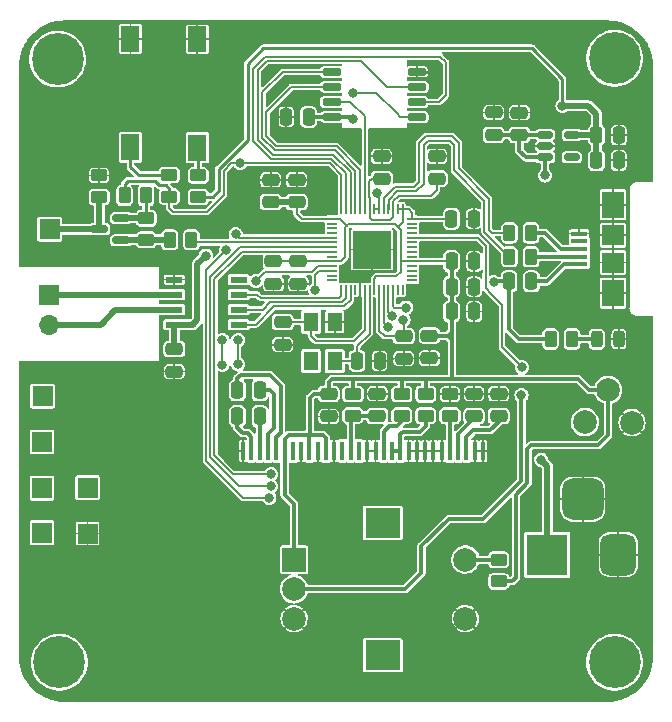
<source format=gtl>
G04 #@! TF.GenerationSoftware,KiCad,Pcbnew,(6.0.4)*
G04 #@! TF.CreationDate,2022-08-17T14:13:50+03:00*
G04 #@! TF.ProjectId,ReflowController-v1,5265666c-6f77-4436-9f6e-74726f6c6c65,rev?*
G04 #@! TF.SameCoordinates,Original*
G04 #@! TF.FileFunction,Copper,L1,Top*
G04 #@! TF.FilePolarity,Positive*
%FSLAX46Y46*%
G04 Gerber Fmt 4.6, Leading zero omitted, Abs format (unit mm)*
G04 Created by KiCad (PCBNEW (6.0.4)) date 2022-08-17 14:13:50*
%MOMM*%
%LPD*%
G01*
G04 APERTURE LIST*
G04 Aperture macros list*
%AMRoundRect*
0 Rectangle with rounded corners*
0 $1 Rounding radius*
0 $2 $3 $4 $5 $6 $7 $8 $9 X,Y pos of 4 corners*
0 Add a 4 corners polygon primitive as box body*
4,1,4,$2,$3,$4,$5,$6,$7,$8,$9,$2,$3,0*
0 Add four circle primitives for the rounded corners*
1,1,$1+$1,$2,$3*
1,1,$1+$1,$4,$5*
1,1,$1+$1,$6,$7*
1,1,$1+$1,$8,$9*
0 Add four rect primitives between the rounded corners*
20,1,$1+$1,$2,$3,$4,$5,0*
20,1,$1+$1,$4,$5,$6,$7,0*
20,1,$1+$1,$6,$7,$8,$9,0*
20,1,$1+$1,$8,$9,$2,$3,0*%
G04 Aperture macros list end*
G04 #@! TA.AperFunction,SMDPad,CuDef*
%ADD10RoundRect,0.250000X0.250000X0.475000X-0.250000X0.475000X-0.250000X-0.475000X0.250000X-0.475000X0*%
G04 #@! TD*
G04 #@! TA.AperFunction,SMDPad,CuDef*
%ADD11RoundRect,0.250000X0.475000X-0.250000X0.475000X0.250000X-0.475000X0.250000X-0.475000X-0.250000X0*%
G04 #@! TD*
G04 #@! TA.AperFunction,ComponentPad*
%ADD12C,4.400000*%
G04 #@! TD*
G04 #@! TA.AperFunction,ComponentPad*
%ADD13C,0.700000*%
G04 #@! TD*
G04 #@! TA.AperFunction,SMDPad,CuDef*
%ADD14RoundRect,0.250000X-0.250000X-0.475000X0.250000X-0.475000X0.250000X0.475000X-0.250000X0.475000X0*%
G04 #@! TD*
G04 #@! TA.AperFunction,ComponentPad*
%ADD15R,1.700000X1.700000*%
G04 #@! TD*
G04 #@! TA.AperFunction,SMDPad,CuDef*
%ADD16R,0.812800X0.177800*%
G04 #@! TD*
G04 #@! TA.AperFunction,SMDPad,CuDef*
%ADD17R,0.177800X0.812800*%
G04 #@! TD*
G04 #@! TA.AperFunction,SMDPad,CuDef*
%ADD18R,3.200400X3.200400*%
G04 #@! TD*
G04 #@! TA.AperFunction,SMDPad,CuDef*
%ADD19RoundRect,0.150000X-0.512500X-0.150000X0.512500X-0.150000X0.512500X0.150000X-0.512500X0.150000X0*%
G04 #@! TD*
G04 #@! TA.AperFunction,SMDPad,CuDef*
%ADD20RoundRect,0.250000X0.262500X0.450000X-0.262500X0.450000X-0.262500X-0.450000X0.262500X-0.450000X0*%
G04 #@! TD*
G04 #@! TA.AperFunction,SMDPad,CuDef*
%ADD21R,0.350000X1.600000*%
G04 #@! TD*
G04 #@! TA.AperFunction,SMDPad,CuDef*
%ADD22RoundRect,0.250000X-0.450000X0.262500X-0.450000X-0.262500X0.450000X-0.262500X0.450000X0.262500X0*%
G04 #@! TD*
G04 #@! TA.AperFunction,SMDPad,CuDef*
%ADD23RoundRect,0.250000X-0.475000X0.250000X-0.475000X-0.250000X0.475000X-0.250000X0.475000X0.250000X0*%
G04 #@! TD*
G04 #@! TA.AperFunction,SMDPad,CuDef*
%ADD24C,2.000000*%
G04 #@! TD*
G04 #@! TA.AperFunction,SMDPad,CuDef*
%ADD25R,1.400000X0.400000*%
G04 #@! TD*
G04 #@! TA.AperFunction,SMDPad,CuDef*
%ADD26R,1.900000X2.300000*%
G04 #@! TD*
G04 #@! TA.AperFunction,SMDPad,CuDef*
%ADD27R,1.900000X1.800000*%
G04 #@! TD*
G04 #@! TA.AperFunction,SMDPad,CuDef*
%ADD28RoundRect,0.150000X0.650000X0.150000X-0.650000X0.150000X-0.650000X-0.150000X0.650000X-0.150000X0*%
G04 #@! TD*
G04 #@! TA.AperFunction,SMDPad,CuDef*
%ADD29RoundRect,0.243750X0.243750X0.456250X-0.243750X0.456250X-0.243750X-0.456250X0.243750X-0.456250X0*%
G04 #@! TD*
G04 #@! TA.AperFunction,SMDPad,CuDef*
%ADD30R,1.600000X2.180000*%
G04 #@! TD*
G04 #@! TA.AperFunction,SMDPad,CuDef*
%ADD31RoundRect,0.250000X0.450000X-0.262500X0.450000X0.262500X-0.450000X0.262500X-0.450000X-0.262500X0*%
G04 #@! TD*
G04 #@! TA.AperFunction,ComponentPad*
%ADD32R,3.500000X3.500000*%
G04 #@! TD*
G04 #@! TA.AperFunction,ComponentPad*
%ADD33RoundRect,0.750000X0.750000X1.000000X-0.750000X1.000000X-0.750000X-1.000000X0.750000X-1.000000X0*%
G04 #@! TD*
G04 #@! TA.AperFunction,ComponentPad*
%ADD34RoundRect,0.875000X0.875000X0.875000X-0.875000X0.875000X-0.875000X-0.875000X0.875000X-0.875000X0*%
G04 #@! TD*
G04 #@! TA.AperFunction,SMDPad,CuDef*
%ADD35R,1.300000X1.600000*%
G04 #@! TD*
G04 #@! TA.AperFunction,SMDPad,CuDef*
%ADD36RoundRect,0.150000X0.587500X0.150000X-0.587500X0.150000X-0.587500X-0.150000X0.587500X-0.150000X0*%
G04 #@! TD*
G04 #@! TA.AperFunction,SMDPad,CuDef*
%ADD37RoundRect,0.250000X-0.262500X-0.450000X0.262500X-0.450000X0.262500X0.450000X-0.262500X0.450000X0*%
G04 #@! TD*
G04 #@! TA.AperFunction,SMDPad,CuDef*
%ADD38R,1.460500X0.533400*%
G04 #@! TD*
G04 #@! TA.AperFunction,ComponentPad*
%ADD39O,1.700000X1.700000*%
G04 #@! TD*
G04 #@! TA.AperFunction,ComponentPad*
%ADD40R,2.000000X2.000000*%
G04 #@! TD*
G04 #@! TA.AperFunction,ComponentPad*
%ADD41C,2.000000*%
G04 #@! TD*
G04 #@! TA.AperFunction,ComponentPad*
%ADD42R,3.000000X2.500000*%
G04 #@! TD*
G04 #@! TA.AperFunction,ViaPad*
%ADD43C,0.800000*%
G04 #@! TD*
G04 #@! TA.AperFunction,Conductor*
%ADD44C,0.250000*%
G04 #@! TD*
G04 #@! TA.AperFunction,Conductor*
%ADD45C,0.152400*%
G04 #@! TD*
G04 #@! TA.AperFunction,Conductor*
%ADD46C,0.300000*%
G04 #@! TD*
G04 #@! TA.AperFunction,Conductor*
%ADD47C,0.500000*%
G04 #@! TD*
G04 APERTURE END LIST*
D10*
X146540000Y-92250000D03*
X144640000Y-92250000D03*
D11*
X137910000Y-98750000D03*
X137910000Y-96850000D03*
D12*
X153590000Y-73360000D03*
D13*
X153590000Y-75010000D03*
X151940000Y-73360000D03*
X155240000Y-73360000D03*
X154756726Y-74526726D03*
X153590000Y-71710000D03*
X152423274Y-74526726D03*
X154756726Y-72193274D03*
X152423274Y-72193274D03*
X106570000Y-122850000D03*
X108220000Y-124500000D03*
X105403274Y-125666726D03*
X107736726Y-125666726D03*
D12*
X106570000Y-124500000D03*
D13*
X105403274Y-123333274D03*
X107736726Y-123333274D03*
X104920000Y-124500000D03*
X106570000Y-126150000D03*
D14*
X139790000Y-92710000D03*
X141690000Y-92710000D03*
D11*
X126800000Y-92450000D03*
X126800000Y-90550000D03*
D15*
X108960000Y-109710000D03*
D16*
X129636400Y-86950000D03*
X129636400Y-87349999D03*
X129636400Y-87750001D03*
X129636400Y-88150000D03*
X129636400Y-88549999D03*
X129636400Y-88950001D03*
X129636400Y-89350000D03*
X129636400Y-89750000D03*
X129636400Y-90149999D03*
X129636400Y-90550001D03*
X129636400Y-90950000D03*
X129636400Y-91349999D03*
X129636400Y-91750001D03*
X129636400Y-92150000D03*
D17*
X130440000Y-92953600D03*
X130839999Y-92953600D03*
X131240001Y-92953600D03*
X131640000Y-92953600D03*
X132039999Y-92953600D03*
X132440001Y-92953600D03*
X132840000Y-92953600D03*
X133240000Y-92953600D03*
X133639999Y-92953600D03*
X134040001Y-92953600D03*
X134440000Y-92953600D03*
X134839999Y-92953600D03*
X135240001Y-92953600D03*
X135640000Y-92953600D03*
D16*
X136443600Y-92150000D03*
X136443600Y-91750001D03*
X136443600Y-91349999D03*
X136443600Y-90950000D03*
X136443600Y-90550001D03*
X136443600Y-90149999D03*
X136443600Y-89750000D03*
X136443600Y-89350000D03*
X136443600Y-88950001D03*
X136443600Y-88549999D03*
X136443600Y-88150000D03*
X136443600Y-87750001D03*
X136443600Y-87349999D03*
X136443600Y-86950000D03*
D17*
X135640000Y-86146400D03*
X135240001Y-86146400D03*
X134839999Y-86146400D03*
X134440000Y-86146400D03*
X134040001Y-86146400D03*
X133639999Y-86146400D03*
X133240000Y-86146400D03*
X132840000Y-86146400D03*
X132440001Y-86146400D03*
X132039999Y-86146400D03*
X131640000Y-86146400D03*
X131240001Y-86146400D03*
X130839999Y-86146400D03*
X130440000Y-86146400D03*
D18*
X133040000Y-89550000D03*
D10*
X141670000Y-86940000D03*
X139770000Y-86940000D03*
D11*
X143350000Y-79840000D03*
X143350000Y-77940000D03*
D19*
X147692500Y-79850000D03*
X147692500Y-80800000D03*
X147692500Y-81750000D03*
X149967500Y-81750000D03*
X149967500Y-79850000D03*
D20*
X117752500Y-88720000D03*
X115927500Y-88720000D03*
D21*
X122140000Y-106620000D03*
X122840000Y-106620000D03*
X123540000Y-106620000D03*
X124240000Y-106620000D03*
X124940000Y-106620000D03*
X125640000Y-106620000D03*
X126340000Y-106620000D03*
X127040000Y-106620000D03*
X127740000Y-106620000D03*
X128440000Y-106620000D03*
X129140000Y-106620000D03*
X129840000Y-106620000D03*
X130540000Y-106620000D03*
X131240000Y-106620000D03*
X131940000Y-106620000D03*
X132640000Y-106620000D03*
X133340000Y-106620000D03*
X134040000Y-106620000D03*
X134740000Y-106620000D03*
X135440000Y-106620000D03*
X136140000Y-106620000D03*
X136840000Y-106620000D03*
X137540000Y-106620000D03*
X138240000Y-106620000D03*
X138940000Y-106620000D03*
X139640000Y-106620000D03*
X140340000Y-106620000D03*
X141040000Y-106620000D03*
X141740000Y-106620000D03*
X142440000Y-106620000D03*
D22*
X131430000Y-101787500D03*
X131430000Y-103612500D03*
X109950000Y-83277500D03*
X109950000Y-85102500D03*
D23*
X116300000Y-97980000D03*
X116300000Y-99880000D03*
D24*
X151070000Y-104160000D03*
D25*
X150600000Y-90800000D03*
X150600000Y-90150000D03*
X150600000Y-89500000D03*
X150600000Y-88850000D03*
X150600000Y-88200000D03*
D26*
X153450000Y-85750000D03*
X153450000Y-93250000D03*
D27*
X153450000Y-90650000D03*
X153450000Y-88350000D03*
D28*
X136830000Y-78315000D03*
X136830000Y-77045000D03*
X136830000Y-75775000D03*
X136830000Y-74505000D03*
X129630000Y-74505000D03*
X129630000Y-75775000D03*
X129630000Y-77045000D03*
X129630000Y-78315000D03*
D24*
X153040000Y-101440000D03*
D29*
X153950000Y-97150000D03*
X152075000Y-97150000D03*
D30*
X118260000Y-71740000D03*
X118260000Y-80920000D03*
D23*
X141680000Y-101750000D03*
X141680000Y-103650000D03*
D10*
X123550000Y-101460000D03*
X121650000Y-101460000D03*
D31*
X139640000Y-103632500D03*
X139640000Y-101807500D03*
D20*
X146502500Y-88140000D03*
X144677500Y-88140000D03*
D32*
X147890000Y-115380000D03*
D33*
X153890000Y-115380000D03*
D34*
X150890000Y-110680000D03*
D14*
X152050000Y-79860000D03*
X153950000Y-79860000D03*
D15*
X105150000Y-101960000D03*
D35*
X129880000Y-98990000D03*
X129880000Y-95690000D03*
X127880000Y-95690000D03*
X127880000Y-98990000D03*
D36*
X111827500Y-88770000D03*
X111827500Y-86870000D03*
X109952500Y-87820000D03*
D11*
X145520000Y-79850000D03*
X145520000Y-77950000D03*
D15*
X105110000Y-109750000D03*
D31*
X143760000Y-117645000D03*
X143760000Y-115820000D03*
D12*
X153590000Y-124500000D03*
D13*
X152423274Y-123333274D03*
X154756726Y-123333274D03*
X153590000Y-122850000D03*
X152423274Y-125666726D03*
X155240000Y-124500000D03*
X153590000Y-126150000D03*
X151940000Y-124500000D03*
X154756726Y-125666726D03*
X105263274Y-72253274D03*
D12*
X106430000Y-73420000D03*
D13*
X107596726Y-74586726D03*
X104780000Y-73420000D03*
X106430000Y-71770000D03*
X105263274Y-74586726D03*
X107596726Y-72253274D03*
X106430000Y-75070000D03*
X108080000Y-73420000D03*
D11*
X125480000Y-97600000D03*
X125480000Y-95700000D03*
D15*
X105750000Y-87830000D03*
D31*
X113940000Y-88720000D03*
X113940000Y-86895000D03*
D24*
X155060000Y-104200000D03*
D10*
X133690000Y-98980000D03*
X131790000Y-98980000D03*
D15*
X108960000Y-113600000D03*
D10*
X141690000Y-90550000D03*
X139790000Y-90550000D03*
D23*
X135740000Y-96880000D03*
X135740000Y-98780000D03*
D11*
X133860000Y-83560000D03*
X133860000Y-81660000D03*
D22*
X115880000Y-83237500D03*
X115880000Y-85062500D03*
D23*
X143770000Y-101760000D03*
X143770000Y-103660000D03*
D37*
X148157500Y-97130000D03*
X149982500Y-97130000D03*
D11*
X129380000Y-103680000D03*
X129380000Y-101780000D03*
D14*
X125780000Y-78320000D03*
X127680000Y-78320000D03*
D22*
X137580000Y-101797500D03*
X137580000Y-103622500D03*
D38*
X116305850Y-92095000D03*
X116305850Y-93365000D03*
X116305850Y-94635000D03*
X116305850Y-95905000D03*
X121754150Y-95905000D03*
X121754150Y-94635000D03*
X121754150Y-93365000D03*
X121754150Y-92095000D03*
D15*
X105110000Y-105850000D03*
X105110000Y-113520000D03*
X105690000Y-93360000D03*
D39*
X105690000Y-95900000D03*
D10*
X141690000Y-94790000D03*
X139790000Y-94790000D03*
D14*
X152050000Y-82000000D03*
X153950000Y-82000000D03*
D20*
X146502500Y-90170000D03*
X144677500Y-90170000D03*
D23*
X138540000Y-81650000D03*
X138540000Y-83550000D03*
X124700000Y-90550000D03*
X124700000Y-92450000D03*
X133490000Y-101750000D03*
X133490000Y-103650000D03*
X124480000Y-83640000D03*
X124480000Y-85540000D03*
D40*
X126450000Y-115800000D03*
D41*
X126450000Y-120800000D03*
X126450000Y-118300000D03*
D42*
X133950000Y-112700000D03*
X133950000Y-123900000D03*
D41*
X140950000Y-115800000D03*
X140950000Y-120800000D03*
D22*
X118330000Y-83277500D03*
X118330000Y-85102500D03*
X135560000Y-101777500D03*
X135560000Y-103602500D03*
D37*
X112090000Y-84970000D03*
X113915000Y-84970000D03*
D30*
X112590000Y-71720000D03*
X112590000Y-80900000D03*
D23*
X126660000Y-83640000D03*
X126660000Y-85540000D03*
D10*
X123550000Y-103660000D03*
X121650000Y-103660000D03*
D43*
X113650000Y-99530000D03*
X134080000Y-90650000D03*
X110090000Y-99510000D03*
X105580000Y-99460000D03*
X107410000Y-90460000D03*
X133520000Y-101680500D03*
X124800000Y-76200000D03*
X132070000Y-90600000D03*
X110970000Y-99520000D03*
X133030000Y-88600000D03*
X134030000Y-89490000D03*
X132060000Y-89530000D03*
X134030000Y-88590000D03*
X107420000Y-99490000D03*
X137840000Y-98770000D03*
X141740000Y-90520000D03*
X138500000Y-75000000D03*
X103720000Y-99490000D03*
X125830000Y-78400000D03*
X124300000Y-74600000D03*
X136400000Y-108700000D03*
X141680000Y-86940000D03*
X109200000Y-99500000D03*
X106500000Y-99470000D03*
X133110000Y-90600000D03*
X105560000Y-90460000D03*
X138500000Y-74000000D03*
X110200000Y-90500000D03*
X113720000Y-90470000D03*
X108320000Y-99510000D03*
X103710000Y-90380000D03*
X106500000Y-90480000D03*
X133020000Y-89530000D03*
X109240000Y-90480000D03*
X138590000Y-81580000D03*
X132060000Y-88570000D03*
X138500000Y-76000000D03*
X104630000Y-99510000D03*
X108320000Y-90440000D03*
X104630000Y-90430000D03*
X111850000Y-99530000D03*
X112860000Y-90460000D03*
X112740000Y-99520000D03*
X151120000Y-104140000D03*
X135710000Y-95500000D03*
X138540000Y-83550000D03*
X118960000Y-90060000D03*
X133469805Y-84789865D03*
X113940000Y-86895000D03*
X131410000Y-78530000D03*
X116300000Y-97980000D03*
X149170000Y-77370000D03*
X124480000Y-85540000D03*
X139770000Y-86940000D03*
X153040000Y-101440000D03*
X131440000Y-76270000D03*
X121880000Y-82220000D03*
X135560000Y-103602500D03*
X124510000Y-108580000D03*
X124470000Y-109580000D03*
X137580000Y-103622500D03*
X120670000Y-89620701D03*
X124349729Y-110572240D03*
X121500000Y-88269301D03*
X118330000Y-83277500D03*
X135950000Y-94460000D03*
X145700000Y-101890000D03*
X145730000Y-99520000D03*
X123220000Y-92220000D03*
X120380000Y-99340000D03*
X120375700Y-97190460D03*
X121710000Y-97190460D03*
X121690000Y-99250000D03*
X128250000Y-92990460D03*
X134390000Y-96110000D03*
X134762295Y-95182422D03*
X147360000Y-107340000D03*
X148157500Y-97130000D03*
X143340000Y-92290000D03*
X147700000Y-83270000D03*
D44*
X137995000Y-74505000D02*
X138500000Y-74000000D01*
X136830000Y-74505000D02*
X137995000Y-74505000D01*
D45*
X132840000Y-86850000D02*
X132840000Y-85115661D01*
X135320000Y-84980000D02*
X134840000Y-85460000D01*
X138070000Y-84980000D02*
X135320000Y-84980000D01*
X138540000Y-83550000D02*
X138540000Y-84510000D01*
X133639999Y-92963600D02*
X133639999Y-96409999D01*
X133010000Y-83560000D02*
X133860000Y-83560000D01*
X138540000Y-84510000D02*
X138070000Y-84980000D01*
X135740000Y-95530000D02*
X135710000Y-95500000D01*
X135740000Y-96880000D02*
X135740000Y-95530000D01*
X133639999Y-96409999D02*
X134110000Y-96880000D01*
X134591920Y-87078080D02*
X133068080Y-87078080D01*
X132794094Y-83775906D02*
X133010000Y-83560000D01*
X132840000Y-85115661D02*
X132794094Y-85069755D01*
X134840000Y-86830000D02*
X134591920Y-87078080D01*
X134840000Y-85460000D02*
X134840000Y-86830000D01*
X134110000Y-96880000D02*
X135740000Y-96880000D01*
X133068080Y-87078080D02*
X132840000Y-86850000D01*
X132794094Y-85069755D02*
X132794094Y-83775906D01*
D46*
X127680000Y-78320000D02*
X129625000Y-78320000D01*
X131430000Y-101787500D02*
X131430000Y-100580000D01*
X127770000Y-105230000D02*
X127770000Y-102120000D01*
X125640000Y-105610000D02*
X126020000Y-105230000D01*
X144925000Y-117645000D02*
X145220000Y-117350000D01*
D45*
X130905000Y-87525000D02*
X131000000Y-87430000D01*
X135640000Y-87230000D02*
X135220000Y-87650000D01*
X133225000Y-92005000D02*
X133225000Y-92948600D01*
X130444999Y-90545001D02*
X130790000Y-90200000D01*
X135225001Y-86141400D02*
X135625000Y-86141400D01*
D46*
X125640000Y-106620000D02*
X125640000Y-110300000D01*
D45*
X126660000Y-85540000D02*
X126660000Y-86500000D01*
D47*
X118260000Y-95550000D02*
X118260000Y-94230000D01*
D45*
X135625000Y-86141400D02*
X135640000Y-86156400D01*
D46*
X131500000Y-100510000D02*
X129660000Y-100510000D01*
X145220000Y-110326427D02*
X146199520Y-109346907D01*
D47*
X149170000Y-77370000D02*
X151370000Y-77370000D01*
D46*
X137580000Y-101797500D02*
X137580000Y-100570000D01*
D44*
X120099280Y-82694017D02*
X120099280Y-84550720D01*
D46*
X129630000Y-78315000D02*
X131195000Y-78315000D01*
X139790000Y-96100000D02*
X139790000Y-97290000D01*
D44*
X113915000Y-84970000D02*
X113915000Y-86870000D01*
D45*
X130330000Y-86950000D02*
X130905000Y-87525000D01*
D46*
X129660000Y-100510000D02*
X129380000Y-100790000D01*
X135560000Y-100590000D02*
X135480000Y-100510000D01*
D44*
X113915000Y-86870000D02*
X113940000Y-86895000D01*
D45*
X136428600Y-86950000D02*
X139760000Y-86950000D01*
D46*
X129140000Y-105490000D02*
X129140000Y-106620000D01*
D45*
X135460000Y-90570000D02*
X135479999Y-90550001D01*
D47*
X116305850Y-97974150D02*
X116300000Y-97980000D01*
D45*
X131000000Y-87430000D02*
X135000000Y-87430000D01*
X127110000Y-86950000D02*
X130330000Y-86950000D01*
D47*
X152040000Y-79850000D02*
X152050000Y-79860000D01*
D46*
X146199520Y-109346907D02*
X146199519Y-108933091D01*
X128880000Y-105230000D02*
X129140000Y-105490000D01*
X131195000Y-78315000D02*
X131410000Y-78530000D01*
D47*
X118260000Y-90760000D02*
X118960000Y-90060000D01*
D45*
X130790000Y-90200000D02*
X130790000Y-87640000D01*
X124700000Y-90550000D02*
X126800000Y-90550000D01*
D47*
X111827500Y-86870000D02*
X113915000Y-86870000D01*
D44*
X120099280Y-84550720D02*
X119547500Y-85102500D01*
D46*
X139790000Y-94790000D02*
X139790000Y-92710000D01*
D45*
X133420000Y-91810000D02*
X133225000Y-92005000D01*
D46*
X137580000Y-100570000D02*
X137520000Y-100510000D01*
X139470000Y-96850000D02*
X139790000Y-96530000D01*
X137520000Y-100510000D02*
X135480000Y-100510000D01*
D45*
X126804999Y-90545001D02*
X126800000Y-90550000D01*
D46*
X127740000Y-105260000D02*
X127770000Y-105230000D01*
D47*
X152050000Y-78050000D02*
X152050000Y-79860000D01*
D46*
X139790000Y-97170000D02*
X139790000Y-97290000D01*
D45*
X135460000Y-87890000D02*
X135460000Y-90570000D01*
D44*
X146590000Y-72510000D02*
X123840000Y-72510000D01*
D46*
X137910000Y-96850000D02*
X139470000Y-96850000D01*
X125640000Y-110300000D02*
X126450000Y-111110000D01*
X125640000Y-106620000D02*
X125640000Y-105610000D01*
X139790000Y-96100000D02*
X139790000Y-94790000D01*
X153040000Y-105260000D02*
X153040000Y-101440000D01*
D47*
X116305850Y-95905000D02*
X117905000Y-95905000D01*
D45*
X135460000Y-90570000D02*
X135460000Y-91420000D01*
D46*
X127770000Y-105230000D02*
X128880000Y-105230000D01*
D44*
X122520000Y-80273296D02*
X120099280Y-82694017D01*
D46*
X145220000Y-117350000D02*
X145220000Y-110326427D01*
X150490000Y-100510000D02*
X139830000Y-100510000D01*
X139790000Y-100470000D02*
X139830000Y-100510000D01*
X143760000Y-117645000D02*
X144925000Y-117645000D01*
D44*
X149170000Y-77370000D02*
X149170000Y-75090000D01*
D46*
X128110000Y-101780000D02*
X129380000Y-101780000D01*
X135560000Y-101777500D02*
X135560000Y-100590000D01*
D47*
X151370000Y-77370000D02*
X152050000Y-78050000D01*
D45*
X139760000Y-86950000D02*
X139770000Y-86940000D01*
X129621400Y-90545001D02*
X130444999Y-90545001D01*
X133639999Y-84960059D02*
X133639999Y-86141400D01*
X136428600Y-86418600D02*
X136428600Y-86950000D01*
X136151400Y-86141400D02*
X136428600Y-86418600D01*
D46*
X152200000Y-106100000D02*
X153040000Y-105260000D01*
D47*
X117905000Y-95905000D02*
X118000000Y-95810000D01*
D44*
X119547500Y-85102500D02*
X118330000Y-85102500D01*
X149170000Y-75090000D02*
X146590000Y-72510000D01*
D47*
X124480000Y-85540000D02*
X126660000Y-85540000D01*
D46*
X139470000Y-96850000D02*
X139790000Y-97170000D01*
X126020000Y-105230000D02*
X127770000Y-105230000D01*
D45*
X129621400Y-90545001D02*
X126804999Y-90545001D01*
D46*
X151420000Y-101440000D02*
X150490000Y-100510000D01*
D45*
X135070000Y-91810000D02*
X133420000Y-91810000D01*
X133469805Y-84789865D02*
X133639999Y-84960059D01*
X130790000Y-87640000D02*
X130905000Y-87525000D01*
D46*
X146540000Y-106100000D02*
X152200000Y-106100000D01*
D45*
X135640000Y-86156400D02*
X135640000Y-87230000D01*
D46*
X146199519Y-108933091D02*
X146199519Y-106440481D01*
X127740000Y-106620000D02*
X127740000Y-105260000D01*
X139790000Y-97290000D02*
X139790000Y-100470000D01*
X135480000Y-100510000D02*
X131500000Y-100510000D01*
D44*
X122520000Y-73830000D02*
X122520000Y-80273296D01*
D46*
X127770000Y-102120000D02*
X128110000Y-101780000D01*
D44*
X123840000Y-72510000D02*
X122520000Y-73830000D01*
D45*
X135000000Y-87430000D02*
X135220000Y-87650000D01*
X126660000Y-86500000D02*
X127110000Y-86950000D01*
D46*
X126450000Y-111110000D02*
X126450000Y-115800000D01*
D45*
X135460000Y-91420000D02*
X135070000Y-91810000D01*
D46*
X139790000Y-92710000D02*
X139790000Y-90550000D01*
D45*
X133639999Y-86141400D02*
X133225000Y-86141400D01*
D46*
X131430000Y-100580000D02*
X131500000Y-100510000D01*
X139790000Y-96530000D02*
X139790000Y-96100000D01*
X153040000Y-101440000D02*
X151420000Y-101440000D01*
X129380000Y-100790000D02*
X129380000Y-101780000D01*
X139830000Y-100510000D02*
X137520000Y-100510000D01*
D45*
X135220000Y-87650000D02*
X135460000Y-87890000D01*
D47*
X118000000Y-95810000D02*
X118260000Y-95550000D01*
D45*
X135625000Y-86141400D02*
X136151400Y-86141400D01*
X135479999Y-90550001D02*
X139790000Y-90550000D01*
D47*
X118260000Y-94230000D02*
X118260000Y-90760000D01*
X152050000Y-79860000D02*
X152050000Y-82000000D01*
X149967500Y-79850000D02*
X152040000Y-79850000D01*
X116305850Y-95905000D02*
X116305850Y-97974150D01*
D46*
X146199519Y-106440481D02*
X146540000Y-106100000D01*
X123540000Y-106620000D02*
X123540000Y-103670000D01*
X123540000Y-103670000D02*
X123550000Y-103660000D01*
X122520000Y-105070000D02*
X122080000Y-105070000D01*
X122840000Y-105390000D02*
X122520000Y-105070000D01*
X121650000Y-104640000D02*
X121650000Y-103660000D01*
X122080000Y-105070000D02*
X121650000Y-104640000D01*
X122840000Y-106620000D02*
X122840000Y-105390000D01*
X124710000Y-101790000D02*
X124380000Y-101460000D01*
X124380000Y-101460000D02*
X123550000Y-101460000D01*
X124710000Y-104690000D02*
X124710000Y-101790000D01*
X124240000Y-105160000D02*
X124710000Y-104690000D01*
X124240000Y-106620000D02*
X124240000Y-105160000D01*
X124940000Y-105430000D02*
X124940000Y-106620000D01*
X125300000Y-101080000D02*
X125300000Y-105070000D01*
X121650000Y-101460000D02*
X121650000Y-100450000D01*
X121650000Y-100450000D02*
X121930000Y-100170000D01*
X125300000Y-105070000D02*
X124940000Y-105430000D01*
X124390000Y-100170000D02*
X125300000Y-101080000D01*
X121930000Y-100170000D02*
X124390000Y-100170000D01*
D45*
X127880000Y-96880000D02*
X127880000Y-95690000D01*
X127880000Y-95690000D02*
X125490000Y-95690000D01*
X131500000Y-97300000D02*
X128300000Y-97300000D01*
X132440001Y-96359999D02*
X131500000Y-97300000D01*
X132440001Y-92963600D02*
X132440001Y-96359999D01*
X128300000Y-97300000D02*
X127880000Y-96880000D01*
X125490000Y-95690000D02*
X125480000Y-95700000D01*
X132840000Y-92963600D02*
X132840000Y-96660000D01*
X131790000Y-97710000D02*
X131790000Y-98980000D01*
X131780000Y-98990000D02*
X131790000Y-98980000D01*
X132840000Y-96660000D02*
X131790000Y-97710000D01*
X129880000Y-98990000D02*
X131780000Y-98990000D01*
D46*
X131240000Y-106620000D02*
X131240000Y-103802500D01*
X131240000Y-103802500D02*
X131430000Y-103612500D01*
X133452500Y-103612500D02*
X133490000Y-103650000D01*
X131430000Y-103612500D02*
X133452500Y-103612500D01*
X143070000Y-104850000D02*
X143770000Y-104150000D01*
X141040000Y-105430000D02*
X141620000Y-104850000D01*
X143770000Y-104150000D02*
X143770000Y-103660000D01*
X141620000Y-104850000D02*
X143070000Y-104850000D01*
X141040000Y-106620000D02*
X141040000Y-105430000D01*
X141680000Y-103820000D02*
X141680000Y-103650000D01*
X140340000Y-106620000D02*
X140340000Y-105160000D01*
X140340000Y-105160000D02*
X141680000Y-103820000D01*
X152075000Y-97150000D02*
X150002500Y-97150000D01*
X150002500Y-97150000D02*
X149982500Y-97130000D01*
X147880000Y-92250000D02*
X146540000Y-92250000D01*
X151100000Y-90810000D02*
X149320000Y-90810000D01*
X149320000Y-90810000D02*
X147880000Y-92250000D01*
X146522500Y-90150000D02*
X146502500Y-90170000D01*
X150600000Y-90150000D02*
X146522500Y-90150000D01*
X149030000Y-89500000D02*
X147670000Y-88140000D01*
X150600000Y-89500000D02*
X149030000Y-89500000D01*
X147670000Y-88140000D02*
X146502500Y-88140000D01*
D47*
X105695000Y-93365000D02*
X105690000Y-93360000D01*
X116305850Y-93365000D02*
X105695000Y-93365000D01*
X110060000Y-95900000D02*
X105690000Y-95900000D01*
X111325000Y-94635000D02*
X110060000Y-95900000D01*
X116305850Y-94635000D02*
X111325000Y-94635000D01*
D44*
X115880000Y-83237500D02*
X113287500Y-83237500D01*
X113287500Y-83237500D02*
X112590000Y-82540000D01*
X112590000Y-82540000D02*
X112590000Y-80900000D01*
D47*
X111877500Y-88720000D02*
X111827500Y-88770000D01*
X113940000Y-88720000D02*
X115927500Y-88720000D01*
X113940000Y-88720000D02*
X111877500Y-88720000D01*
X105750000Y-87830000D02*
X109942500Y-87830000D01*
X109942500Y-87830000D02*
X109952500Y-87820000D01*
X109952500Y-85105000D02*
X109950000Y-85102500D01*
X109952500Y-87820000D02*
X109952500Y-85105000D01*
D45*
X130440000Y-86126400D02*
X130440000Y-83200000D01*
X121880000Y-82220000D02*
X121140000Y-82220000D01*
D44*
X114660000Y-83750000D02*
X115010000Y-84100000D01*
D45*
X130440000Y-83200000D02*
X129460000Y-82220000D01*
X130425000Y-86141400D02*
X130440000Y-86126400D01*
X120500000Y-82860000D02*
X120500000Y-84950000D01*
D44*
X112090000Y-84030000D02*
X112370000Y-83750000D01*
D45*
X133380000Y-76270000D02*
X131440000Y-76270000D01*
X135140000Y-78030000D02*
X133380000Y-76270000D01*
D44*
X112370000Y-83750000D02*
X114660000Y-83750000D01*
X115010000Y-84100000D02*
X115560000Y-84100000D01*
D45*
X129460000Y-82220000D02*
X121880000Y-82220000D01*
X120500000Y-84950000D02*
X119070000Y-86380000D01*
X135425000Y-78315000D02*
X135140000Y-78030000D01*
D44*
X115560000Y-84100000D02*
X115880000Y-84420000D01*
D45*
X115880000Y-86030000D02*
X115880000Y-85062500D01*
D44*
X115880000Y-84420000D02*
X115880000Y-85062500D01*
X112090000Y-84970000D02*
X112090000Y-84030000D01*
D45*
X119070000Y-86380000D02*
X116230000Y-86380000D01*
X116230000Y-86380000D02*
X115880000Y-86030000D01*
X136830000Y-78315000D02*
X135425000Y-78315000D01*
X121140000Y-82220000D02*
X120500000Y-82860000D01*
X142961200Y-87884620D02*
X142961200Y-85256660D01*
X142961200Y-85256660D02*
X140391200Y-82686660D01*
X137018800Y-83806660D02*
X136599760Y-84225700D01*
X139783340Y-79928800D02*
X137626660Y-79928800D01*
X135007558Y-84225700D02*
X134038801Y-85194457D01*
X144677500Y-88140000D02*
X143216580Y-88140000D01*
X134038801Y-86145200D02*
X134040001Y-86146400D01*
X137018800Y-80536660D02*
X137018800Y-83806660D01*
X136599760Y-84225700D02*
X135007558Y-84225700D01*
X140391200Y-80536660D02*
X139783340Y-79928800D01*
X137626660Y-79928800D02*
X137018800Y-80536660D01*
X143216580Y-88140000D02*
X142961200Y-87884620D01*
X134038801Y-85194457D02*
X134038801Y-86145200D01*
X140391200Y-82686660D02*
X140391200Y-80536660D01*
X137793340Y-80331200D02*
X137421200Y-80703340D01*
X139988800Y-80703340D02*
X139616660Y-80331200D01*
X135174238Y-84628100D02*
X134441201Y-85361137D01*
X134441201Y-86145199D02*
X134440000Y-86146400D01*
X142558800Y-88051300D02*
X142558800Y-85423340D01*
X137421200Y-83973340D02*
X136766440Y-84628100D01*
X136766440Y-84628100D02*
X135174238Y-84628100D01*
X139988800Y-82853340D02*
X139988800Y-80703340D01*
X144677500Y-90170000D02*
X142558800Y-88051300D01*
X142558800Y-85423340D02*
X139988800Y-82853340D01*
X134441201Y-85361137D02*
X134441201Y-86145199D01*
X137421200Y-80703340D02*
X137421200Y-83973340D01*
X139616660Y-80331200D02*
X137793340Y-80331200D01*
X129621400Y-89745000D02*
X122005000Y-89745000D01*
D46*
X135160000Y-104510000D02*
X135560000Y-104110000D01*
X135560000Y-104110000D02*
X135560000Y-103602500D01*
D45*
X119700000Y-106980000D02*
X120580000Y-107860000D01*
X121300000Y-108580000D02*
X124510000Y-108580000D01*
X121490000Y-90260000D02*
X119700000Y-92050000D01*
D46*
X134040000Y-104970000D02*
X134500000Y-104510000D01*
D45*
X120580000Y-107860000D02*
X121300000Y-108580000D01*
X119700000Y-96960000D02*
X119700000Y-106980000D01*
D46*
X134040000Y-106620000D02*
X134040000Y-104970000D01*
X134500000Y-104510000D02*
X135160000Y-104510000D01*
D45*
X119700000Y-92050000D02*
X119700000Y-96960000D01*
X122005000Y-89745000D02*
X121490000Y-90260000D01*
X119348080Y-107125770D02*
X121782310Y-109560000D01*
D46*
X137580000Y-104480000D02*
X137580000Y-103622500D01*
D45*
X129621400Y-89345000D02*
X121907310Y-89345000D01*
D46*
X135440000Y-106620000D02*
X135440000Y-105190000D01*
D45*
X124450000Y-109560000D02*
X124470000Y-109580000D01*
D46*
X135660000Y-104970000D02*
X137090000Y-104970000D01*
X135440000Y-106620000D02*
X134740000Y-106620000D01*
D45*
X121782310Y-109560000D02*
X124450000Y-109560000D01*
D46*
X137090000Y-104970000D02*
X137580000Y-104480000D01*
D45*
X121907310Y-89345000D02*
X119348080Y-91904230D01*
X119348080Y-91904230D02*
X119348080Y-107125770D01*
D46*
X135440000Y-105190000D02*
X135660000Y-104970000D01*
X139640000Y-106620000D02*
X139640000Y-103632500D01*
X143760000Y-115820000D02*
X140970000Y-115820000D01*
D45*
X120670000Y-89620701D02*
X118996160Y-91294541D01*
X122132240Y-110572240D02*
X124349729Y-110572240D01*
X118996160Y-107436160D02*
X121530000Y-109970000D01*
X118996160Y-91294541D02*
X118996160Y-94160000D01*
X121530000Y-109970000D02*
X122132240Y-110572240D01*
X118996160Y-94160000D02*
X118996160Y-107436160D01*
X129621400Y-88544999D02*
X129616400Y-88549999D01*
X129616400Y-88549999D02*
X121780698Y-88549999D01*
X121780698Y-88549999D02*
X121500000Y-88269301D01*
D46*
X140970000Y-115820000D02*
X140950000Y-115800000D01*
D45*
X129621400Y-88945001D02*
X117977501Y-88945001D01*
X117977501Y-88945001D02*
X117752500Y-88720000D01*
X134839999Y-94359999D02*
X134839999Y-92953600D01*
D44*
X118330000Y-80890000D02*
X118320000Y-80880000D01*
X118330000Y-83277500D02*
X118330000Y-80890000D01*
D45*
X135950000Y-94460000D02*
X134940000Y-94460000D01*
X134940000Y-94460000D02*
X134839999Y-94359999D01*
D46*
X139530000Y-112370000D02*
X137230000Y-114670000D01*
X135850000Y-118300000D02*
X126450000Y-118300000D01*
D45*
X142680000Y-89210000D02*
X142680000Y-91560000D01*
X142680000Y-91560000D02*
X142664289Y-91575711D01*
D46*
X137230000Y-114670000D02*
X137230000Y-116920000D01*
X145700000Y-109140000D02*
X142470000Y-112370000D01*
D45*
X142664289Y-92844289D02*
X143140000Y-93320000D01*
X142014999Y-88544999D02*
X142480000Y-89010000D01*
X144050000Y-97840000D02*
X145730000Y-99520000D01*
D46*
X137230000Y-116920000D02*
X135850000Y-118300000D01*
D45*
X142664289Y-91575711D02*
X142664289Y-92844289D01*
X144050000Y-94230000D02*
X144050000Y-96720000D01*
X136428600Y-88544999D02*
X142014999Y-88544999D01*
X143140000Y-93320000D02*
X144050000Y-94230000D01*
D46*
X145700000Y-101890000D02*
X145700000Y-109140000D01*
D45*
X144050000Y-96720000D02*
X144050000Y-97840000D01*
D46*
X142470000Y-112370000D02*
X139530000Y-112370000D01*
D45*
X142480000Y-89010000D02*
X142680000Y-89210000D01*
X125460000Y-91460000D02*
X123980000Y-91460000D01*
X128470000Y-90950000D02*
X128210000Y-91210000D01*
X129636400Y-90950000D02*
X128470000Y-90950000D01*
X128210000Y-91210000D02*
X127960000Y-91460000D01*
X120375700Y-97190460D02*
X120375700Y-99335700D01*
X123980000Y-91460000D02*
X123220000Y-92220000D01*
X127960000Y-91460000D02*
X125460000Y-91460000D01*
X120375700Y-99335700D02*
X120380000Y-99340000D01*
X128567691Y-91349999D02*
X128313845Y-91603845D01*
X128313845Y-91603845D02*
X128250000Y-91667690D01*
X128250000Y-91667690D02*
X128250000Y-92990460D01*
X121710000Y-99230000D02*
X121690000Y-99250000D01*
X121710000Y-97190460D02*
X121710000Y-99230000D01*
X129636400Y-91349999D02*
X128567691Y-91349999D01*
X123335000Y-93365000D02*
X121754150Y-93365000D01*
X130440000Y-93480000D02*
X130253840Y-93666160D01*
X123636160Y-93666160D02*
X123335000Y-93365000D01*
X130253840Y-93666160D02*
X123636160Y-93666160D01*
X130440000Y-92963600D02*
X130440000Y-93480000D01*
X124391920Y-94018080D02*
X123775000Y-94635000D01*
X130839999Y-92963600D02*
X130839999Y-93670001D01*
X130839999Y-93670001D02*
X130491920Y-94018080D01*
X123775000Y-94635000D02*
X121754150Y-94635000D01*
X130491920Y-94018080D02*
X124391920Y-94018080D01*
X131240001Y-93839999D02*
X130710000Y-94370000D01*
X130710000Y-94370000D02*
X124720000Y-94370000D01*
X123185000Y-95905000D02*
X121754150Y-95905000D01*
X124720000Y-94370000D02*
X123185000Y-95905000D01*
X131240001Y-92963600D02*
X131240001Y-93839999D01*
X134040001Y-92953600D02*
X134040001Y-95760001D01*
X134040001Y-95760001D02*
X134390000Y-96110000D01*
X134440000Y-94860127D02*
X134762295Y-95182422D01*
X134440000Y-92953600D02*
X134440000Y-94860127D01*
X132442174Y-78272174D02*
X131215000Y-77045000D01*
X132442174Y-85211179D02*
X132442174Y-78272174D01*
X131215000Y-77045000D02*
X129630000Y-77045000D01*
X132440001Y-85213352D02*
X132442174Y-85211179D01*
X132440001Y-86126400D02*
X132440001Y-85213352D01*
X132425001Y-86141400D02*
X132440001Y-86126400D01*
X132039999Y-86126400D02*
X132039999Y-82809239D01*
X130043080Y-80812320D02*
X124952320Y-80812320D01*
X132039999Y-82809239D02*
X130043080Y-80812320D01*
X124103840Y-79963840D02*
X124103840Y-77896160D01*
X126225000Y-75775000D02*
X129630000Y-75775000D01*
X132024999Y-86141400D02*
X132039999Y-86126400D01*
X124103840Y-77896160D02*
X126225000Y-75775000D01*
X124952320Y-80812320D02*
X124103840Y-79963840D01*
X123751920Y-80109610D02*
X123751920Y-76248080D01*
X131625000Y-86141400D02*
X131625000Y-85348070D01*
X123751920Y-76248080D02*
X125495000Y-74505000D01*
X129897310Y-81164240D02*
X124806550Y-81164240D01*
X131624240Y-82891170D02*
X129897310Y-81164240D01*
X124806550Y-81164240D02*
X123751920Y-80109610D01*
X131625000Y-85348070D02*
X131624240Y-85347310D01*
X131624240Y-85347310D02*
X131624240Y-82891170D01*
X125495000Y-74505000D02*
X129630000Y-74505000D01*
X123400000Y-74327690D02*
X124167690Y-73560000D01*
X129751540Y-81516160D02*
X124660780Y-81516160D01*
X124167690Y-73560000D02*
X132070000Y-73560000D01*
X131240001Y-83004621D02*
X129751540Y-81516160D01*
X134285000Y-75775000D02*
X136830000Y-75775000D01*
X123400000Y-80255380D02*
X123400000Y-74327690D01*
X131240001Y-86126400D02*
X131240001Y-83004621D01*
X132070000Y-73560000D02*
X134285000Y-75775000D01*
X131225001Y-86141400D02*
X131240001Y-86126400D01*
X124660780Y-81516160D02*
X123400000Y-80255380D01*
X122970000Y-80323070D02*
X122970000Y-74260000D01*
X139300000Y-73700000D02*
X139300000Y-76500000D01*
X124515010Y-81868080D02*
X122970000Y-80323070D01*
X138755000Y-77045000D02*
X136830000Y-77045000D01*
X130839999Y-83102309D02*
X129605770Y-81868080D01*
X138808080Y-73208080D02*
X139300000Y-73700000D01*
X129605770Y-81868080D02*
X124515010Y-81868080D01*
X130824999Y-86141400D02*
X130839999Y-86126400D01*
X124021920Y-73208080D02*
X138808080Y-73208080D01*
X130839999Y-86126400D02*
X130839999Y-83102309D01*
X122970000Y-74260000D02*
X124021920Y-73208080D01*
X139300000Y-76500000D02*
X138755000Y-77045000D01*
D47*
X147890000Y-115380000D02*
X147890000Y-107870000D01*
D46*
X143380000Y-92250000D02*
X143340000Y-92290000D01*
X145520000Y-79850000D02*
X147692500Y-79850000D01*
X148157500Y-97130000D02*
X145480000Y-97130000D01*
X147692500Y-81750000D02*
X146080000Y-81750000D01*
X147700000Y-81757500D02*
X147692500Y-81750000D01*
X143360000Y-79850000D02*
X143350000Y-79840000D01*
X145520000Y-81190000D02*
X145520000Y-79850000D01*
X144640000Y-92250000D02*
X143380000Y-92250000D01*
X147700000Y-83270000D02*
X147700000Y-81757500D01*
X145480000Y-97130000D02*
X144640000Y-96290000D01*
X144640000Y-96290000D02*
X144640000Y-92250000D01*
X145520000Y-79850000D02*
X143360000Y-79850000D01*
X146080000Y-81750000D02*
X145520000Y-81190000D01*
D47*
X147890000Y-107870000D02*
X147360000Y-107340000D01*
G04 #@! TA.AperFunction,Conductor*
G36*
X152989430Y-70155462D02*
G01*
X153000000Y-70158294D01*
X153009562Y-70155732D01*
X153015501Y-70155732D01*
X153028781Y-70154314D01*
X153162390Y-70160878D01*
X153373389Y-70171244D01*
X153380733Y-70171967D01*
X153602395Y-70204847D01*
X153746885Y-70226280D01*
X153754113Y-70227718D01*
X153933643Y-70272688D01*
X154113168Y-70317657D01*
X154120230Y-70319799D01*
X154322077Y-70392021D01*
X154468745Y-70444499D01*
X154475556Y-70447320D01*
X154793722Y-70597802D01*
X154810174Y-70605583D01*
X154816682Y-70609062D01*
X155134161Y-70799351D01*
X155140295Y-70803449D01*
X155351106Y-70959797D01*
X155437612Y-71023954D01*
X155443313Y-71028634D01*
X155615626Y-71184809D01*
X155717573Y-71277209D01*
X155722788Y-71282424D01*
X155971364Y-71556684D01*
X155976044Y-71562385D01*
X156167028Y-71819897D01*
X156196549Y-71859702D01*
X156200647Y-71865836D01*
X156369120Y-72146916D01*
X156390938Y-72183318D01*
X156394415Y-72189823D01*
X156442844Y-72292215D01*
X156552678Y-72524440D01*
X156555501Y-72531255D01*
X156556687Y-72534570D01*
X156680201Y-72879770D01*
X156682343Y-72886832D01*
X156710577Y-72999549D01*
X156769829Y-73236092D01*
X156772281Y-73245882D01*
X156773721Y-73253120D01*
X156828033Y-73619267D01*
X156828756Y-73626611D01*
X156835440Y-73762657D01*
X156845156Y-73960419D01*
X156845686Y-73971217D01*
X156844268Y-73984499D01*
X156844268Y-73990438D01*
X156841706Y-74000000D01*
X156844268Y-74009561D01*
X156844538Y-74010569D01*
X156847100Y-74030032D01*
X156847100Y-83771900D01*
X156829507Y-83820238D01*
X156784958Y-83845958D01*
X156771900Y-83847100D01*
X155530032Y-83847100D01*
X155510569Y-83844538D01*
X155510487Y-83844516D01*
X155500000Y-83841706D01*
X155491866Y-83843885D01*
X155488475Y-83844267D01*
X155487581Y-83844267D01*
X155486266Y-83844516D01*
X155353797Y-83859442D01*
X155214925Y-83908036D01*
X155090348Y-83986312D01*
X154986312Y-84090348D01*
X154908036Y-84214925D01*
X154859442Y-84353797D01*
X154848523Y-84450702D01*
X154844516Y-84486266D01*
X154844267Y-84487581D01*
X154844267Y-84488475D01*
X154843885Y-84491866D01*
X154841706Y-84500000D01*
X154844268Y-84509560D01*
X154844538Y-84510569D01*
X154847100Y-84530032D01*
X154847100Y-94469968D01*
X154844538Y-94489430D01*
X154841706Y-94500000D01*
X154843885Y-94508134D01*
X154844267Y-94511525D01*
X154844267Y-94512419D01*
X154844516Y-94513734D01*
X154859442Y-94646203D01*
X154908036Y-94785075D01*
X154986312Y-94909652D01*
X155090348Y-95013688D01*
X155214925Y-95091964D01*
X155353797Y-95140558D01*
X155463333Y-95152900D01*
X155486266Y-95155484D01*
X155487581Y-95155733D01*
X155488475Y-95155733D01*
X155491866Y-95156115D01*
X155500000Y-95158294D01*
X155510570Y-95155462D01*
X155530032Y-95152900D01*
X156771900Y-95152900D01*
X156820238Y-95170493D01*
X156845958Y-95215042D01*
X156847100Y-95228100D01*
X156847100Y-123969968D01*
X156844538Y-123989430D01*
X156841706Y-124000000D01*
X156844268Y-124009562D01*
X156844268Y-124015501D01*
X156845686Y-124028783D01*
X156828756Y-124373389D01*
X156828033Y-124380733D01*
X156773721Y-124746880D01*
X156772282Y-124754113D01*
X156761014Y-124799098D01*
X156682343Y-125113168D01*
X156680201Y-125120230D01*
X156555502Y-125468742D01*
X156552680Y-125475556D01*
X156466042Y-125658736D01*
X156394417Y-125810174D01*
X156390940Y-125816679D01*
X156333943Y-125911772D01*
X156200649Y-126134161D01*
X156196549Y-126140298D01*
X155976046Y-126437612D01*
X155971364Y-126443316D01*
X155722791Y-126717573D01*
X155717576Y-126722788D01*
X155521502Y-126900500D01*
X155443316Y-126971364D01*
X155437615Y-126976044D01*
X155307818Y-127072308D01*
X155140298Y-127196549D01*
X155134161Y-127200649D01*
X154816682Y-127390938D01*
X154810174Y-127394417D01*
X154475560Y-127552678D01*
X154468745Y-127555501D01*
X154322077Y-127607979D01*
X154120230Y-127680201D01*
X154113168Y-127682343D01*
X153956866Y-127721495D01*
X153754113Y-127772282D01*
X153746885Y-127773720D01*
X153602395Y-127795153D01*
X153380733Y-127828033D01*
X153373389Y-127828756D01*
X153162390Y-127839122D01*
X153028781Y-127845686D01*
X153015501Y-127844268D01*
X153009562Y-127844268D01*
X153000000Y-127841706D01*
X152989431Y-127844538D01*
X152969968Y-127847100D01*
X107030032Y-127847100D01*
X107010569Y-127844538D01*
X107000000Y-127841706D01*
X106990438Y-127844268D01*
X106984499Y-127844268D01*
X106971219Y-127845686D01*
X106837610Y-127839122D01*
X106626611Y-127828756D01*
X106619267Y-127828033D01*
X106397605Y-127795153D01*
X106253115Y-127773720D01*
X106245887Y-127772282D01*
X106043134Y-127721495D01*
X105886832Y-127682343D01*
X105879770Y-127680201D01*
X105677923Y-127607979D01*
X105531255Y-127555501D01*
X105524440Y-127552678D01*
X105189826Y-127394417D01*
X105183318Y-127390938D01*
X104865839Y-127200649D01*
X104859702Y-127196549D01*
X104692183Y-127072308D01*
X104562385Y-126976044D01*
X104556684Y-126971364D01*
X104478498Y-126900500D01*
X104282424Y-126722788D01*
X104277209Y-126717573D01*
X104028636Y-126443316D01*
X104023954Y-126437612D01*
X103803451Y-126140298D01*
X103799351Y-126134161D01*
X103666057Y-125911772D01*
X103609060Y-125816679D01*
X103605583Y-125810174D01*
X103533958Y-125658736D01*
X103447320Y-125475556D01*
X103444498Y-125468742D01*
X103319799Y-125120230D01*
X103317657Y-125113168D01*
X103238986Y-124799098D01*
X103227718Y-124754113D01*
X103226279Y-124746880D01*
X103189658Y-124500000D01*
X104164754Y-124500000D01*
X104183720Y-124801457D01*
X104184164Y-124803782D01*
X104239874Y-125095830D01*
X104239876Y-125095838D01*
X104240319Y-125098160D01*
X104241053Y-125100419D01*
X104322310Y-125350500D01*
X104333659Y-125385430D01*
X104462267Y-125658736D01*
X104624115Y-125913768D01*
X104625619Y-125915586D01*
X104815148Y-126144688D01*
X104815154Y-126144694D01*
X104816651Y-126146504D01*
X104818365Y-126148113D01*
X104818371Y-126148120D01*
X104977123Y-126297198D01*
X105036838Y-126353274D01*
X105281205Y-126530816D01*
X105283279Y-126531956D01*
X105543820Y-126675191D01*
X105543824Y-126675193D01*
X105545896Y-126676332D01*
X105826738Y-126787525D01*
X105829028Y-126788113D01*
X106117010Y-126862054D01*
X106117017Y-126862055D01*
X106119302Y-126862642D01*
X106418973Y-126900500D01*
X106721027Y-126900500D01*
X107020698Y-126862642D01*
X107022983Y-126862055D01*
X107022990Y-126862054D01*
X107310972Y-126788113D01*
X107313262Y-126787525D01*
X107594104Y-126676332D01*
X107596176Y-126675193D01*
X107596180Y-126675191D01*
X107856721Y-126531956D01*
X107858795Y-126530816D01*
X108103162Y-126353274D01*
X108162877Y-126297198D01*
X108321629Y-126148120D01*
X108321635Y-126148113D01*
X108323349Y-126146504D01*
X108324846Y-126144694D01*
X108324852Y-126144688D01*
X108514381Y-125915586D01*
X108515885Y-125913768D01*
X108677733Y-125658736D01*
X108806341Y-125385430D01*
X108817691Y-125350500D01*
X108876421Y-125169748D01*
X132249500Y-125169748D01*
X132261133Y-125228231D01*
X132305448Y-125294552D01*
X132371769Y-125338867D01*
X132379033Y-125340312D01*
X132426627Y-125349779D01*
X132430252Y-125350500D01*
X135469748Y-125350500D01*
X135473373Y-125349779D01*
X135520967Y-125340312D01*
X135528231Y-125338867D01*
X135594552Y-125294552D01*
X135638867Y-125228231D01*
X135650500Y-125169748D01*
X135650500Y-124500000D01*
X151184754Y-124500000D01*
X151203720Y-124801457D01*
X151204164Y-124803782D01*
X151259874Y-125095830D01*
X151259876Y-125095838D01*
X151260319Y-125098160D01*
X151261053Y-125100419D01*
X151342310Y-125350500D01*
X151353659Y-125385430D01*
X151482267Y-125658736D01*
X151644115Y-125913768D01*
X151645619Y-125915586D01*
X151835148Y-126144688D01*
X151835154Y-126144694D01*
X151836651Y-126146504D01*
X151838365Y-126148113D01*
X151838371Y-126148120D01*
X151997123Y-126297198D01*
X152056838Y-126353274D01*
X152301205Y-126530816D01*
X152303279Y-126531956D01*
X152563820Y-126675191D01*
X152563824Y-126675193D01*
X152565896Y-126676332D01*
X152846738Y-126787525D01*
X152849028Y-126788113D01*
X153137010Y-126862054D01*
X153137017Y-126862055D01*
X153139302Y-126862642D01*
X153438973Y-126900500D01*
X153741027Y-126900500D01*
X154040698Y-126862642D01*
X154042983Y-126862055D01*
X154042990Y-126862054D01*
X154330972Y-126788113D01*
X154333262Y-126787525D01*
X154614104Y-126676332D01*
X154616176Y-126675193D01*
X154616180Y-126675191D01*
X154876721Y-126531956D01*
X154878795Y-126530816D01*
X155123162Y-126353274D01*
X155182877Y-126297198D01*
X155341629Y-126148120D01*
X155341635Y-126148113D01*
X155343349Y-126146504D01*
X155344846Y-126144694D01*
X155344852Y-126144688D01*
X155534381Y-125915586D01*
X155535885Y-125913768D01*
X155697733Y-125658736D01*
X155826341Y-125385430D01*
X155837691Y-125350500D01*
X155918947Y-125100419D01*
X155919681Y-125098160D01*
X155920124Y-125095838D01*
X155920126Y-125095830D01*
X155975836Y-124803782D01*
X155976280Y-124801457D01*
X155995246Y-124500000D01*
X155976280Y-124198543D01*
X155932677Y-123969968D01*
X155920126Y-123904170D01*
X155920124Y-123904162D01*
X155919681Y-123901840D01*
X155826341Y-123614570D01*
X155697733Y-123341264D01*
X155535885Y-123086232D01*
X155529099Y-123078029D01*
X155344852Y-122855312D01*
X155344846Y-122855306D01*
X155343349Y-122853496D01*
X155341635Y-122851887D01*
X155341629Y-122851880D01*
X155124890Y-122648349D01*
X155123162Y-122646726D01*
X154878795Y-122469184D01*
X154772599Y-122410802D01*
X154616180Y-122324809D01*
X154616176Y-122324807D01*
X154614104Y-122323668D01*
X154333262Y-122212475D01*
X154330972Y-122211887D01*
X154042990Y-122137946D01*
X154042983Y-122137945D01*
X154040698Y-122137358D01*
X153741027Y-122099500D01*
X153438973Y-122099500D01*
X153139302Y-122137358D01*
X153137017Y-122137945D01*
X153137010Y-122137946D01*
X152849028Y-122211887D01*
X152846738Y-122212475D01*
X152565896Y-122323668D01*
X152563824Y-122324807D01*
X152563820Y-122324809D01*
X152407401Y-122410802D01*
X152301205Y-122469184D01*
X152056838Y-122646726D01*
X152055110Y-122648349D01*
X151838371Y-122851880D01*
X151838365Y-122851887D01*
X151836651Y-122853496D01*
X151835154Y-122855306D01*
X151835148Y-122855312D01*
X151650901Y-123078029D01*
X151644115Y-123086232D01*
X151482267Y-123341264D01*
X151353659Y-123614570D01*
X151260319Y-123901840D01*
X151259876Y-123904162D01*
X151259874Y-123904170D01*
X151247323Y-123969968D01*
X151203720Y-124198543D01*
X151184754Y-124500000D01*
X135650500Y-124500000D01*
X135650500Y-122630252D01*
X135638867Y-122571769D01*
X135594552Y-122505448D01*
X135528231Y-122461133D01*
X135520967Y-122459688D01*
X135473373Y-122450221D01*
X135473372Y-122450221D01*
X135469748Y-122449500D01*
X132430252Y-122449500D01*
X132426628Y-122450221D01*
X132426627Y-122450221D01*
X132379033Y-122459688D01*
X132371769Y-122461133D01*
X132305448Y-122505448D01*
X132261133Y-122571769D01*
X132249500Y-122630252D01*
X132249500Y-125169748D01*
X108876421Y-125169748D01*
X108898947Y-125100419D01*
X108899681Y-125098160D01*
X108900124Y-125095838D01*
X108900126Y-125095830D01*
X108955836Y-124803782D01*
X108956280Y-124801457D01*
X108975246Y-124500000D01*
X108956280Y-124198543D01*
X108912677Y-123969968D01*
X108900126Y-123904170D01*
X108900124Y-123904162D01*
X108899681Y-123901840D01*
X108806341Y-123614570D01*
X108677733Y-123341264D01*
X108515885Y-123086232D01*
X108509099Y-123078029D01*
X108324852Y-122855312D01*
X108324846Y-122855306D01*
X108323349Y-122853496D01*
X108321635Y-122851887D01*
X108321629Y-122851880D01*
X108104890Y-122648349D01*
X108103162Y-122646726D01*
X107858795Y-122469184D01*
X107752599Y-122410802D01*
X107596180Y-122324809D01*
X107596176Y-122324807D01*
X107594104Y-122323668D01*
X107313262Y-122212475D01*
X107310972Y-122211887D01*
X107022990Y-122137946D01*
X107022983Y-122137945D01*
X107020698Y-122137358D01*
X106721027Y-122099500D01*
X106418973Y-122099500D01*
X106119302Y-122137358D01*
X106117017Y-122137945D01*
X106117010Y-122137946D01*
X105829028Y-122211887D01*
X105826738Y-122212475D01*
X105545896Y-122323668D01*
X105543824Y-122324807D01*
X105543820Y-122324809D01*
X105387401Y-122410802D01*
X105281205Y-122469184D01*
X105036838Y-122646726D01*
X105035110Y-122648349D01*
X104818371Y-122851880D01*
X104818365Y-122851887D01*
X104816651Y-122853496D01*
X104815154Y-122855306D01*
X104815148Y-122855312D01*
X104630901Y-123078029D01*
X104624115Y-123086232D01*
X104462267Y-123341264D01*
X104333659Y-123614570D01*
X104240319Y-123901840D01*
X104239876Y-123904162D01*
X104239874Y-123904170D01*
X104227323Y-123969968D01*
X104183720Y-124198543D01*
X104164754Y-124500000D01*
X103189658Y-124500000D01*
X103171967Y-124380733D01*
X103171244Y-124373389D01*
X103154314Y-124028783D01*
X103155732Y-124015501D01*
X103155732Y-124009562D01*
X103158294Y-124000000D01*
X103155462Y-123989430D01*
X103152900Y-123969968D01*
X103152900Y-121668596D01*
X125694397Y-121668596D01*
X125695942Y-121674363D01*
X125719199Y-121697019D01*
X125724524Y-121701331D01*
X125894906Y-121815176D01*
X125900930Y-121818447D01*
X126089197Y-121899333D01*
X126095723Y-121901453D01*
X126295574Y-121946675D01*
X126302384Y-121947571D01*
X126507126Y-121955616D01*
X126513980Y-121955257D01*
X126716760Y-121925855D01*
X126723445Y-121924250D01*
X126917468Y-121858388D01*
X126923736Y-121855597D01*
X127102514Y-121755477D01*
X127108174Y-121751587D01*
X127199333Y-121675770D01*
X127203517Y-121668596D01*
X140194397Y-121668596D01*
X140195942Y-121674363D01*
X140219199Y-121697019D01*
X140224524Y-121701331D01*
X140394906Y-121815176D01*
X140400930Y-121818447D01*
X140589197Y-121899333D01*
X140595723Y-121901453D01*
X140795574Y-121946675D01*
X140802384Y-121947571D01*
X141007126Y-121955616D01*
X141013980Y-121955257D01*
X141216760Y-121925855D01*
X141223445Y-121924250D01*
X141417468Y-121858388D01*
X141423736Y-121855597D01*
X141602514Y-121755477D01*
X141608174Y-121751587D01*
X141699333Y-121675770D01*
X141704778Y-121666433D01*
X141703971Y-121661734D01*
X140959377Y-120917140D01*
X140949578Y-120912571D01*
X140943587Y-120914176D01*
X140198966Y-121658797D01*
X140194397Y-121668596D01*
X127203517Y-121668596D01*
X127204778Y-121666433D01*
X127203971Y-121661734D01*
X126459377Y-120917140D01*
X126449578Y-120912571D01*
X126443587Y-120914176D01*
X125698966Y-121658797D01*
X125694397Y-121668596D01*
X103152900Y-121668596D01*
X103152900Y-120773141D01*
X125293285Y-120773141D01*
X125306687Y-120977608D01*
X125307761Y-120984388D01*
X125358197Y-121182984D01*
X125360491Y-121189461D01*
X125446274Y-121375538D01*
X125449704Y-121381479D01*
X125567962Y-121548811D01*
X125571330Y-121552755D01*
X125580773Y-121557008D01*
X125586979Y-121555258D01*
X126332860Y-120809377D01*
X126337035Y-120800422D01*
X126562571Y-120800422D01*
X126564176Y-120806413D01*
X127307914Y-121550151D01*
X127317713Y-121554720D01*
X127322315Y-121553487D01*
X127401587Y-121458174D01*
X127405477Y-121452514D01*
X127505597Y-121273736D01*
X127508388Y-121267468D01*
X127574250Y-121073445D01*
X127575855Y-121066760D01*
X127605434Y-120862755D01*
X127605809Y-120858359D01*
X127607279Y-120802217D01*
X127607135Y-120797798D01*
X127604869Y-120773141D01*
X139793285Y-120773141D01*
X139806687Y-120977608D01*
X139807761Y-120984388D01*
X139858197Y-121182984D01*
X139860491Y-121189461D01*
X139946274Y-121375538D01*
X139949704Y-121381479D01*
X140067962Y-121548811D01*
X140071330Y-121552755D01*
X140080773Y-121557008D01*
X140086979Y-121555258D01*
X140832860Y-120809377D01*
X140837035Y-120800422D01*
X141062571Y-120800422D01*
X141064176Y-120806413D01*
X141807914Y-121550151D01*
X141817713Y-121554720D01*
X141822315Y-121553487D01*
X141901587Y-121458174D01*
X141905477Y-121452514D01*
X142005597Y-121273736D01*
X142008388Y-121267468D01*
X142074250Y-121073445D01*
X142075855Y-121066760D01*
X142105434Y-120862755D01*
X142105809Y-120858359D01*
X142107279Y-120802217D01*
X142107135Y-120797798D01*
X142088272Y-120592525D01*
X142087021Y-120585773D01*
X142031402Y-120388564D01*
X142028943Y-120382157D01*
X141938317Y-120198386D01*
X141934727Y-120192528D01*
X141827453Y-120048870D01*
X141818413Y-120042942D01*
X141814339Y-120043424D01*
X141067140Y-120790623D01*
X141062571Y-120800422D01*
X140837035Y-120800422D01*
X140837429Y-120799578D01*
X140835824Y-120793587D01*
X140091257Y-120049020D01*
X140081458Y-120044451D01*
X140077188Y-120045595D01*
X139981508Y-120166964D01*
X139977771Y-120172719D01*
X139882363Y-120354059D01*
X139879740Y-120360391D01*
X139818975Y-120556087D01*
X139817549Y-120562797D01*
X139793465Y-120766285D01*
X139793285Y-120773141D01*
X127604869Y-120773141D01*
X127588272Y-120592525D01*
X127587021Y-120585773D01*
X127531402Y-120388564D01*
X127528943Y-120382157D01*
X127438317Y-120198386D01*
X127434727Y-120192528D01*
X127327453Y-120048870D01*
X127318413Y-120042942D01*
X127314339Y-120043424D01*
X126567140Y-120790623D01*
X126562571Y-120800422D01*
X126337035Y-120800422D01*
X126337429Y-120799578D01*
X126335824Y-120793587D01*
X125591257Y-120049020D01*
X125581458Y-120044451D01*
X125577188Y-120045595D01*
X125481508Y-120166964D01*
X125477771Y-120172719D01*
X125382363Y-120354059D01*
X125379740Y-120360391D01*
X125318975Y-120556087D01*
X125317549Y-120562797D01*
X125293465Y-120766285D01*
X125293285Y-120773141D01*
X103152900Y-120773141D01*
X103152900Y-114389748D01*
X104059500Y-114389748D01*
X104060221Y-114393372D01*
X104060221Y-114393373D01*
X104060685Y-114395703D01*
X104071133Y-114448231D01*
X104115448Y-114514552D01*
X104181769Y-114558867D01*
X104189033Y-114560312D01*
X104207504Y-114563986D01*
X104240252Y-114570500D01*
X105979748Y-114570500D01*
X106012496Y-114563986D01*
X106030967Y-114560312D01*
X106038231Y-114558867D01*
X106104552Y-114514552D01*
X106140124Y-114461316D01*
X107957600Y-114461316D01*
X107958321Y-114468637D01*
X107964997Y-114502198D01*
X107970558Y-114515623D01*
X107996014Y-114553720D01*
X108006280Y-114563986D01*
X108044377Y-114589442D01*
X108057802Y-114595003D01*
X108091363Y-114601679D01*
X108098684Y-114602400D01*
X108870541Y-114602400D01*
X108880698Y-114598703D01*
X108883800Y-114593331D01*
X108883800Y-114589141D01*
X109036200Y-114589141D01*
X109039897Y-114599298D01*
X109045269Y-114602400D01*
X109821316Y-114602400D01*
X109828637Y-114601679D01*
X109862198Y-114595003D01*
X109875623Y-114589442D01*
X109913720Y-114563986D01*
X109923986Y-114553720D01*
X109949442Y-114515623D01*
X109955003Y-114502198D01*
X109961679Y-114468637D01*
X109962400Y-114461316D01*
X109962400Y-113689459D01*
X109958703Y-113679302D01*
X109953331Y-113676200D01*
X109049459Y-113676200D01*
X109039302Y-113679897D01*
X109036200Y-113685269D01*
X109036200Y-114589141D01*
X108883800Y-114589141D01*
X108883800Y-113689459D01*
X108880103Y-113679302D01*
X108874731Y-113676200D01*
X107970859Y-113676200D01*
X107960702Y-113679897D01*
X107957600Y-113685269D01*
X107957600Y-114461316D01*
X106140124Y-114461316D01*
X106148867Y-114448231D01*
X106159316Y-114395703D01*
X106159779Y-114393373D01*
X106159779Y-114393372D01*
X106160500Y-114389748D01*
X106160500Y-113510541D01*
X107957600Y-113510541D01*
X107961297Y-113520698D01*
X107966669Y-113523800D01*
X108870541Y-113523800D01*
X108880698Y-113520103D01*
X108883800Y-113514731D01*
X108883800Y-113510541D01*
X109036200Y-113510541D01*
X109039897Y-113520698D01*
X109045269Y-113523800D01*
X109949141Y-113523800D01*
X109959298Y-113520103D01*
X109962400Y-113514731D01*
X109962400Y-112738684D01*
X109961679Y-112731363D01*
X109955003Y-112697802D01*
X109949442Y-112684377D01*
X109923986Y-112646280D01*
X109913720Y-112636014D01*
X109875623Y-112610558D01*
X109862198Y-112604997D01*
X109828637Y-112598321D01*
X109821316Y-112597600D01*
X109049459Y-112597600D01*
X109039302Y-112601297D01*
X109036200Y-112606669D01*
X109036200Y-113510541D01*
X108883800Y-113510541D01*
X108883800Y-112610859D01*
X108880103Y-112600702D01*
X108874731Y-112597600D01*
X108098684Y-112597600D01*
X108091363Y-112598321D01*
X108057802Y-112604997D01*
X108044377Y-112610558D01*
X108006280Y-112636014D01*
X107996014Y-112646280D01*
X107970558Y-112684377D01*
X107964997Y-112697802D01*
X107958321Y-112731363D01*
X107957600Y-112738684D01*
X107957600Y-113510541D01*
X106160500Y-113510541D01*
X106160500Y-112650252D01*
X106148867Y-112591769D01*
X106104552Y-112525448D01*
X106038231Y-112481133D01*
X106030967Y-112479688D01*
X105983373Y-112470221D01*
X105983372Y-112470221D01*
X105979748Y-112469500D01*
X104240252Y-112469500D01*
X104236628Y-112470221D01*
X104236627Y-112470221D01*
X104189033Y-112479688D01*
X104181769Y-112481133D01*
X104115448Y-112525448D01*
X104071133Y-112591769D01*
X104059500Y-112650252D01*
X104059500Y-114389748D01*
X103152900Y-114389748D01*
X103152900Y-110619748D01*
X104059500Y-110619748D01*
X104071133Y-110678231D01*
X104115448Y-110744552D01*
X104181769Y-110788867D01*
X104189033Y-110790312D01*
X104236627Y-110799779D01*
X104240252Y-110800500D01*
X105979748Y-110800500D01*
X105983373Y-110799779D01*
X106030967Y-110790312D01*
X106038231Y-110788867D01*
X106104552Y-110744552D01*
X106148867Y-110678231D01*
X106160500Y-110619748D01*
X106160500Y-110579748D01*
X107909500Y-110579748D01*
X107910221Y-110583372D01*
X107910221Y-110583373D01*
X107918178Y-110623373D01*
X107921133Y-110638231D01*
X107965448Y-110704552D01*
X108031769Y-110748867D01*
X108039033Y-110750312D01*
X108068634Y-110756200D01*
X108090252Y-110760500D01*
X109829748Y-110760500D01*
X109851366Y-110756200D01*
X109880967Y-110750312D01*
X109888231Y-110748867D01*
X109954552Y-110704552D01*
X109998867Y-110638231D01*
X110001823Y-110623373D01*
X110009779Y-110583373D01*
X110009779Y-110583372D01*
X110010500Y-110579748D01*
X110010500Y-108840252D01*
X109998867Y-108781769D01*
X109954552Y-108715448D01*
X109888231Y-108671133D01*
X109880967Y-108669688D01*
X109833373Y-108660221D01*
X109833372Y-108660221D01*
X109829748Y-108659500D01*
X108090252Y-108659500D01*
X108086628Y-108660221D01*
X108086627Y-108660221D01*
X108039033Y-108669688D01*
X108031769Y-108671133D01*
X107965448Y-108715448D01*
X107921133Y-108781769D01*
X107909500Y-108840252D01*
X107909500Y-110579748D01*
X106160500Y-110579748D01*
X106160500Y-108880252D01*
X106153279Y-108843948D01*
X106150312Y-108829033D01*
X106148867Y-108821769D01*
X106104552Y-108755448D01*
X106038231Y-108711133D01*
X106030967Y-108709688D01*
X105983373Y-108700221D01*
X105983372Y-108700221D01*
X105979748Y-108699500D01*
X104240252Y-108699500D01*
X104236628Y-108700221D01*
X104236627Y-108700221D01*
X104189033Y-108709688D01*
X104181769Y-108711133D01*
X104115448Y-108755448D01*
X104071133Y-108821769D01*
X104069688Y-108829033D01*
X104066721Y-108843948D01*
X104059500Y-108880252D01*
X104059500Y-110619748D01*
X103152900Y-110619748D01*
X103152900Y-106719748D01*
X104059500Y-106719748D01*
X104071133Y-106778231D01*
X104115448Y-106844552D01*
X104181769Y-106888867D01*
X104189033Y-106890312D01*
X104236627Y-106899779D01*
X104240252Y-106900500D01*
X105979748Y-106900500D01*
X105983373Y-106899779D01*
X106030967Y-106890312D01*
X106038231Y-106888867D01*
X106104552Y-106844552D01*
X106148867Y-106778231D01*
X106160500Y-106719748D01*
X106160500Y-104980252D01*
X106156426Y-104959770D01*
X106150312Y-104929033D01*
X106148867Y-104921769D01*
X106104552Y-104855448D01*
X106038231Y-104811133D01*
X106030967Y-104809688D01*
X105983373Y-104800221D01*
X105983372Y-104800221D01*
X105979748Y-104799500D01*
X104240252Y-104799500D01*
X104236628Y-104800221D01*
X104236627Y-104800221D01*
X104189033Y-104809688D01*
X104181769Y-104811133D01*
X104115448Y-104855448D01*
X104071133Y-104921769D01*
X104069688Y-104929033D01*
X104063574Y-104959770D01*
X104059500Y-104980252D01*
X104059500Y-106719748D01*
X103152900Y-106719748D01*
X103152900Y-102829748D01*
X104099500Y-102829748D01*
X104111133Y-102888231D01*
X104155448Y-102954552D01*
X104221769Y-102998867D01*
X104229033Y-103000312D01*
X104244226Y-103003334D01*
X104280252Y-103010500D01*
X106019748Y-103010500D01*
X106055774Y-103003334D01*
X106070967Y-103000312D01*
X106078231Y-102998867D01*
X106144552Y-102954552D01*
X106188867Y-102888231D01*
X106200500Y-102829748D01*
X106200500Y-101090252D01*
X106195186Y-101063535D01*
X106190312Y-101039033D01*
X106188867Y-101031769D01*
X106144552Y-100965448D01*
X106078231Y-100921133D01*
X106070967Y-100919688D01*
X106023373Y-100910221D01*
X106023372Y-100910221D01*
X106019748Y-100909500D01*
X104280252Y-100909500D01*
X104276628Y-100910221D01*
X104276627Y-100910221D01*
X104229033Y-100919688D01*
X104221769Y-100921133D01*
X104155448Y-100965448D01*
X104111133Y-101031769D01*
X104109688Y-101039033D01*
X104104814Y-101063535D01*
X104099500Y-101090252D01*
X104099500Y-102829748D01*
X103152900Y-102829748D01*
X103152900Y-100158716D01*
X115422600Y-100158716D01*
X115423062Y-100164588D01*
X115436598Y-100250051D01*
X115440211Y-100261171D01*
X115492705Y-100364196D01*
X115499584Y-100373663D01*
X115581337Y-100455416D01*
X115590804Y-100462295D01*
X115693829Y-100514789D01*
X115704949Y-100518402D01*
X115790412Y-100531938D01*
X115796284Y-100532400D01*
X116210541Y-100532400D01*
X116220698Y-100528703D01*
X116223800Y-100523331D01*
X116223800Y-100519141D01*
X116376200Y-100519141D01*
X116379897Y-100529298D01*
X116385269Y-100532400D01*
X116803716Y-100532400D01*
X116809588Y-100531938D01*
X116895051Y-100518402D01*
X116906171Y-100514789D01*
X117009196Y-100462295D01*
X117018663Y-100455416D01*
X117100416Y-100373663D01*
X117107295Y-100364196D01*
X117159789Y-100261171D01*
X117163402Y-100250051D01*
X117176938Y-100164588D01*
X117177400Y-100158716D01*
X117177400Y-99969459D01*
X117173703Y-99959302D01*
X117168331Y-99956200D01*
X116389459Y-99956200D01*
X116379302Y-99959897D01*
X116376200Y-99965269D01*
X116376200Y-100519141D01*
X116223800Y-100519141D01*
X116223800Y-99969459D01*
X116220103Y-99959302D01*
X116214731Y-99956200D01*
X115435859Y-99956200D01*
X115425702Y-99959897D01*
X115422600Y-99965269D01*
X115422600Y-100158716D01*
X103152900Y-100158716D01*
X103152900Y-99790541D01*
X115422600Y-99790541D01*
X115426297Y-99800698D01*
X115431669Y-99803800D01*
X116210541Y-99803800D01*
X116220698Y-99800103D01*
X116223800Y-99794731D01*
X116223800Y-99790541D01*
X116376200Y-99790541D01*
X116379897Y-99800698D01*
X116385269Y-99803800D01*
X117164141Y-99803800D01*
X117174298Y-99800103D01*
X117177400Y-99794731D01*
X117177400Y-99601284D01*
X117176938Y-99595412D01*
X117163402Y-99509949D01*
X117159789Y-99498829D01*
X117107295Y-99395804D01*
X117100416Y-99386337D01*
X117018663Y-99304584D01*
X117009196Y-99297705D01*
X116906171Y-99245211D01*
X116895051Y-99241598D01*
X116809588Y-99228062D01*
X116803716Y-99227600D01*
X116389459Y-99227600D01*
X116379302Y-99231297D01*
X116376200Y-99236669D01*
X116376200Y-99790541D01*
X116223800Y-99790541D01*
X116223800Y-99240859D01*
X116220103Y-99230702D01*
X116214731Y-99227600D01*
X115796284Y-99227600D01*
X115790412Y-99228062D01*
X115704949Y-99241598D01*
X115693829Y-99245211D01*
X115590804Y-99297705D01*
X115581337Y-99304584D01*
X115499584Y-99386337D01*
X115492705Y-99395804D01*
X115440211Y-99498829D01*
X115436598Y-99509949D01*
X115423062Y-99595412D01*
X115422600Y-99601284D01*
X115422600Y-99790541D01*
X103152900Y-99790541D01*
X103152900Y-99075200D01*
X103170493Y-99026862D01*
X103215042Y-99001142D01*
X103228100Y-99000000D01*
X115000000Y-99000000D01*
X115000000Y-95160700D01*
X115017593Y-95112362D01*
X115062142Y-95086642D01*
X115075200Y-95085500D01*
X115473954Y-95085500D01*
X115496497Y-95089985D01*
X115497369Y-95090567D01*
X115504631Y-95092011D01*
X115504632Y-95092012D01*
X115552227Y-95101479D01*
X115555852Y-95102200D01*
X117055848Y-95102200D01*
X117100295Y-95093359D01*
X117107067Y-95092012D01*
X117114331Y-95090567D01*
X117180652Y-95046252D01*
X117224967Y-94979931D01*
X117226597Y-94971739D01*
X117235879Y-94925073D01*
X117235879Y-94925072D01*
X117236600Y-94921448D01*
X117236600Y-94348552D01*
X117235879Y-94344927D01*
X117226412Y-94297333D01*
X117226412Y-94297332D01*
X117224967Y-94290069D01*
X117180652Y-94223748D01*
X117114331Y-94179433D01*
X117107067Y-94177988D01*
X117059473Y-94168521D01*
X117059472Y-94168521D01*
X117055848Y-94167800D01*
X115555852Y-94167800D01*
X115552228Y-94168521D01*
X115552227Y-94168521D01*
X115504632Y-94177988D01*
X115504631Y-94177989D01*
X115497369Y-94179433D01*
X115496497Y-94180015D01*
X115473954Y-94184500D01*
X115075200Y-94184500D01*
X115026862Y-94166907D01*
X115001142Y-94122358D01*
X115000000Y-94109300D01*
X115000000Y-93890700D01*
X115017593Y-93842362D01*
X115062142Y-93816642D01*
X115075200Y-93815500D01*
X115473954Y-93815500D01*
X115496497Y-93819985D01*
X115497369Y-93820567D01*
X115504631Y-93822011D01*
X115504632Y-93822012D01*
X115552227Y-93831479D01*
X115555852Y-93832200D01*
X117055848Y-93832200D01*
X117084519Y-93826497D01*
X117107067Y-93822012D01*
X117114331Y-93820567D01*
X117180652Y-93776252D01*
X117224967Y-93709931D01*
X117226597Y-93701739D01*
X117235879Y-93655073D01*
X117235879Y-93655072D01*
X117236600Y-93651448D01*
X117236600Y-93078552D01*
X117233208Y-93061498D01*
X117226412Y-93027333D01*
X117226412Y-93027332D01*
X117224967Y-93020069D01*
X117180652Y-92953748D01*
X117114331Y-92909433D01*
X117107067Y-92907988D01*
X117059473Y-92898521D01*
X117059472Y-92898521D01*
X117055848Y-92897800D01*
X115555852Y-92897800D01*
X115552228Y-92898521D01*
X115552227Y-92898521D01*
X115504632Y-92907988D01*
X115504631Y-92907989D01*
X115497369Y-92909433D01*
X115496497Y-92910015D01*
X115473954Y-92914500D01*
X115075200Y-92914500D01*
X115026862Y-92896907D01*
X115001142Y-92852358D01*
X115000000Y-92839300D01*
X115000000Y-92373016D01*
X115423200Y-92373016D01*
X115423921Y-92380337D01*
X115430597Y-92413898D01*
X115436158Y-92427323D01*
X115461614Y-92465420D01*
X115471880Y-92475686D01*
X115509977Y-92501142D01*
X115523402Y-92506703D01*
X115556963Y-92513379D01*
X115564284Y-92514100D01*
X116216391Y-92514100D01*
X116226548Y-92510403D01*
X116229650Y-92505031D01*
X116229650Y-92500841D01*
X116382050Y-92500841D01*
X116385747Y-92510998D01*
X116391119Y-92514100D01*
X117047416Y-92514100D01*
X117054737Y-92513379D01*
X117088298Y-92506703D01*
X117101723Y-92501142D01*
X117139820Y-92475686D01*
X117150086Y-92465420D01*
X117175542Y-92427323D01*
X117181103Y-92413898D01*
X117187779Y-92380337D01*
X117188500Y-92373016D01*
X117188500Y-92184459D01*
X117184803Y-92174302D01*
X117179431Y-92171200D01*
X116395309Y-92171200D01*
X116385152Y-92174897D01*
X116382050Y-92180269D01*
X116382050Y-92500841D01*
X116229650Y-92500841D01*
X116229650Y-92184459D01*
X116225953Y-92174302D01*
X116220581Y-92171200D01*
X115436459Y-92171200D01*
X115426302Y-92174897D01*
X115423200Y-92180269D01*
X115423200Y-92373016D01*
X115000000Y-92373016D01*
X115000000Y-92005541D01*
X115423200Y-92005541D01*
X115426897Y-92015698D01*
X115432269Y-92018800D01*
X116216391Y-92018800D01*
X116226548Y-92015103D01*
X116229650Y-92009731D01*
X116229650Y-92005541D01*
X116382050Y-92005541D01*
X116385747Y-92015698D01*
X116391119Y-92018800D01*
X117175241Y-92018800D01*
X117185398Y-92015103D01*
X117188500Y-92009731D01*
X117188500Y-91816984D01*
X117187779Y-91809663D01*
X117181103Y-91776102D01*
X117175542Y-91762677D01*
X117150086Y-91724580D01*
X117139820Y-91714314D01*
X117101723Y-91688858D01*
X117088298Y-91683297D01*
X117054737Y-91676621D01*
X117047416Y-91675900D01*
X116395309Y-91675900D01*
X116385152Y-91679597D01*
X116382050Y-91684969D01*
X116382050Y-92005541D01*
X116229650Y-92005541D01*
X116229650Y-91689159D01*
X116225953Y-91679002D01*
X116220581Y-91675900D01*
X115564284Y-91675900D01*
X115556963Y-91676621D01*
X115523402Y-91683297D01*
X115509977Y-91688858D01*
X115471880Y-91714314D01*
X115461614Y-91724580D01*
X115436158Y-91762677D01*
X115430597Y-91776102D01*
X115423921Y-91809663D01*
X115423200Y-91816984D01*
X115423200Y-92005541D01*
X115000000Y-92005541D01*
X115000000Y-91000000D01*
X103228100Y-91000000D01*
X103179762Y-90982407D01*
X103154042Y-90937858D01*
X103152900Y-90924800D01*
X103152900Y-88953218D01*
X110889500Y-88953218D01*
X110899642Y-89022112D01*
X110902217Y-89027356D01*
X110902217Y-89027357D01*
X110945486Y-89115485D01*
X110951068Y-89126855D01*
X110955462Y-89131242D01*
X110955464Y-89131244D01*
X110974254Y-89150001D01*
X111033650Y-89209293D01*
X111039234Y-89212022D01*
X111039236Y-89212024D01*
X111099236Y-89241352D01*
X111138482Y-89260536D01*
X111174846Y-89265841D01*
X111204079Y-89270106D01*
X111204083Y-89270106D01*
X111206782Y-89270500D01*
X112448218Y-89270500D01*
X112450933Y-89270100D01*
X112450937Y-89270100D01*
X112487269Y-89264751D01*
X112517112Y-89260358D01*
X112525408Y-89256285D01*
X112616279Y-89211670D01*
X112616280Y-89211669D01*
X112621855Y-89208932D01*
X112638186Y-89192573D01*
X112684786Y-89170792D01*
X112691407Y-89170500D01*
X113030820Y-89170500D01*
X113079158Y-89188093D01*
X113091308Y-89201021D01*
X113167850Y-89304650D01*
X113276816Y-89385134D01*
X113404631Y-89430019D01*
X113409194Y-89430450D01*
X113409197Y-89430451D01*
X113434406Y-89432834D01*
X113434414Y-89432834D01*
X113436166Y-89433000D01*
X114443834Y-89433000D01*
X114445586Y-89432834D01*
X114445594Y-89432834D01*
X114470803Y-89430451D01*
X114470806Y-89430450D01*
X114475369Y-89430019D01*
X114603184Y-89385134D01*
X114712150Y-89304650D01*
X114788692Y-89201022D01*
X114831561Y-89172593D01*
X114849180Y-89170500D01*
X115141032Y-89170500D01*
X115189370Y-89188093D01*
X115215090Y-89232642D01*
X115215898Y-89238623D01*
X115216876Y-89248967D01*
X115217481Y-89255369D01*
X115262366Y-89383184D01*
X115342850Y-89492150D01*
X115451816Y-89572634D01*
X115579631Y-89617519D01*
X115584194Y-89617950D01*
X115584197Y-89617951D01*
X115609406Y-89620334D01*
X115609414Y-89620334D01*
X115611166Y-89620500D01*
X116243834Y-89620500D01*
X116245586Y-89620334D01*
X116245594Y-89620334D01*
X116270803Y-89617951D01*
X116270806Y-89617950D01*
X116275369Y-89617519D01*
X116403184Y-89572634D01*
X116512150Y-89492150D01*
X116592634Y-89383184D01*
X116637519Y-89255369D01*
X116638125Y-89248967D01*
X116640334Y-89225594D01*
X116640334Y-89225586D01*
X116640500Y-89223834D01*
X116640500Y-88216166D01*
X116640267Y-88213700D01*
X116637951Y-88189197D01*
X116637950Y-88189194D01*
X116637519Y-88184631D01*
X116592634Y-88056816D01*
X116512150Y-87947850D01*
X116403184Y-87867366D01*
X116275369Y-87822481D01*
X116270806Y-87822050D01*
X116270803Y-87822049D01*
X116245594Y-87819666D01*
X116245586Y-87819666D01*
X116243834Y-87819500D01*
X115611166Y-87819500D01*
X115609414Y-87819666D01*
X115609406Y-87819666D01*
X115584197Y-87822049D01*
X115584194Y-87822050D01*
X115579631Y-87822481D01*
X115451816Y-87867366D01*
X115342850Y-87947850D01*
X115262366Y-88056816D01*
X115217481Y-88184631D01*
X115217050Y-88189194D01*
X115217049Y-88189197D01*
X115215898Y-88201377D01*
X115193834Y-88247844D01*
X115147063Y-88269258D01*
X115141032Y-88269500D01*
X114849180Y-88269500D01*
X114800842Y-88251907D01*
X114788691Y-88238978D01*
X114785365Y-88234474D01*
X114712150Y-88135350D01*
X114603184Y-88054866D01*
X114475369Y-88009981D01*
X114470806Y-88009550D01*
X114470803Y-88009549D01*
X114445594Y-88007166D01*
X114445586Y-88007166D01*
X114443834Y-88007000D01*
X113436166Y-88007000D01*
X113434414Y-88007166D01*
X113434406Y-88007166D01*
X113409197Y-88009549D01*
X113409194Y-88009550D01*
X113404631Y-88009981D01*
X113276816Y-88054866D01*
X113167850Y-88135350D01*
X113094636Y-88234474D01*
X113091309Y-88238978D01*
X113048439Y-88267407D01*
X113030820Y-88269500D01*
X111908724Y-88269500D01*
X111899885Y-88268979D01*
X111893945Y-88268276D01*
X111863190Y-88264636D01*
X111857660Y-88265646D01*
X111857657Y-88265646D01*
X111843259Y-88268276D01*
X111829749Y-88269500D01*
X111206782Y-88269500D01*
X111204067Y-88269900D01*
X111204063Y-88269900D01*
X111177572Y-88273800D01*
X111137888Y-88279642D01*
X111132644Y-88282217D01*
X111132643Y-88282217D01*
X111038721Y-88328330D01*
X111038720Y-88328331D01*
X111033145Y-88331068D01*
X111028758Y-88335462D01*
X111028756Y-88335464D01*
X111019206Y-88345031D01*
X110950707Y-88413650D01*
X110947978Y-88419234D01*
X110947976Y-88419236D01*
X110928295Y-88459500D01*
X110899464Y-88518482D01*
X110898622Y-88524256D01*
X110892576Y-88565700D01*
X110889500Y-88586782D01*
X110889500Y-88953218D01*
X103152900Y-88953218D01*
X103152900Y-88699748D01*
X104699500Y-88699748D01*
X104700221Y-88703372D01*
X104700221Y-88703373D01*
X104704998Y-88727386D01*
X104711133Y-88758231D01*
X104755448Y-88824552D01*
X104821769Y-88868867D01*
X104829033Y-88870312D01*
X104876627Y-88879779D01*
X104880252Y-88880500D01*
X106619748Y-88880500D01*
X106623373Y-88879779D01*
X106670967Y-88870312D01*
X106678231Y-88868867D01*
X106744552Y-88824552D01*
X106788867Y-88758231D01*
X106795003Y-88727386D01*
X106799779Y-88703373D01*
X106799779Y-88703372D01*
X106800500Y-88699748D01*
X106800500Y-88355700D01*
X106818093Y-88307362D01*
X106862642Y-88281642D01*
X106875700Y-88280500D01*
X109184639Y-88280500D01*
X109217664Y-88288140D01*
X109230964Y-88294641D01*
X109263482Y-88310536D01*
X109299846Y-88315841D01*
X109329079Y-88320106D01*
X109329083Y-88320106D01*
X109331782Y-88320500D01*
X110573218Y-88320500D01*
X110575933Y-88320100D01*
X110575937Y-88320100D01*
X110612269Y-88314751D01*
X110642112Y-88310358D01*
X110680381Y-88291569D01*
X110741279Y-88261670D01*
X110741280Y-88261669D01*
X110746855Y-88258932D01*
X110751242Y-88254538D01*
X110751244Y-88254536D01*
X110802676Y-88203013D01*
X110829293Y-88176350D01*
X110832022Y-88170766D01*
X110832024Y-88170764D01*
X110877974Y-88076759D01*
X110880536Y-88071518D01*
X110888472Y-88017118D01*
X110890106Y-88005921D01*
X110890106Y-88005917D01*
X110890500Y-88003218D01*
X110890500Y-87636782D01*
X110880358Y-87567888D01*
X110874911Y-87556793D01*
X110831670Y-87468721D01*
X110831669Y-87468720D01*
X110828932Y-87463145D01*
X110824538Y-87458758D01*
X110824536Y-87458756D01*
X110787835Y-87422120D01*
X110746350Y-87380707D01*
X110740766Y-87377978D01*
X110740764Y-87377976D01*
X110646759Y-87332026D01*
X110646760Y-87332026D01*
X110641518Y-87329464D01*
X110605154Y-87324159D01*
X110575921Y-87319894D01*
X110575917Y-87319894D01*
X110573218Y-87319500D01*
X110478200Y-87319500D01*
X110429862Y-87301907D01*
X110404142Y-87257358D01*
X110403000Y-87244300D01*
X110403000Y-87053218D01*
X110889500Y-87053218D01*
X110889900Y-87055933D01*
X110889900Y-87055937D01*
X110890364Y-87059090D01*
X110899642Y-87122112D01*
X110902217Y-87127356D01*
X110902217Y-87127357D01*
X110945810Y-87216145D01*
X110951068Y-87226855D01*
X110955462Y-87231242D01*
X110955464Y-87231244D01*
X110978874Y-87254613D01*
X111033650Y-87309293D01*
X111039234Y-87312022D01*
X111039236Y-87312024D01*
X111109317Y-87346280D01*
X111138482Y-87360536D01*
X111174846Y-87365841D01*
X111204079Y-87370106D01*
X111204083Y-87370106D01*
X111206782Y-87370500D01*
X112448218Y-87370500D01*
X112450933Y-87370100D01*
X112450937Y-87370100D01*
X112488887Y-87364513D01*
X112517112Y-87360358D01*
X112566696Y-87336014D01*
X112582617Y-87328197D01*
X112615759Y-87320500D01*
X113016467Y-87320500D01*
X113064805Y-87338093D01*
X113082927Y-87360513D01*
X113085502Y-87365377D01*
X113087366Y-87370684D01*
X113167850Y-87479650D01*
X113276816Y-87560134D01*
X113404631Y-87605019D01*
X113409194Y-87605450D01*
X113409197Y-87605451D01*
X113434406Y-87607834D01*
X113434414Y-87607834D01*
X113436166Y-87608000D01*
X114443834Y-87608000D01*
X114445586Y-87607834D01*
X114445594Y-87607834D01*
X114470803Y-87605451D01*
X114470806Y-87605450D01*
X114475369Y-87605019D01*
X114603184Y-87560134D01*
X114712150Y-87479650D01*
X114792634Y-87370684D01*
X114837519Y-87242869D01*
X114838627Y-87231157D01*
X114840334Y-87213094D01*
X114840334Y-87213086D01*
X114840500Y-87211334D01*
X114840500Y-86578666D01*
X114840334Y-86576906D01*
X114837951Y-86551697D01*
X114837950Y-86551694D01*
X114837519Y-86547131D01*
X114792634Y-86419316D01*
X114712150Y-86310350D01*
X114603184Y-86229866D01*
X114475369Y-86184981D01*
X114470806Y-86184550D01*
X114470803Y-86184549D01*
X114445594Y-86182166D01*
X114445586Y-86182166D01*
X114443834Y-86182000D01*
X114315700Y-86182000D01*
X114267362Y-86164407D01*
X114241642Y-86119858D01*
X114240500Y-86106800D01*
X114240500Y-85928668D01*
X114258093Y-85880330D01*
X114290784Y-85857716D01*
X114320994Y-85847107D01*
X114390684Y-85822634D01*
X114499650Y-85742150D01*
X114580134Y-85633184D01*
X114625019Y-85505369D01*
X114626459Y-85490142D01*
X114627834Y-85475594D01*
X114627834Y-85475586D01*
X114628000Y-85473834D01*
X114628000Y-84466166D01*
X114627834Y-84464406D01*
X114625451Y-84439197D01*
X114625450Y-84439194D01*
X114625019Y-84434631D01*
X114594130Y-84346671D01*
X114594713Y-84295236D01*
X114628223Y-84256209D01*
X114678980Y-84247851D01*
X114718256Y-84268582D01*
X114767455Y-84317781D01*
X114771888Y-84322618D01*
X114793313Y-84348152D01*
X114793317Y-84348156D01*
X114797545Y-84353194D01*
X114832113Y-84373152D01*
X114837627Y-84376665D01*
X114864923Y-84395778D01*
X114870316Y-84399554D01*
X114876674Y-84401258D01*
X114881931Y-84403709D01*
X114885815Y-84405318D01*
X114891260Y-84407300D01*
X114896955Y-84410588D01*
X114903430Y-84411730D01*
X114903431Y-84411730D01*
X114918502Y-84414387D01*
X114936253Y-84417517D01*
X114942643Y-84418934D01*
X114981193Y-84429264D01*
X114987748Y-84428691D01*
X114987753Y-84428691D01*
X114988860Y-84428594D01*
X114989933Y-84428882D01*
X114994303Y-84429264D01*
X114994236Y-84430035D01*
X115038546Y-84441910D01*
X115068049Y-84484049D01*
X115063563Y-84535293D01*
X115055899Y-84548186D01*
X115030706Y-84582293D01*
X115030704Y-84582297D01*
X115027366Y-84586816D01*
X114982481Y-84714631D01*
X114982050Y-84719194D01*
X114982049Y-84719197D01*
X114979666Y-84744406D01*
X114979500Y-84746166D01*
X114979500Y-85378834D01*
X114979666Y-85380586D01*
X114979666Y-85380594D01*
X114981716Y-85402274D01*
X114982481Y-85410369D01*
X115027366Y-85538184D01*
X115107850Y-85647150D01*
X115216816Y-85727634D01*
X115344631Y-85772519D01*
X115349194Y-85772950D01*
X115349197Y-85772951D01*
X115374406Y-85775334D01*
X115374414Y-85775334D01*
X115376166Y-85775500D01*
X115528100Y-85775500D01*
X115576438Y-85793093D01*
X115602158Y-85837642D01*
X115603300Y-85850700D01*
X115603300Y-85980050D01*
X115602958Y-85984711D01*
X115601527Y-85988879D01*
X115602489Y-86014500D01*
X115603247Y-86034695D01*
X115603300Y-86037516D01*
X115603300Y-86055736D01*
X115603935Y-86059147D01*
X115604135Y-86061310D01*
X115604400Y-86065398D01*
X115605394Y-86091885D01*
X115608135Y-86098265D01*
X115610278Y-86103254D01*
X115615114Y-86119168D01*
X115617380Y-86131337D01*
X115630179Y-86152102D01*
X115630863Y-86153211D01*
X115635940Y-86162985D01*
X115646083Y-86186593D01*
X115649778Y-86191091D01*
X115655116Y-86196429D01*
X115665957Y-86210143D01*
X115667467Y-86212592D01*
X115671469Y-86219085D01*
X115692959Y-86235426D01*
X115693724Y-86236008D01*
X115701380Y-86242693D01*
X115999024Y-86540337D01*
X116002079Y-86543876D01*
X116004013Y-86547833D01*
X116009100Y-86552552D01*
X116009101Y-86552553D01*
X116037632Y-86579019D01*
X116039664Y-86580977D01*
X116052542Y-86593855D01*
X116055400Y-86595816D01*
X116057078Y-86597210D01*
X116060157Y-86599914D01*
X116074493Y-86613213D01*
X116074495Y-86613214D01*
X116079584Y-86617935D01*
X116091078Y-86622520D01*
X116105749Y-86630355D01*
X116109583Y-86632985D01*
X116115956Y-86637357D01*
X116130913Y-86640906D01*
X116140955Y-86643289D01*
X116151458Y-86646611D01*
X116170391Y-86654165D01*
X116170399Y-86654167D01*
X116175324Y-86656132D01*
X116181117Y-86656700D01*
X116188668Y-86656700D01*
X116206031Y-86658732D01*
X116216250Y-86661157D01*
X116223128Y-86660221D01*
X116223129Y-86660221D01*
X116243952Y-86657387D01*
X116254093Y-86656700D01*
X119020050Y-86656700D01*
X119024711Y-86657042D01*
X119028879Y-86658473D01*
X119074695Y-86656753D01*
X119077516Y-86656700D01*
X119095736Y-86656700D01*
X119099147Y-86656065D01*
X119101310Y-86655865D01*
X119105398Y-86655600D01*
X119131885Y-86654606D01*
X119138619Y-86651713D01*
X119143254Y-86649722D01*
X119159169Y-86644886D01*
X119171337Y-86642620D01*
X119193211Y-86629137D01*
X119202985Y-86624060D01*
X119204961Y-86623211D01*
X119226593Y-86613917D01*
X119231091Y-86610222D01*
X119236429Y-86604884D01*
X119250143Y-86594043D01*
X119253174Y-86592175D01*
X119253175Y-86592174D01*
X119259085Y-86588531D01*
X119276008Y-86566276D01*
X119282693Y-86558620D01*
X120660337Y-85180976D01*
X120663876Y-85177921D01*
X120667833Y-85175987D01*
X120699020Y-85142367D01*
X120700977Y-85140336D01*
X120713854Y-85127459D01*
X120715815Y-85124601D01*
X120717209Y-85122923D01*
X120719913Y-85119844D01*
X120733214Y-85105505D01*
X120737935Y-85100416D01*
X120742520Y-85088923D01*
X120750355Y-85074251D01*
X120753429Y-85069770D01*
X120753429Y-85069769D01*
X120757356Y-85064045D01*
X120763289Y-85039043D01*
X120766611Y-85028541D01*
X120774164Y-85009609D01*
X120774164Y-85009608D01*
X120776132Y-85004676D01*
X120776700Y-84998883D01*
X120776700Y-84991334D01*
X120778732Y-84973971D01*
X120779554Y-84970506D01*
X120781157Y-84963751D01*
X120777387Y-84936051D01*
X120776700Y-84925910D01*
X120776700Y-83918716D01*
X123602600Y-83918716D01*
X123603062Y-83924588D01*
X123616598Y-84010051D01*
X123620211Y-84021171D01*
X123672705Y-84124196D01*
X123679584Y-84133663D01*
X123761337Y-84215416D01*
X123770804Y-84222295D01*
X123873829Y-84274789D01*
X123884949Y-84278402D01*
X123970412Y-84291938D01*
X123976284Y-84292400D01*
X124390541Y-84292400D01*
X124400698Y-84288703D01*
X124403800Y-84283331D01*
X124403800Y-84279141D01*
X124556200Y-84279141D01*
X124559897Y-84289298D01*
X124565269Y-84292400D01*
X124983716Y-84292400D01*
X124989588Y-84291938D01*
X125075051Y-84278402D01*
X125086171Y-84274789D01*
X125189196Y-84222295D01*
X125198663Y-84215416D01*
X125280416Y-84133663D01*
X125287295Y-84124196D01*
X125339789Y-84021171D01*
X125343402Y-84010051D01*
X125356938Y-83924588D01*
X125357400Y-83918716D01*
X125782600Y-83918716D01*
X125783062Y-83924588D01*
X125796598Y-84010051D01*
X125800211Y-84021171D01*
X125852705Y-84124196D01*
X125859584Y-84133663D01*
X125941337Y-84215416D01*
X125950804Y-84222295D01*
X126053829Y-84274789D01*
X126064949Y-84278402D01*
X126150412Y-84291938D01*
X126156284Y-84292400D01*
X126570541Y-84292400D01*
X126580698Y-84288703D01*
X126583800Y-84283331D01*
X126583800Y-84279141D01*
X126736200Y-84279141D01*
X126739897Y-84289298D01*
X126745269Y-84292400D01*
X127163716Y-84292400D01*
X127169588Y-84291938D01*
X127255051Y-84278402D01*
X127266171Y-84274789D01*
X127369196Y-84222295D01*
X127378663Y-84215416D01*
X127460416Y-84133663D01*
X127467295Y-84124196D01*
X127519789Y-84021171D01*
X127523402Y-84010051D01*
X127536938Y-83924588D01*
X127537400Y-83918716D01*
X127537400Y-83729459D01*
X127533703Y-83719302D01*
X127528331Y-83716200D01*
X126749459Y-83716200D01*
X126739302Y-83719897D01*
X126736200Y-83725269D01*
X126736200Y-84279141D01*
X126583800Y-84279141D01*
X126583800Y-83729459D01*
X126580103Y-83719302D01*
X126574731Y-83716200D01*
X125795859Y-83716200D01*
X125785702Y-83719897D01*
X125782600Y-83725269D01*
X125782600Y-83918716D01*
X125357400Y-83918716D01*
X125357400Y-83729459D01*
X125353703Y-83719302D01*
X125348331Y-83716200D01*
X124569459Y-83716200D01*
X124559302Y-83719897D01*
X124556200Y-83725269D01*
X124556200Y-84279141D01*
X124403800Y-84279141D01*
X124403800Y-83729459D01*
X124400103Y-83719302D01*
X124394731Y-83716200D01*
X123615859Y-83716200D01*
X123605702Y-83719897D01*
X123602600Y-83725269D01*
X123602600Y-83918716D01*
X120776700Y-83918716D01*
X120776700Y-83550541D01*
X123602600Y-83550541D01*
X123606297Y-83560698D01*
X123611669Y-83563800D01*
X124390541Y-83563800D01*
X124400698Y-83560103D01*
X124403800Y-83554731D01*
X124403800Y-83550541D01*
X124556200Y-83550541D01*
X124559897Y-83560698D01*
X124565269Y-83563800D01*
X125344141Y-83563800D01*
X125354298Y-83560103D01*
X125357400Y-83554731D01*
X125357400Y-83550541D01*
X125782600Y-83550541D01*
X125786297Y-83560698D01*
X125791669Y-83563800D01*
X126570541Y-83563800D01*
X126580698Y-83560103D01*
X126583800Y-83554731D01*
X126583800Y-83550541D01*
X126736200Y-83550541D01*
X126739897Y-83560698D01*
X126745269Y-83563800D01*
X127524141Y-83563800D01*
X127534298Y-83560103D01*
X127537400Y-83554731D01*
X127537400Y-83361284D01*
X127536938Y-83355412D01*
X127523402Y-83269949D01*
X127519789Y-83258829D01*
X127467295Y-83155804D01*
X127460416Y-83146337D01*
X127378663Y-83064584D01*
X127369196Y-83057705D01*
X127266171Y-83005211D01*
X127255051Y-83001598D01*
X127169588Y-82988062D01*
X127163716Y-82987600D01*
X126749459Y-82987600D01*
X126739302Y-82991297D01*
X126736200Y-82996669D01*
X126736200Y-83550541D01*
X126583800Y-83550541D01*
X126583800Y-83000859D01*
X126580103Y-82990702D01*
X126574731Y-82987600D01*
X126156284Y-82987600D01*
X126150412Y-82988062D01*
X126064949Y-83001598D01*
X126053829Y-83005211D01*
X125950804Y-83057705D01*
X125941337Y-83064584D01*
X125859584Y-83146337D01*
X125852705Y-83155804D01*
X125800211Y-83258829D01*
X125796598Y-83269949D01*
X125783062Y-83355412D01*
X125782600Y-83361284D01*
X125782600Y-83550541D01*
X125357400Y-83550541D01*
X125357400Y-83361284D01*
X125356938Y-83355412D01*
X125343402Y-83269949D01*
X125339789Y-83258829D01*
X125287295Y-83155804D01*
X125280416Y-83146337D01*
X125198663Y-83064584D01*
X125189196Y-83057705D01*
X125086171Y-83005211D01*
X125075051Y-83001598D01*
X124989588Y-82988062D01*
X124983716Y-82987600D01*
X124569459Y-82987600D01*
X124559302Y-82991297D01*
X124556200Y-82996669D01*
X124556200Y-83550541D01*
X124403800Y-83550541D01*
X124403800Y-83000859D01*
X124400103Y-82990702D01*
X124394731Y-82987600D01*
X123976284Y-82987600D01*
X123970412Y-82988062D01*
X123884949Y-83001598D01*
X123873829Y-83005211D01*
X123770804Y-83057705D01*
X123761337Y-83064584D01*
X123679584Y-83146337D01*
X123672705Y-83155804D01*
X123620211Y-83258829D01*
X123616598Y-83269949D01*
X123603062Y-83355412D01*
X123602600Y-83361284D01*
X123602600Y-83550541D01*
X120776700Y-83550541D01*
X120776700Y-83005761D01*
X120794293Y-82957423D01*
X120798726Y-82952587D01*
X121232587Y-82518726D01*
X121279207Y-82496986D01*
X121285761Y-82496700D01*
X121298321Y-82496700D01*
X121346659Y-82514293D01*
X121357980Y-82526120D01*
X121451718Y-82648282D01*
X121455625Y-82651280D01*
X121499670Y-82685077D01*
X121577159Y-82744536D01*
X121723238Y-82805044D01*
X121728116Y-82805686D01*
X121728119Y-82805687D01*
X121875116Y-82825039D01*
X121880000Y-82825682D01*
X121884884Y-82825039D01*
X122031881Y-82805687D01*
X122031884Y-82805686D01*
X122036762Y-82805044D01*
X122182841Y-82744536D01*
X122260330Y-82685077D01*
X122304375Y-82651280D01*
X122308282Y-82648282D01*
X122402019Y-82526121D01*
X122445403Y-82498483D01*
X122461679Y-82496700D01*
X129314239Y-82496700D01*
X129362577Y-82514293D01*
X129367413Y-82518726D01*
X130141274Y-83292587D01*
X130163014Y-83339207D01*
X130163300Y-83345761D01*
X130163300Y-85648998D01*
X130161855Y-85663669D01*
X130150600Y-85720252D01*
X130150600Y-86090376D01*
X130148568Y-86107739D01*
X130143843Y-86127650D01*
X130144779Y-86134528D01*
X130144779Y-86134529D01*
X130149913Y-86172252D01*
X130150600Y-86182393D01*
X130150600Y-86572548D01*
X130151321Y-86576171D01*
X130151642Y-86579434D01*
X130138871Y-86629263D01*
X130097058Y-86659225D01*
X130069434Y-86661642D01*
X130066171Y-86661321D01*
X130062548Y-86660600D01*
X129210252Y-86660600D01*
X129206628Y-86661321D01*
X129206627Y-86661321D01*
X129153669Y-86671855D01*
X129138998Y-86673300D01*
X127255761Y-86673300D01*
X127207423Y-86655707D01*
X127202587Y-86651274D01*
X126958726Y-86407413D01*
X126936986Y-86360793D01*
X126936700Y-86354239D01*
X126936700Y-86315700D01*
X126954293Y-86267362D01*
X126998842Y-86241642D01*
X127011900Y-86240500D01*
X127188834Y-86240500D01*
X127190586Y-86240334D01*
X127190594Y-86240334D01*
X127215803Y-86237951D01*
X127215806Y-86237950D01*
X127220369Y-86237519D01*
X127348184Y-86192634D01*
X127457150Y-86112150D01*
X127537634Y-86003184D01*
X127582519Y-85875369D01*
X127582980Y-85870500D01*
X127585334Y-85845594D01*
X127585334Y-85845586D01*
X127585500Y-85843834D01*
X127585500Y-85236166D01*
X127585334Y-85234406D01*
X127582951Y-85209197D01*
X127582950Y-85209194D01*
X127582519Y-85204631D01*
X127537634Y-85076816D01*
X127457150Y-84967850D01*
X127348184Y-84887366D01*
X127220369Y-84842481D01*
X127215806Y-84842050D01*
X127215803Y-84842049D01*
X127190594Y-84839666D01*
X127190586Y-84839666D01*
X127188834Y-84839500D01*
X126131166Y-84839500D01*
X126129414Y-84839666D01*
X126129406Y-84839666D01*
X126104197Y-84842049D01*
X126104194Y-84842050D01*
X126099631Y-84842481D01*
X125971816Y-84887366D01*
X125862850Y-84967850D01*
X125859513Y-84972368D01*
X125795541Y-85058978D01*
X125752670Y-85087407D01*
X125735052Y-85089500D01*
X125404948Y-85089500D01*
X125356610Y-85071907D01*
X125344459Y-85058978D01*
X125280487Y-84972368D01*
X125277150Y-84967850D01*
X125168184Y-84887366D01*
X125040369Y-84842481D01*
X125035806Y-84842050D01*
X125035803Y-84842049D01*
X125010594Y-84839666D01*
X125010586Y-84839666D01*
X125008834Y-84839500D01*
X123951166Y-84839500D01*
X123949414Y-84839666D01*
X123949406Y-84839666D01*
X123924197Y-84842049D01*
X123924194Y-84842050D01*
X123919631Y-84842481D01*
X123791816Y-84887366D01*
X123682850Y-84967850D01*
X123602366Y-85076816D01*
X123557481Y-85204631D01*
X123557050Y-85209194D01*
X123557049Y-85209197D01*
X123554666Y-85234406D01*
X123554500Y-85236166D01*
X123554500Y-85843834D01*
X123554666Y-85845586D01*
X123554666Y-85845594D01*
X123557021Y-85870500D01*
X123557481Y-85875369D01*
X123602366Y-86003184D01*
X123682850Y-86112150D01*
X123791816Y-86192634D01*
X123919631Y-86237519D01*
X123924194Y-86237950D01*
X123924197Y-86237951D01*
X123949406Y-86240334D01*
X123949414Y-86240334D01*
X123951166Y-86240500D01*
X125008834Y-86240500D01*
X125010586Y-86240334D01*
X125010594Y-86240334D01*
X125035803Y-86237951D01*
X125035806Y-86237950D01*
X125040369Y-86237519D01*
X125168184Y-86192634D01*
X125277150Y-86112150D01*
X125297242Y-86084948D01*
X125344459Y-86021022D01*
X125387330Y-85992593D01*
X125404948Y-85990500D01*
X125735052Y-85990500D01*
X125783390Y-86008093D01*
X125795541Y-86021022D01*
X125842758Y-86084948D01*
X125862850Y-86112150D01*
X125971816Y-86192634D01*
X126099631Y-86237519D01*
X126104194Y-86237950D01*
X126104197Y-86237951D01*
X126129406Y-86240334D01*
X126129414Y-86240334D01*
X126131166Y-86240500D01*
X126308100Y-86240500D01*
X126356438Y-86258093D01*
X126382158Y-86302642D01*
X126383300Y-86315700D01*
X126383300Y-86450051D01*
X126382958Y-86454711D01*
X126381527Y-86458879D01*
X126382820Y-86493300D01*
X126383247Y-86504684D01*
X126383300Y-86507506D01*
X126383300Y-86525736D01*
X126383935Y-86529147D01*
X126384135Y-86531310D01*
X126384400Y-86535398D01*
X126385394Y-86561885D01*
X126388135Y-86568265D01*
X126390278Y-86573254D01*
X126395114Y-86589168D01*
X126397380Y-86601337D01*
X126404718Y-86613241D01*
X126410863Y-86623211D01*
X126415940Y-86632985D01*
X126426083Y-86656593D01*
X126429778Y-86661091D01*
X126435116Y-86666429D01*
X126445957Y-86680143D01*
X126451469Y-86689085D01*
X126456996Y-86693288D01*
X126456997Y-86693289D01*
X126473725Y-86706009D01*
X126481381Y-86712694D01*
X126879021Y-87110334D01*
X126882079Y-87113876D01*
X126884013Y-87117833D01*
X126889102Y-87122554D01*
X126889103Y-87122555D01*
X126917645Y-87149031D01*
X126919677Y-87150989D01*
X126932542Y-87163854D01*
X126935399Y-87165814D01*
X126937066Y-87167199D01*
X126940145Y-87169903D01*
X126950037Y-87179079D01*
X126959584Y-87187935D01*
X126971084Y-87192523D01*
X126985752Y-87200356D01*
X126995956Y-87207356D01*
X127020134Y-87213094D01*
X127020956Y-87213289D01*
X127031456Y-87216610D01*
X127055324Y-87226132D01*
X127061117Y-87226700D01*
X127068667Y-87226700D01*
X127086030Y-87228732D01*
X127089495Y-87229554D01*
X127096250Y-87231157D01*
X127103128Y-87230221D01*
X127103129Y-87230221D01*
X127123952Y-87227387D01*
X127134093Y-87226700D01*
X128954300Y-87226700D01*
X129002638Y-87244293D01*
X129028358Y-87288842D01*
X129029500Y-87301900D01*
X129029500Y-87458647D01*
X129030221Y-87462271D01*
X129030221Y-87462272D01*
X129039254Y-87507682D01*
X129041133Y-87517130D01*
X129044429Y-87522062D01*
X129046635Y-87572614D01*
X129045019Y-87577054D01*
X129041133Y-87582870D01*
X129039689Y-87590132D01*
X129039688Y-87590133D01*
X129036804Y-87604631D01*
X129029500Y-87641353D01*
X129029500Y-87858649D01*
X129041133Y-87917132D01*
X129044429Y-87922065D01*
X129046636Y-87972614D01*
X129045021Y-87977050D01*
X129041133Y-87982869D01*
X129029500Y-88041352D01*
X129029500Y-88198099D01*
X129011907Y-88246437D01*
X128967358Y-88272157D01*
X128954300Y-88273299D01*
X122172157Y-88273299D01*
X122123819Y-88255706D01*
X122097600Y-88207914D01*
X122097598Y-88207893D01*
X122086527Y-88123800D01*
X122085687Y-88117420D01*
X122085686Y-88117417D01*
X122085044Y-88112539D01*
X122024536Y-87966460D01*
X121961398Y-87884177D01*
X121931280Y-87844926D01*
X121928282Y-87841019D01*
X121888203Y-87810265D01*
X121806748Y-87747763D01*
X121802841Y-87744765D01*
X121656762Y-87684257D01*
X121651884Y-87683615D01*
X121651881Y-87683614D01*
X121504884Y-87664262D01*
X121500000Y-87663619D01*
X121495116Y-87664262D01*
X121348119Y-87683614D01*
X121348116Y-87683615D01*
X121343238Y-87684257D01*
X121197159Y-87744765D01*
X121193252Y-87747763D01*
X121111798Y-87810265D01*
X121071718Y-87841019D01*
X121068720Y-87844926D01*
X121038602Y-87884177D01*
X120975464Y-87966460D01*
X120914956Y-88112539D01*
X120914314Y-88117417D01*
X120914313Y-88117420D01*
X120897328Y-88246437D01*
X120894318Y-88269301D01*
X120894961Y-88274185D01*
X120914061Y-88419262D01*
X120914956Y-88426063D01*
X120916840Y-88430610D01*
X120916840Y-88430612D01*
X120972225Y-88564323D01*
X120974468Y-88615714D01*
X120943154Y-88656524D01*
X120902749Y-88668301D01*
X118540700Y-88668301D01*
X118492362Y-88650708D01*
X118466642Y-88606159D01*
X118465500Y-88593101D01*
X118465500Y-88216166D01*
X118465267Y-88213700D01*
X118462951Y-88189197D01*
X118462950Y-88189194D01*
X118462519Y-88184631D01*
X118417634Y-88056816D01*
X118337150Y-87947850D01*
X118228184Y-87867366D01*
X118100369Y-87822481D01*
X118095806Y-87822050D01*
X118095803Y-87822049D01*
X118070594Y-87819666D01*
X118070586Y-87819666D01*
X118068834Y-87819500D01*
X117436166Y-87819500D01*
X117434414Y-87819666D01*
X117434406Y-87819666D01*
X117409197Y-87822049D01*
X117409194Y-87822050D01*
X117404631Y-87822481D01*
X117276816Y-87867366D01*
X117167850Y-87947850D01*
X117087366Y-88056816D01*
X117042481Y-88184631D01*
X117042050Y-88189194D01*
X117042049Y-88189197D01*
X117039733Y-88213700D01*
X117039500Y-88216166D01*
X117039500Y-89223834D01*
X117039666Y-89225586D01*
X117039666Y-89225594D01*
X117041876Y-89248967D01*
X117042481Y-89255369D01*
X117087366Y-89383184D01*
X117167850Y-89492150D01*
X117276816Y-89572634D01*
X117404631Y-89617519D01*
X117409194Y-89617950D01*
X117409197Y-89617951D01*
X117434406Y-89620334D01*
X117434414Y-89620334D01*
X117436166Y-89620500D01*
X118068834Y-89620500D01*
X118070586Y-89620334D01*
X118070594Y-89620334D01*
X118095803Y-89617951D01*
X118095806Y-89617950D01*
X118100369Y-89617519D01*
X118228184Y-89572634D01*
X118337150Y-89492150D01*
X118417634Y-89383184D01*
X118456510Y-89272481D01*
X118456684Y-89271985D01*
X118489299Y-89232207D01*
X118527636Y-89221701D01*
X120072749Y-89221701D01*
X120121087Y-89239294D01*
X120146807Y-89283843D01*
X120142225Y-89325679D01*
X120087148Y-89458648D01*
X120084956Y-89463939D01*
X120084314Y-89468817D01*
X120084313Y-89468820D01*
X120075145Y-89538462D01*
X120064318Y-89620701D01*
X120064961Y-89625585D01*
X120064961Y-89625586D01*
X120084416Y-89773366D01*
X120073282Y-89823586D01*
X120063033Y-89836355D01*
X119680831Y-90218557D01*
X119634211Y-90240297D01*
X119584524Y-90226983D01*
X119555019Y-90184846D01*
X119553100Y-90155567D01*
X119560077Y-90102577D01*
X119565682Y-90060000D01*
X119563713Y-90045047D01*
X119545687Y-89908119D01*
X119545686Y-89908116D01*
X119545044Y-89903238D01*
X119484536Y-89757159D01*
X119388282Y-89631718D01*
X119370341Y-89617951D01*
X119266748Y-89538462D01*
X119262841Y-89535464D01*
X119116762Y-89474956D01*
X119111884Y-89474314D01*
X119111881Y-89474313D01*
X118964884Y-89454961D01*
X118960000Y-89454318D01*
X118955116Y-89454961D01*
X118808119Y-89474313D01*
X118808116Y-89474314D01*
X118803238Y-89474956D01*
X118657159Y-89535464D01*
X118653252Y-89538462D01*
X118549660Y-89617951D01*
X118531718Y-89631718D01*
X118435464Y-89757159D01*
X118421350Y-89791233D01*
X118387520Y-89872907D01*
X118374956Y-89903238D01*
X118363516Y-89990134D01*
X118362414Y-89998507D01*
X118341031Y-90041866D01*
X117963532Y-90419365D01*
X117956914Y-90425247D01*
X117927890Y-90448128D01*
X117924697Y-90452748D01*
X117924696Y-90452749D01*
X117894076Y-90497053D01*
X117892702Y-90498975D01*
X117877710Y-90519273D01*
X117857366Y-90546816D01*
X117855584Y-90551891D01*
X117855473Y-90552074D01*
X117855298Y-90552432D01*
X117854219Y-90554549D01*
X117854019Y-90554927D01*
X117853929Y-90555143D01*
X117850869Y-90559569D01*
X117833876Y-90613300D01*
X117832931Y-90616288D01*
X117832194Y-90618496D01*
X117812481Y-90674631D01*
X117812270Y-90680008D01*
X117812037Y-90680929D01*
X117811314Y-90684640D01*
X117810020Y-90688730D01*
X117809500Y-90695337D01*
X117809500Y-90749017D01*
X117809442Y-90751970D01*
X117807162Y-90809994D01*
X117808604Y-90815432D01*
X117809046Y-90819438D01*
X117809500Y-90827691D01*
X117809500Y-95332249D01*
X117791907Y-95380587D01*
X117787474Y-95385423D01*
X117740423Y-95432474D01*
X117693803Y-95454214D01*
X117687249Y-95454500D01*
X117137746Y-95454500D01*
X117115203Y-95450015D01*
X117114331Y-95449433D01*
X117107069Y-95447989D01*
X117107068Y-95447988D01*
X117059473Y-95438521D01*
X117059472Y-95438521D01*
X117055848Y-95437800D01*
X115555852Y-95437800D01*
X115552228Y-95438521D01*
X115552227Y-95438521D01*
X115504633Y-95447988D01*
X115497369Y-95449433D01*
X115431048Y-95493748D01*
X115386733Y-95560069D01*
X115375100Y-95618552D01*
X115375100Y-96191448D01*
X115375821Y-96195072D01*
X115375821Y-96195073D01*
X115385104Y-96241739D01*
X115386733Y-96249931D01*
X115431048Y-96316252D01*
X115497369Y-96360567D01*
X115504633Y-96362012D01*
X115506423Y-96362368D01*
X115555852Y-96372200D01*
X115780150Y-96372200D01*
X115828488Y-96389793D01*
X115854208Y-96434342D01*
X115855350Y-96447400D01*
X115855350Y-97204300D01*
X115837757Y-97252638D01*
X115793208Y-97278358D01*
X115780150Y-97279500D01*
X115771166Y-97279500D01*
X115769414Y-97279666D01*
X115769406Y-97279666D01*
X115744197Y-97282049D01*
X115744194Y-97282050D01*
X115739631Y-97282481D01*
X115611816Y-97327366D01*
X115502850Y-97407850D01*
X115422366Y-97516816D01*
X115377481Y-97644631D01*
X115377050Y-97649194D01*
X115377049Y-97649197D01*
X115374666Y-97674406D01*
X115374500Y-97676166D01*
X115374500Y-98283834D01*
X115374666Y-98285586D01*
X115374666Y-98285594D01*
X115375632Y-98295804D01*
X115377481Y-98315369D01*
X115422366Y-98443184D01*
X115502850Y-98552150D01*
X115611816Y-98632634D01*
X115739631Y-98677519D01*
X115744194Y-98677950D01*
X115744197Y-98677951D01*
X115769406Y-98680334D01*
X115769414Y-98680334D01*
X115771166Y-98680500D01*
X116828834Y-98680500D01*
X116830586Y-98680334D01*
X116830594Y-98680334D01*
X116855803Y-98677951D01*
X116855806Y-98677950D01*
X116860369Y-98677519D01*
X116988184Y-98632634D01*
X117097150Y-98552150D01*
X117177634Y-98443184D01*
X117222519Y-98315369D01*
X117224369Y-98295804D01*
X117225334Y-98285594D01*
X117225334Y-98285586D01*
X117225500Y-98283834D01*
X117225500Y-97676166D01*
X117225334Y-97674406D01*
X117222951Y-97649197D01*
X117222950Y-97649194D01*
X117222519Y-97644631D01*
X117177634Y-97516816D01*
X117097150Y-97407850D01*
X116988184Y-97327366D01*
X116860369Y-97282481D01*
X116855806Y-97282050D01*
X116855803Y-97282049D01*
X116845366Y-97281063D01*
X116828834Y-97279500D01*
X116827897Y-97279500D01*
X116780548Y-97259690D01*
X116756959Y-97213977D01*
X116756350Y-97204428D01*
X116756350Y-96447400D01*
X116773943Y-96399062D01*
X116818492Y-96373342D01*
X116831550Y-96372200D01*
X117055848Y-96372200D01*
X117072549Y-96368878D01*
X117107068Y-96362012D01*
X117107069Y-96362011D01*
X117114331Y-96360567D01*
X117115203Y-96359985D01*
X117137746Y-96355500D01*
X117873776Y-96355500D01*
X117882615Y-96356021D01*
X117919310Y-96360364D01*
X117924840Y-96359354D01*
X117924842Y-96359354D01*
X117951434Y-96354497D01*
X117977816Y-96349679D01*
X117980097Y-96349299D01*
X118038962Y-96340449D01*
X118043816Y-96338118D01*
X118044040Y-96338063D01*
X118044406Y-96337938D01*
X118046642Y-96337211D01*
X118047058Y-96337083D01*
X118047283Y-96336991D01*
X118052573Y-96336025D01*
X118057559Y-96333435D01*
X118057562Y-96333434D01*
X118105342Y-96308614D01*
X118107455Y-96307559D01*
X118156013Y-96284242D01*
X118156015Y-96284241D01*
X118161079Y-96281809D01*
X118165030Y-96278157D01*
X118165837Y-96277675D01*
X118168982Y-96275556D01*
X118172788Y-96273579D01*
X118177828Y-96269275D01*
X118215765Y-96231338D01*
X118217893Y-96229291D01*
X118251470Y-96198253D01*
X118260556Y-96189854D01*
X118263378Y-96184996D01*
X118265911Y-96181834D01*
X118271425Y-96175678D01*
X118342487Y-96104616D01*
X118556473Y-95890631D01*
X118563091Y-95884749D01*
X118587698Y-95865350D01*
X118592110Y-95861872D01*
X118592264Y-95862067D01*
X118635356Y-95840300D01*
X118685437Y-95852046D01*
X118716250Y-95893236D01*
X118719460Y-95914971D01*
X118719460Y-107386210D01*
X118719118Y-107390871D01*
X118717687Y-107395039D01*
X118719049Y-107431316D01*
X118719407Y-107440855D01*
X118719460Y-107443676D01*
X118719460Y-107461896D01*
X118720095Y-107465307D01*
X118720295Y-107467470D01*
X118720560Y-107471558D01*
X118721554Y-107498045D01*
X118724295Y-107504425D01*
X118726438Y-107509414D01*
X118731274Y-107525328D01*
X118733540Y-107537497D01*
X118746185Y-107558012D01*
X118747023Y-107559371D01*
X118752100Y-107569145D01*
X118762243Y-107592753D01*
X118765938Y-107597251D01*
X118771276Y-107602589D01*
X118782117Y-107616303D01*
X118787629Y-107625245D01*
X118804787Y-107638292D01*
X118809884Y-107642168D01*
X118817540Y-107648853D01*
X121901264Y-110732577D01*
X121904319Y-110736116D01*
X121906253Y-110740073D01*
X121911340Y-110744792D01*
X121911341Y-110744793D01*
X121939872Y-110771259D01*
X121941904Y-110773217D01*
X121954782Y-110786095D01*
X121957640Y-110788056D01*
X121959318Y-110789450D01*
X121962397Y-110792154D01*
X121976733Y-110805453D01*
X121976735Y-110805454D01*
X121981824Y-110810175D01*
X121993321Y-110814761D01*
X122007992Y-110822596D01*
X122018196Y-110829596D01*
X122043196Y-110835529D01*
X122053696Y-110838850D01*
X122077564Y-110848372D01*
X122083357Y-110848940D01*
X122090907Y-110848940D01*
X122108270Y-110850972D01*
X122111735Y-110851794D01*
X122118490Y-110853397D01*
X122125368Y-110852461D01*
X122125369Y-110852461D01*
X122146192Y-110849627D01*
X122156333Y-110848940D01*
X123768050Y-110848940D01*
X123816388Y-110866533D01*
X123827709Y-110878360D01*
X123921447Y-111000522D01*
X124046888Y-111096776D01*
X124192967Y-111157284D01*
X124197845Y-111157926D01*
X124197848Y-111157927D01*
X124344845Y-111177279D01*
X124349729Y-111177922D01*
X124354613Y-111177279D01*
X124501610Y-111157927D01*
X124501613Y-111157926D01*
X124506491Y-111157284D01*
X124652570Y-111096776D01*
X124778011Y-111000522D01*
X124874265Y-110875081D01*
X124934773Y-110729002D01*
X124937451Y-110708666D01*
X124954768Y-110577124D01*
X124955411Y-110572240D01*
X124952765Y-110552140D01*
X124935416Y-110420359D01*
X124935415Y-110420356D01*
X124934773Y-110415478D01*
X124874265Y-110269399D01*
X124858647Y-110249045D01*
X124802835Y-110176309D01*
X124787367Y-110127250D01*
X124807052Y-110079725D01*
X124816716Y-110070870D01*
X124894375Y-110011280D01*
X124898282Y-110008282D01*
X124994536Y-109882841D01*
X125055044Y-109736762D01*
X125060157Y-109697929D01*
X125075039Y-109584884D01*
X125075682Y-109580000D01*
X125066482Y-109510121D01*
X125055687Y-109428119D01*
X125055686Y-109428116D01*
X125055044Y-109423238D01*
X124994536Y-109277159D01*
X124898282Y-109151718D01*
X124894569Y-109148869D01*
X124872868Y-109102333D01*
X124886182Y-109052646D01*
X124902001Y-109036121D01*
X124938282Y-109008282D01*
X125034536Y-108882841D01*
X125095044Y-108736762D01*
X125097040Y-108721605D01*
X125115039Y-108584884D01*
X125115682Y-108580000D01*
X125095044Y-108423238D01*
X125034536Y-108277159D01*
X124938282Y-108151718D01*
X124812841Y-108055464D01*
X124666762Y-107994956D01*
X124661884Y-107994314D01*
X124661881Y-107994313D01*
X124514884Y-107974961D01*
X124510000Y-107974318D01*
X124505116Y-107974961D01*
X124358119Y-107994313D01*
X124358116Y-107994314D01*
X124353238Y-107994956D01*
X124207159Y-108055464D01*
X124081718Y-108151718D01*
X124078720Y-108155625D01*
X123987981Y-108273879D01*
X123944597Y-108301517D01*
X123928321Y-108303300D01*
X121445761Y-108303300D01*
X121397423Y-108285707D01*
X121392587Y-108281274D01*
X120542629Y-107431316D01*
X121812600Y-107431316D01*
X121813321Y-107438637D01*
X121819997Y-107472198D01*
X121825558Y-107485623D01*
X121851014Y-107523720D01*
X121861280Y-107533986D01*
X121899377Y-107559442D01*
X121912802Y-107565003D01*
X121946363Y-107571679D01*
X121953684Y-107572400D01*
X122050541Y-107572400D01*
X122060698Y-107568703D01*
X122063800Y-107563331D01*
X122063800Y-106709459D01*
X122060103Y-106699302D01*
X122054731Y-106696200D01*
X121825859Y-106696200D01*
X121815702Y-106699897D01*
X121812600Y-106705269D01*
X121812600Y-107431316D01*
X120542629Y-107431316D01*
X119998726Y-106887413D01*
X119976986Y-106840793D01*
X119976700Y-106834239D01*
X119976700Y-106530541D01*
X121812600Y-106530541D01*
X121816297Y-106540698D01*
X121821669Y-106543800D01*
X122050541Y-106543800D01*
X122060698Y-106540103D01*
X122063800Y-106534731D01*
X122063800Y-105680859D01*
X122060103Y-105670702D01*
X122054731Y-105667600D01*
X121953684Y-105667600D01*
X121946363Y-105668321D01*
X121912802Y-105674997D01*
X121899377Y-105680558D01*
X121861280Y-105706014D01*
X121851014Y-105716280D01*
X121825558Y-105754377D01*
X121819997Y-105767802D01*
X121813321Y-105801363D01*
X121812600Y-105808684D01*
X121812600Y-106530541D01*
X119976700Y-106530541D01*
X119976700Y-99935470D01*
X119994293Y-99887132D01*
X120038842Y-99861412D01*
X120080678Y-99865994D01*
X120218689Y-99923160D01*
X120218691Y-99923160D01*
X120223238Y-99925044D01*
X120228116Y-99925686D01*
X120228119Y-99925687D01*
X120375116Y-99945039D01*
X120380000Y-99945682D01*
X120384884Y-99945039D01*
X120531881Y-99925687D01*
X120531884Y-99925686D01*
X120536762Y-99925044D01*
X120682841Y-99864536D01*
X120808282Y-99768282D01*
X120904536Y-99642841D01*
X120965044Y-99496762D01*
X120965989Y-99489588D01*
X120971147Y-99450406D01*
X120994900Y-99404779D01*
X121042424Y-99385094D01*
X121091483Y-99400562D01*
X121115179Y-99431443D01*
X121165464Y-99552841D01*
X121168462Y-99556748D01*
X121253970Y-99668184D01*
X121261718Y-99678282D01*
X121387159Y-99774536D01*
X121533238Y-99835044D01*
X121538116Y-99835686D01*
X121538119Y-99835687D01*
X121590629Y-99842600D01*
X121636257Y-99866353D01*
X121655941Y-99913877D01*
X121640473Y-99962936D01*
X121633987Y-99970331D01*
X121434277Y-100170041D01*
X121421895Y-100180042D01*
X121410848Y-100187175D01*
X121407000Y-100192056D01*
X121390143Y-100213439D01*
X121384261Y-100220057D01*
X121381572Y-100222746D01*
X121379770Y-100225268D01*
X121370628Y-100238061D01*
X121368520Y-100240868D01*
X121338608Y-100278811D01*
X121336549Y-100284675D01*
X121336126Y-100285444D01*
X121335650Y-100286201D01*
X121335235Y-100286999D01*
X121334895Y-100287811D01*
X121334502Y-100288613D01*
X121330889Y-100293669D01*
X121329108Y-100299625D01*
X121317048Y-100339952D01*
X121315958Y-100343308D01*
X121299945Y-100388906D01*
X121299500Y-100394044D01*
X121299500Y-100395457D01*
X121299125Y-100399882D01*
X121297456Y-100405464D01*
X121297700Y-100411673D01*
X121299442Y-100456012D01*
X121299500Y-100458964D01*
X121299500Y-100489501D01*
X121281907Y-100537839D01*
X121249216Y-100560453D01*
X121235505Y-100565268D01*
X121186816Y-100582366D01*
X121077850Y-100662850D01*
X120997366Y-100771816D01*
X120952481Y-100899631D01*
X120952050Y-100904194D01*
X120952049Y-100904197D01*
X120950059Y-100925248D01*
X120949500Y-100931166D01*
X120949500Y-101988834D01*
X120952481Y-102020369D01*
X120997366Y-102148184D01*
X121077850Y-102257150D01*
X121186816Y-102337634D01*
X121314631Y-102382519D01*
X121319194Y-102382950D01*
X121319197Y-102382951D01*
X121344406Y-102385334D01*
X121344414Y-102385334D01*
X121346166Y-102385500D01*
X121953834Y-102385500D01*
X121955586Y-102385334D01*
X121955594Y-102385334D01*
X121980803Y-102382951D01*
X121980806Y-102382950D01*
X121985369Y-102382519D01*
X122113184Y-102337634D01*
X122222150Y-102257150D01*
X122302634Y-102148184D01*
X122347519Y-102020369D01*
X122350500Y-101988834D01*
X122350500Y-100931166D01*
X122349941Y-100925248D01*
X122347951Y-100904197D01*
X122347950Y-100904194D01*
X122347519Y-100899631D01*
X122302634Y-100771816D01*
X122222150Y-100662850D01*
X122217632Y-100659513D01*
X122217630Y-100659511D01*
X122213131Y-100656188D01*
X122184703Y-100613318D01*
X122190482Y-100562204D01*
X122227765Y-100526763D01*
X122257810Y-100520500D01*
X122942190Y-100520500D01*
X122990528Y-100538093D01*
X123016248Y-100582642D01*
X123007315Y-100633300D01*
X122986869Y-100656188D01*
X122982370Y-100659511D01*
X122982368Y-100659513D01*
X122977850Y-100662850D01*
X122897366Y-100771816D01*
X122852481Y-100899631D01*
X122852050Y-100904194D01*
X122852049Y-100904197D01*
X122850059Y-100925248D01*
X122849500Y-100931166D01*
X122849500Y-101988834D01*
X122852481Y-102020369D01*
X122897366Y-102148184D01*
X122977850Y-102257150D01*
X123086816Y-102337634D01*
X123214631Y-102382519D01*
X123219194Y-102382950D01*
X123219197Y-102382951D01*
X123244406Y-102385334D01*
X123244414Y-102385334D01*
X123246166Y-102385500D01*
X123853834Y-102385500D01*
X123855586Y-102385334D01*
X123855594Y-102385334D01*
X123880803Y-102382951D01*
X123880806Y-102382950D01*
X123885369Y-102382519D01*
X124013184Y-102337634D01*
X124122150Y-102257150D01*
X124202634Y-102148184D01*
X124213348Y-102117673D01*
X124245964Y-102077897D01*
X124296517Y-102068390D01*
X124341354Y-102093603D01*
X124359500Y-102142591D01*
X124359500Y-102977409D01*
X124341907Y-103025747D01*
X124297358Y-103051467D01*
X124246700Y-103042534D01*
X124213348Y-103002326D01*
X124202634Y-102971816D01*
X124122150Y-102862850D01*
X124013184Y-102782366D01*
X123885369Y-102737481D01*
X123880806Y-102737050D01*
X123880803Y-102737049D01*
X123855594Y-102734666D01*
X123855586Y-102734666D01*
X123853834Y-102734500D01*
X123246166Y-102734500D01*
X123244414Y-102734666D01*
X123244406Y-102734666D01*
X123219197Y-102737049D01*
X123219194Y-102737050D01*
X123214631Y-102737481D01*
X123086816Y-102782366D01*
X122977850Y-102862850D01*
X122897366Y-102971816D01*
X122852481Y-103099631D01*
X122852050Y-103104194D01*
X122852049Y-103104197D01*
X122849911Y-103126816D01*
X122849500Y-103131166D01*
X122849500Y-104188834D01*
X122849666Y-104190586D01*
X122849666Y-104190594D01*
X122851750Y-104212632D01*
X122852481Y-104220369D01*
X122897366Y-104348184D01*
X122977850Y-104457150D01*
X123086816Y-104537634D01*
X123092118Y-104539496D01*
X123092120Y-104539497D01*
X123139217Y-104556036D01*
X123178994Y-104588652D01*
X123189500Y-104626988D01*
X123189500Y-105062270D01*
X123171907Y-105110608D01*
X123127358Y-105136328D01*
X123076700Y-105127395D01*
X123061126Y-105115444D01*
X122799959Y-104854277D01*
X122789958Y-104841895D01*
X122786196Y-104836069D01*
X122782825Y-104830848D01*
X122756562Y-104810143D01*
X122749943Y-104804261D01*
X122747254Y-104801572D01*
X122731939Y-104790628D01*
X122729132Y-104788520D01*
X122691189Y-104758608D01*
X122685325Y-104756549D01*
X122684556Y-104756126D01*
X122683799Y-104755650D01*
X122683001Y-104755235D01*
X122682189Y-104754895D01*
X122681387Y-104754502D01*
X122676331Y-104750889D01*
X122630032Y-104737043D01*
X122626692Y-104735958D01*
X122602717Y-104727538D01*
X122585557Y-104721512D01*
X122585555Y-104721512D01*
X122581094Y-104719945D01*
X122575956Y-104719500D01*
X122574543Y-104719500D01*
X122570118Y-104719125D01*
X122564536Y-104717456D01*
X122525365Y-104718995D01*
X122513988Y-104719442D01*
X122511036Y-104719500D01*
X122256330Y-104719500D01*
X122207992Y-104701907D01*
X122203156Y-104697474D01*
X122134764Y-104629082D01*
X122113024Y-104582462D01*
X122126338Y-104532775D01*
X122143259Y-104515420D01*
X122222150Y-104457150D01*
X122302634Y-104348184D01*
X122347519Y-104220369D01*
X122348251Y-104212632D01*
X122350334Y-104190594D01*
X122350334Y-104190586D01*
X122350500Y-104188834D01*
X122350500Y-103131166D01*
X122350089Y-103126816D01*
X122347951Y-103104197D01*
X122347950Y-103104194D01*
X122347519Y-103099631D01*
X122302634Y-102971816D01*
X122222150Y-102862850D01*
X122113184Y-102782366D01*
X121985369Y-102737481D01*
X121980806Y-102737050D01*
X121980803Y-102737049D01*
X121955594Y-102734666D01*
X121955586Y-102734666D01*
X121953834Y-102734500D01*
X121346166Y-102734500D01*
X121344414Y-102734666D01*
X121344406Y-102734666D01*
X121319197Y-102737049D01*
X121319194Y-102737050D01*
X121314631Y-102737481D01*
X121186816Y-102782366D01*
X121077850Y-102862850D01*
X120997366Y-102971816D01*
X120952481Y-103099631D01*
X120952050Y-103104194D01*
X120952049Y-103104197D01*
X120949911Y-103126816D01*
X120949500Y-103131166D01*
X120949500Y-104188834D01*
X120949666Y-104190586D01*
X120949666Y-104190594D01*
X120951750Y-104212632D01*
X120952481Y-104220369D01*
X120997366Y-104348184D01*
X121077850Y-104457150D01*
X121186816Y-104537634D01*
X121245425Y-104558215D01*
X121285202Y-104590830D01*
X121293326Y-104623465D01*
X121295049Y-104623261D01*
X121298979Y-104656465D01*
X121299500Y-104665304D01*
X121299500Y-104669115D01*
X121300009Y-104672176D01*
X121300010Y-104672183D01*
X121302588Y-104687670D01*
X121303086Y-104691166D01*
X121308764Y-104739138D01*
X121311452Y-104744737D01*
X121311700Y-104745589D01*
X121311896Y-104746447D01*
X121312172Y-104747320D01*
X121312504Y-104748132D01*
X121312791Y-104748971D01*
X121313812Y-104755103D01*
X121316764Y-104760574D01*
X121336761Y-104797635D01*
X121338348Y-104800748D01*
X121359274Y-104844326D01*
X121362592Y-104848274D01*
X121363594Y-104849276D01*
X121366455Y-104852666D01*
X121369222Y-104857794D01*
X121373782Y-104862009D01*
X121373784Y-104862012D01*
X121406378Y-104892141D01*
X121408506Y-104894188D01*
X121800041Y-105285723D01*
X121810041Y-105298104D01*
X121817175Y-105309152D01*
X121838363Y-105325855D01*
X121843443Y-105329860D01*
X121850061Y-105335742D01*
X121852747Y-105338428D01*
X121855266Y-105340228D01*
X121855274Y-105340235D01*
X121868038Y-105349356D01*
X121870870Y-105351482D01*
X121908811Y-105381392D01*
X121914678Y-105383452D01*
X121915443Y-105383873D01*
X121916204Y-105384352D01*
X121916995Y-105384763D01*
X121917811Y-105385105D01*
X121918613Y-105385498D01*
X121923669Y-105389111D01*
X121969968Y-105402957D01*
X121973308Y-105404042D01*
X121991336Y-105410373D01*
X122014443Y-105418488D01*
X122014445Y-105418488D01*
X122018906Y-105420055D01*
X122024044Y-105420500D01*
X122025457Y-105420500D01*
X122029882Y-105420875D01*
X122035464Y-105422544D01*
X122086012Y-105420558D01*
X122088964Y-105420500D01*
X122343670Y-105420500D01*
X122392008Y-105438093D01*
X122396844Y-105442526D01*
X122467474Y-105513156D01*
X122489214Y-105559776D01*
X122489500Y-105566330D01*
X122489500Y-105613111D01*
X122471907Y-105661449D01*
X122427358Y-105687169D01*
X122385521Y-105682586D01*
X122367201Y-105674997D01*
X122333637Y-105668321D01*
X122326316Y-105667600D01*
X122229459Y-105667600D01*
X122219302Y-105671297D01*
X122216200Y-105676669D01*
X122216200Y-107559141D01*
X122219897Y-107569298D01*
X122225269Y-107572400D01*
X122326316Y-107572400D01*
X122333637Y-107571679D01*
X122367198Y-107565003D01*
X122380623Y-107559442D01*
X122412402Y-107538208D01*
X122462368Y-107525981D01*
X122508503Y-107548732D01*
X122515951Y-107558012D01*
X122516334Y-107558395D01*
X122520448Y-107564552D01*
X122586769Y-107608867D01*
X122594033Y-107610312D01*
X122639390Y-107619334D01*
X122645252Y-107620500D01*
X123034748Y-107620500D01*
X123040610Y-107619334D01*
X123085967Y-107610312D01*
X123093231Y-107608867D01*
X123148222Y-107572122D01*
X123198186Y-107559896D01*
X123231777Y-107572122D01*
X123286769Y-107608867D01*
X123294033Y-107610312D01*
X123339390Y-107619334D01*
X123345252Y-107620500D01*
X123734748Y-107620500D01*
X123740610Y-107619334D01*
X123785967Y-107610312D01*
X123793231Y-107608867D01*
X123848222Y-107572122D01*
X123898186Y-107559896D01*
X123931777Y-107572122D01*
X123986769Y-107608867D01*
X123994033Y-107610312D01*
X124039390Y-107619334D01*
X124045252Y-107620500D01*
X124434748Y-107620500D01*
X124440610Y-107619334D01*
X124485967Y-107610312D01*
X124493231Y-107608867D01*
X124548222Y-107572122D01*
X124598186Y-107559896D01*
X124631777Y-107572122D01*
X124686769Y-107608867D01*
X124694033Y-107610312D01*
X124739390Y-107619334D01*
X124745252Y-107620500D01*
X125134748Y-107620500D01*
X125185967Y-107610312D01*
X125193231Y-107608867D01*
X125193486Y-107610148D01*
X125236914Y-107608253D01*
X125277724Y-107639568D01*
X125289500Y-107679972D01*
X125289500Y-110254582D01*
X125287815Y-110270410D01*
X125286357Y-110277180D01*
X125286357Y-110277187D01*
X125285049Y-110283261D01*
X125288979Y-110316465D01*
X125289500Y-110325304D01*
X125289500Y-110329115D01*
X125290009Y-110332176D01*
X125290010Y-110332183D01*
X125292588Y-110347670D01*
X125293086Y-110351166D01*
X125298764Y-110399138D01*
X125301452Y-110404737D01*
X125301700Y-110405589D01*
X125301896Y-110406447D01*
X125302172Y-110407320D01*
X125302504Y-110408132D01*
X125302791Y-110408971D01*
X125303812Y-110415103D01*
X125306764Y-110420574D01*
X125326761Y-110457635D01*
X125328348Y-110460748D01*
X125349274Y-110504326D01*
X125352592Y-110508274D01*
X125353594Y-110509276D01*
X125356455Y-110512666D01*
X125359222Y-110517794D01*
X125363782Y-110522009D01*
X125363784Y-110522012D01*
X125396377Y-110552140D01*
X125398505Y-110554187D01*
X126077474Y-111233156D01*
X126099214Y-111279776D01*
X126099500Y-111286330D01*
X126099500Y-114524300D01*
X126081907Y-114572638D01*
X126037358Y-114598358D01*
X126024300Y-114599500D01*
X125430252Y-114599500D01*
X125426628Y-114600221D01*
X125426627Y-114600221D01*
X125379033Y-114609688D01*
X125371769Y-114611133D01*
X125305448Y-114655448D01*
X125261133Y-114721769D01*
X125249500Y-114780252D01*
X125249500Y-116819748D01*
X125261133Y-116878231D01*
X125305448Y-116944552D01*
X125371769Y-116988867D01*
X125379033Y-116990312D01*
X125404934Y-116995464D01*
X125430252Y-117000500D01*
X126082616Y-117000500D01*
X126130954Y-117018093D01*
X126156674Y-117062642D01*
X126147741Y-117113300D01*
X126108644Y-117146252D01*
X125930957Y-117211804D01*
X125741341Y-117324614D01*
X125738748Y-117326888D01*
X125586908Y-117460048D01*
X125575457Y-117470090D01*
X125573323Y-117472796D01*
X125573321Y-117472799D01*
X125457312Y-117619958D01*
X125438863Y-117643360D01*
X125437260Y-117646408D01*
X125437258Y-117646410D01*
X125337734Y-117835573D01*
X125336131Y-117838620D01*
X125335111Y-117841905D01*
X125286443Y-117998643D01*
X125270703Y-118049333D01*
X125244770Y-118268440D01*
X125259200Y-118488604D01*
X125313511Y-118702452D01*
X125405883Y-118902821D01*
X125407879Y-118905645D01*
X125531232Y-119080187D01*
X125531235Y-119080191D01*
X125533222Y-119083002D01*
X125691264Y-119236961D01*
X125874717Y-119359540D01*
X125877879Y-119360899D01*
X125877880Y-119360899D01*
X126074270Y-119445275D01*
X126074272Y-119445276D01*
X126077436Y-119446635D01*
X126292632Y-119495329D01*
X126346643Y-119497451D01*
X126394253Y-119516929D01*
X126418204Y-119562452D01*
X126407290Y-119612721D01*
X126366617Y-119644213D01*
X126356426Y-119646707D01*
X126153851Y-119681515D01*
X126147229Y-119683290D01*
X125954988Y-119754212D01*
X125948790Y-119757169D01*
X125772699Y-119861931D01*
X125767141Y-119865969D01*
X125700706Y-119924231D01*
X125695507Y-119933708D01*
X125696509Y-119938746D01*
X126440623Y-120682860D01*
X126450422Y-120687429D01*
X126456413Y-120685824D01*
X127200181Y-119942056D01*
X127204073Y-119933708D01*
X140195507Y-119933708D01*
X140196509Y-119938746D01*
X140940623Y-120682860D01*
X140950422Y-120687429D01*
X140956413Y-120685824D01*
X141700181Y-119942056D01*
X141704750Y-119932257D01*
X141703318Y-119926910D01*
X141657071Y-119884161D01*
X141651631Y-119879986D01*
X141478332Y-119770642D01*
X141472218Y-119767528D01*
X141281910Y-119691602D01*
X141275315Y-119689648D01*
X141074358Y-119649676D01*
X141067529Y-119648958D01*
X140862639Y-119646276D01*
X140855801Y-119646814D01*
X140653851Y-119681515D01*
X140647229Y-119683290D01*
X140454988Y-119754212D01*
X140448790Y-119757169D01*
X140272699Y-119861931D01*
X140267141Y-119865969D01*
X140200706Y-119924231D01*
X140195507Y-119933708D01*
X127204073Y-119933708D01*
X127204750Y-119932257D01*
X127203318Y-119926910D01*
X127157071Y-119884161D01*
X127151631Y-119879986D01*
X126978332Y-119770642D01*
X126972218Y-119767528D01*
X126781910Y-119691602D01*
X126775315Y-119689648D01*
X126574358Y-119649676D01*
X126567528Y-119648958D01*
X126556008Y-119648807D01*
X126507905Y-119630582D01*
X126482771Y-119585700D01*
X126492366Y-119535163D01*
X126532201Y-119502617D01*
X126546201Y-119499191D01*
X126731452Y-119472331D01*
X126734722Y-119471221D01*
X126937116Y-119402518D01*
X126937119Y-119402516D01*
X126940379Y-119401410D01*
X127132884Y-119293602D01*
X127302518Y-119152518D01*
X127443602Y-118982884D01*
X127551410Y-118790379D01*
X127552518Y-118787116D01*
X127581571Y-118701528D01*
X127613768Y-118661411D01*
X127652780Y-118650500D01*
X135804582Y-118650500D01*
X135820410Y-118652185D01*
X135827180Y-118653643D01*
X135827187Y-118653643D01*
X135833261Y-118654951D01*
X135866465Y-118651021D01*
X135875304Y-118650500D01*
X135879115Y-118650500D01*
X135882176Y-118649991D01*
X135882183Y-118649990D01*
X135897670Y-118647412D01*
X135901166Y-118646914D01*
X135949138Y-118641236D01*
X135954737Y-118638548D01*
X135955589Y-118638300D01*
X135956447Y-118638104D01*
X135957320Y-118637828D01*
X135958132Y-118637496D01*
X135958971Y-118637209D01*
X135965103Y-118636188D01*
X136007635Y-118613239D01*
X136010748Y-118611652D01*
X136054326Y-118590726D01*
X136058274Y-118587408D01*
X136059276Y-118586406D01*
X136062666Y-118583545D01*
X136067794Y-118580778D01*
X136072009Y-118576218D01*
X136072012Y-118576216D01*
X136102140Y-118543623D01*
X136104187Y-118541495D01*
X137445723Y-117199959D01*
X137458105Y-117189958D01*
X137463931Y-117186196D01*
X137469152Y-117182825D01*
X137489857Y-117156561D01*
X137495739Y-117149943D01*
X137498429Y-117147253D01*
X137500235Y-117144726D01*
X137500240Y-117144720D01*
X137509364Y-117131953D01*
X137511490Y-117129121D01*
X137537542Y-117096074D01*
X137537544Y-117096070D01*
X137541392Y-117091189D01*
X137543452Y-117085323D01*
X137543873Y-117084557D01*
X137544352Y-117083796D01*
X137544763Y-117083005D01*
X137545105Y-117082189D01*
X137545498Y-117081387D01*
X137549111Y-117076331D01*
X137562957Y-117030032D01*
X137564047Y-117026677D01*
X137578488Y-116985557D01*
X137578488Y-116985555D01*
X137580055Y-116981094D01*
X137580500Y-116975956D01*
X137580500Y-116974543D01*
X137580875Y-116970118D01*
X137582544Y-116964536D01*
X137580558Y-116913988D01*
X137580500Y-116911036D01*
X137580500Y-115768440D01*
X139744770Y-115768440D01*
X139759200Y-115988604D01*
X139813511Y-116202452D01*
X139905883Y-116402821D01*
X139907879Y-116405645D01*
X140031232Y-116580187D01*
X140031235Y-116580191D01*
X140033222Y-116583002D01*
X140191264Y-116736961D01*
X140374717Y-116859540D01*
X140377879Y-116860899D01*
X140377880Y-116860899D01*
X140574270Y-116945275D01*
X140574272Y-116945276D01*
X140577436Y-116946635D01*
X140792632Y-116995329D01*
X140919785Y-117000325D01*
X141009654Y-117003856D01*
X141009657Y-117003856D01*
X141013098Y-117003991D01*
X141016503Y-117003497D01*
X141016508Y-117003497D01*
X141192333Y-116978003D01*
X141231452Y-116972331D01*
X141242505Y-116968579D01*
X141437116Y-116902518D01*
X141437119Y-116902516D01*
X141440379Y-116901410D01*
X141632884Y-116793602D01*
X141802518Y-116652518D01*
X141943602Y-116482884D01*
X142051410Y-116290379D01*
X142074782Y-116221528D01*
X142106979Y-116181411D01*
X142145991Y-116170500D01*
X142810111Y-116170500D01*
X142858449Y-116188093D01*
X142881063Y-116220783D01*
X142907366Y-116295684D01*
X142987850Y-116404650D01*
X143096816Y-116485134D01*
X143224631Y-116530019D01*
X143229194Y-116530450D01*
X143229197Y-116530451D01*
X143254406Y-116532834D01*
X143254414Y-116532834D01*
X143256166Y-116533000D01*
X144263834Y-116533000D01*
X144265586Y-116532834D01*
X144265594Y-116532834D01*
X144290803Y-116530451D01*
X144290806Y-116530450D01*
X144295369Y-116530019D01*
X144423184Y-116485134D01*
X144532150Y-116404650D01*
X144612634Y-116295684D01*
X144657519Y-116167869D01*
X144660500Y-116136334D01*
X144660500Y-115503666D01*
X144657519Y-115472131D01*
X144612634Y-115344316D01*
X144532150Y-115235350D01*
X144423184Y-115154866D01*
X144295369Y-115109981D01*
X144290806Y-115109550D01*
X144290803Y-115109549D01*
X144265594Y-115107166D01*
X144265586Y-115107166D01*
X144263834Y-115107000D01*
X143256166Y-115107000D01*
X143254414Y-115107166D01*
X143254406Y-115107166D01*
X143229197Y-115109549D01*
X143229194Y-115109550D01*
X143224631Y-115109981D01*
X143096816Y-115154866D01*
X142987850Y-115235350D01*
X142907366Y-115344316D01*
X142897907Y-115371252D01*
X142881063Y-115419217D01*
X142848447Y-115458994D01*
X142810111Y-115469500D01*
X142161134Y-115469500D01*
X142112796Y-115451907D01*
X142088757Y-115414712D01*
X142076500Y-115371252D01*
X142075565Y-115367936D01*
X142061687Y-115339793D01*
X141979505Y-115173146D01*
X141977980Y-115170053D01*
X141845967Y-114993267D01*
X141683949Y-114843499D01*
X141681038Y-114841662D01*
X141500261Y-114727600D01*
X141500255Y-114727597D01*
X141497350Y-114725764D01*
X141292421Y-114644006D01*
X141076024Y-114600962D01*
X140942457Y-114599214D01*
X140858849Y-114598119D01*
X140858848Y-114598119D01*
X140855406Y-114598074D01*
X140852015Y-114598657D01*
X140852011Y-114598657D01*
X140641349Y-114634855D01*
X140641347Y-114634855D01*
X140637957Y-114635438D01*
X140430957Y-114711804D01*
X140241341Y-114824614D01*
X140075457Y-114970090D01*
X140073323Y-114972796D01*
X140073321Y-114972799D01*
X139965177Y-115109981D01*
X139938863Y-115143360D01*
X139937260Y-115146408D01*
X139937258Y-115146410D01*
X139892220Y-115232013D01*
X139836131Y-115338620D01*
X139835111Y-115341905D01*
X139796806Y-115465269D01*
X139770703Y-115549333D01*
X139744770Y-115768440D01*
X137580500Y-115768440D01*
X137580500Y-114846330D01*
X137598093Y-114797992D01*
X137602526Y-114793156D01*
X139653156Y-112742526D01*
X139699776Y-112720786D01*
X139706330Y-112720500D01*
X142424582Y-112720500D01*
X142440410Y-112722185D01*
X142447180Y-112723643D01*
X142447187Y-112723643D01*
X142453261Y-112724951D01*
X142486465Y-112721021D01*
X142495304Y-112720500D01*
X142499115Y-112720500D01*
X142502176Y-112719991D01*
X142502183Y-112719990D01*
X142517670Y-112717412D01*
X142521166Y-112716914D01*
X142569138Y-112711236D01*
X142574737Y-112708548D01*
X142575589Y-112708300D01*
X142576447Y-112708104D01*
X142577320Y-112707828D01*
X142578132Y-112707496D01*
X142578971Y-112707209D01*
X142585103Y-112706188D01*
X142627635Y-112683239D01*
X142630748Y-112681652D01*
X142674326Y-112660726D01*
X142678274Y-112657408D01*
X142679276Y-112656406D01*
X142682666Y-112653545D01*
X142687794Y-112650778D01*
X142692009Y-112646218D01*
X142692012Y-112646216D01*
X142722140Y-112613623D01*
X142724187Y-112611495D01*
X144741126Y-110594555D01*
X144787746Y-110572815D01*
X144837433Y-110586129D01*
X144866938Y-110628266D01*
X144869500Y-110647729D01*
X144869500Y-117173670D01*
X144851907Y-117222008D01*
X144847474Y-117226844D01*
X144801844Y-117272474D01*
X144755224Y-117294214D01*
X144748670Y-117294500D01*
X144709889Y-117294500D01*
X144661551Y-117276907D01*
X144638937Y-117244217D01*
X144633285Y-117228123D01*
X144612634Y-117169316D01*
X144532150Y-117060350D01*
X144423184Y-116979866D01*
X144295369Y-116934981D01*
X144290806Y-116934550D01*
X144290803Y-116934549D01*
X144265594Y-116932166D01*
X144265586Y-116932166D01*
X144263834Y-116932000D01*
X143256166Y-116932000D01*
X143254414Y-116932166D01*
X143254406Y-116932166D01*
X143229197Y-116934549D01*
X143229194Y-116934550D01*
X143224631Y-116934981D01*
X143096816Y-116979866D01*
X142987850Y-117060350D01*
X142907366Y-117169316D01*
X142862481Y-117297131D01*
X142862050Y-117301694D01*
X142862049Y-117301697D01*
X142859883Y-117324614D01*
X142859500Y-117328666D01*
X142859500Y-117961334D01*
X142859666Y-117963086D01*
X142859666Y-117963094D01*
X142861532Y-117982828D01*
X142862481Y-117992869D01*
X142907366Y-118120684D01*
X142987850Y-118229650D01*
X143096816Y-118310134D01*
X143224631Y-118355019D01*
X143229194Y-118355450D01*
X143229197Y-118355451D01*
X143254406Y-118357834D01*
X143254414Y-118357834D01*
X143256166Y-118358000D01*
X144263834Y-118358000D01*
X144265586Y-118357834D01*
X144265594Y-118357834D01*
X144290803Y-118355451D01*
X144290806Y-118355450D01*
X144295369Y-118355019D01*
X144423184Y-118310134D01*
X144532150Y-118229650D01*
X144612634Y-118120684D01*
X144638937Y-118045783D01*
X144671553Y-118006006D01*
X144709889Y-117995500D01*
X144879582Y-117995500D01*
X144895410Y-117997185D01*
X144902180Y-117998643D01*
X144902187Y-117998643D01*
X144908261Y-117999951D01*
X144941465Y-117996021D01*
X144950304Y-117995500D01*
X144954115Y-117995500D01*
X144957176Y-117994991D01*
X144957183Y-117994990D01*
X144972670Y-117992412D01*
X144976166Y-117991914D01*
X145024138Y-117986236D01*
X145029737Y-117983548D01*
X145030589Y-117983300D01*
X145031447Y-117983104D01*
X145032320Y-117982828D01*
X145033132Y-117982496D01*
X145033971Y-117982209D01*
X145040103Y-117981188D01*
X145082635Y-117958239D01*
X145085748Y-117956652D01*
X145129326Y-117935726D01*
X145133274Y-117932408D01*
X145134276Y-117931406D01*
X145137666Y-117928545D01*
X145142794Y-117925778D01*
X145147009Y-117921218D01*
X145147012Y-117921216D01*
X145177140Y-117888623D01*
X145179187Y-117886495D01*
X145435723Y-117629959D01*
X145448105Y-117619958D01*
X145453931Y-117616196D01*
X145459152Y-117612825D01*
X145479857Y-117586561D01*
X145485739Y-117579943D01*
X145488428Y-117577254D01*
X145499372Y-117561939D01*
X145501480Y-117559132D01*
X145531392Y-117521189D01*
X145533451Y-117515325D01*
X145533874Y-117514556D01*
X145534350Y-117513799D01*
X145534765Y-117513001D01*
X145535105Y-117512189D01*
X145535498Y-117511387D01*
X145539111Y-117506331D01*
X145552957Y-117460032D01*
X145554047Y-117456677D01*
X145568488Y-117415557D01*
X145568488Y-117415555D01*
X145570055Y-117411094D01*
X145570500Y-117405956D01*
X145570500Y-117404543D01*
X145570875Y-117400118D01*
X145572544Y-117394536D01*
X145570558Y-117343988D01*
X145570500Y-117341036D01*
X145570500Y-117149748D01*
X145939500Y-117149748D01*
X145940221Y-117153372D01*
X145940221Y-117153373D01*
X145949488Y-117199959D01*
X145951133Y-117208231D01*
X145995448Y-117274552D01*
X146061769Y-117318867D01*
X146069033Y-117320312D01*
X146111032Y-117328666D01*
X146120252Y-117330500D01*
X149659748Y-117330500D01*
X149668968Y-117328666D01*
X149710967Y-117320312D01*
X149718231Y-117318867D01*
X149784552Y-117274552D01*
X149828867Y-117208231D01*
X149830513Y-117199959D01*
X149839779Y-117153373D01*
X149839779Y-117153372D01*
X149840500Y-117149748D01*
X149840500Y-116441684D01*
X152237600Y-116441684D01*
X152237716Y-116444642D01*
X152243530Y-116518510D01*
X152244691Y-116525268D01*
X152291877Y-116701372D01*
X152294683Y-116708679D01*
X152377225Y-116870677D01*
X152381498Y-116877256D01*
X152495914Y-117018548D01*
X152501452Y-117024086D01*
X152642744Y-117138502D01*
X152649323Y-117142775D01*
X152811321Y-117225317D01*
X152818628Y-117228123D01*
X152994732Y-117275309D01*
X153001490Y-117276470D01*
X153075358Y-117282284D01*
X153078316Y-117282400D01*
X153800541Y-117282400D01*
X153810698Y-117278703D01*
X153813800Y-117273331D01*
X153813800Y-117269141D01*
X153966200Y-117269141D01*
X153969897Y-117279298D01*
X153975269Y-117282400D01*
X154701684Y-117282400D01*
X154704642Y-117282284D01*
X154778510Y-117276470D01*
X154785268Y-117275309D01*
X154961372Y-117228123D01*
X154968679Y-117225317D01*
X155130677Y-117142775D01*
X155137256Y-117138502D01*
X155278548Y-117024086D01*
X155284086Y-117018548D01*
X155398502Y-116877256D01*
X155402775Y-116870677D01*
X155485317Y-116708679D01*
X155488123Y-116701372D01*
X155535309Y-116525268D01*
X155536470Y-116518510D01*
X155542284Y-116444642D01*
X155542400Y-116441684D01*
X155542400Y-115469459D01*
X155538703Y-115459302D01*
X155533331Y-115456200D01*
X153979459Y-115456200D01*
X153969302Y-115459897D01*
X153966200Y-115465269D01*
X153966200Y-117269141D01*
X153813800Y-117269141D01*
X153813800Y-115469459D01*
X153810103Y-115459302D01*
X153804731Y-115456200D01*
X152250859Y-115456200D01*
X152240702Y-115459897D01*
X152237600Y-115465269D01*
X152237600Y-116441684D01*
X149840500Y-116441684D01*
X149840500Y-115290541D01*
X152237600Y-115290541D01*
X152241297Y-115300698D01*
X152246669Y-115303800D01*
X153800541Y-115303800D01*
X153810698Y-115300103D01*
X153813800Y-115294731D01*
X153813800Y-115290541D01*
X153966200Y-115290541D01*
X153969897Y-115300698D01*
X153975269Y-115303800D01*
X155529141Y-115303800D01*
X155539298Y-115300103D01*
X155542400Y-115294731D01*
X155542400Y-114318316D01*
X155542284Y-114315358D01*
X155536470Y-114241490D01*
X155535309Y-114234732D01*
X155488123Y-114058628D01*
X155485317Y-114051321D01*
X155402775Y-113889323D01*
X155398502Y-113882744D01*
X155284086Y-113741452D01*
X155278548Y-113735914D01*
X155137256Y-113621498D01*
X155130677Y-113617225D01*
X154968679Y-113534683D01*
X154961372Y-113531877D01*
X154785268Y-113484691D01*
X154778510Y-113483530D01*
X154704642Y-113477716D01*
X154701684Y-113477600D01*
X153979459Y-113477600D01*
X153969302Y-113481297D01*
X153966200Y-113486669D01*
X153966200Y-115290541D01*
X153813800Y-115290541D01*
X153813800Y-113490859D01*
X153810103Y-113480702D01*
X153804731Y-113477600D01*
X153078316Y-113477600D01*
X153075358Y-113477716D01*
X153001490Y-113483530D01*
X152994732Y-113484691D01*
X152818628Y-113531877D01*
X152811321Y-113534683D01*
X152649323Y-113617225D01*
X152642744Y-113621498D01*
X152501452Y-113735914D01*
X152495914Y-113741452D01*
X152381498Y-113882744D01*
X152377225Y-113889323D01*
X152294683Y-114051321D01*
X152291877Y-114058628D01*
X152244691Y-114234732D01*
X152243530Y-114241490D01*
X152237716Y-114315358D01*
X152237600Y-114318316D01*
X152237600Y-115290541D01*
X149840500Y-115290541D01*
X149840500Y-113610252D01*
X149828867Y-113551769D01*
X149784552Y-113485448D01*
X149718231Y-113441133D01*
X149710967Y-113439688D01*
X149663373Y-113430221D01*
X149663372Y-113430221D01*
X149659748Y-113429500D01*
X148415700Y-113429500D01*
X148367362Y-113411907D01*
X148341642Y-113367358D01*
X148340500Y-113354300D01*
X148340500Y-111652184D01*
X148987600Y-111652184D01*
X148987648Y-111654068D01*
X148987773Y-111656538D01*
X148988467Y-111662071D01*
X149027011Y-111853226D01*
X149029154Y-111860236D01*
X149103755Y-112039453D01*
X149107213Y-112045903D01*
X149215202Y-112207214D01*
X149219859Y-112212884D01*
X149357116Y-112350141D01*
X149362786Y-112354798D01*
X149524097Y-112462787D01*
X149530547Y-112466245D01*
X149709764Y-112540846D01*
X149716774Y-112542989D01*
X149907929Y-112581533D01*
X149913462Y-112582227D01*
X149915932Y-112582352D01*
X149917816Y-112582400D01*
X150800541Y-112582400D01*
X150810698Y-112578703D01*
X150813800Y-112573331D01*
X150813800Y-112569141D01*
X150966200Y-112569141D01*
X150969897Y-112579298D01*
X150975269Y-112582400D01*
X151862184Y-112582400D01*
X151864068Y-112582352D01*
X151866538Y-112582227D01*
X151872071Y-112581533D01*
X152063226Y-112542989D01*
X152070236Y-112540846D01*
X152249453Y-112466245D01*
X152255903Y-112462787D01*
X152417214Y-112354798D01*
X152422884Y-112350141D01*
X152560141Y-112212884D01*
X152564798Y-112207214D01*
X152672787Y-112045903D01*
X152676245Y-112039453D01*
X152750846Y-111860236D01*
X152752989Y-111853226D01*
X152791533Y-111662071D01*
X152792227Y-111656538D01*
X152792352Y-111654068D01*
X152792400Y-111652184D01*
X152792400Y-110769459D01*
X152788703Y-110759302D01*
X152783331Y-110756200D01*
X150979459Y-110756200D01*
X150969302Y-110759897D01*
X150966200Y-110765269D01*
X150966200Y-112569141D01*
X150813800Y-112569141D01*
X150813800Y-110769459D01*
X150810103Y-110759302D01*
X150804731Y-110756200D01*
X149000859Y-110756200D01*
X148990702Y-110759897D01*
X148987600Y-110765269D01*
X148987600Y-111652184D01*
X148340500Y-111652184D01*
X148340500Y-110590541D01*
X148987600Y-110590541D01*
X148991297Y-110600698D01*
X148996669Y-110603800D01*
X150800541Y-110603800D01*
X150810698Y-110600103D01*
X150813800Y-110594731D01*
X150813800Y-110590541D01*
X150966200Y-110590541D01*
X150969897Y-110600698D01*
X150975269Y-110603800D01*
X152779141Y-110603800D01*
X152789298Y-110600103D01*
X152792400Y-110594731D01*
X152792400Y-109707816D01*
X152792352Y-109705932D01*
X152792227Y-109703462D01*
X152791533Y-109697929D01*
X152752989Y-109506774D01*
X152750846Y-109499764D01*
X152676245Y-109320547D01*
X152672787Y-109314097D01*
X152564798Y-109152786D01*
X152560141Y-109147116D01*
X152422884Y-109009859D01*
X152417214Y-109005202D01*
X152255903Y-108897213D01*
X152249453Y-108893755D01*
X152070236Y-108819154D01*
X152063226Y-108817011D01*
X151872071Y-108778467D01*
X151866538Y-108777773D01*
X151864068Y-108777648D01*
X151862184Y-108777600D01*
X150979459Y-108777600D01*
X150969302Y-108781297D01*
X150966200Y-108786669D01*
X150966200Y-110590541D01*
X150813800Y-110590541D01*
X150813800Y-108790859D01*
X150810103Y-108780702D01*
X150804731Y-108777600D01*
X149917816Y-108777600D01*
X149915932Y-108777648D01*
X149913462Y-108777773D01*
X149907929Y-108778467D01*
X149716774Y-108817011D01*
X149709764Y-108819154D01*
X149530547Y-108893755D01*
X149524097Y-108897213D01*
X149362786Y-109005202D01*
X149357116Y-109009859D01*
X149219859Y-109147116D01*
X149215202Y-109152786D01*
X149107213Y-109314097D01*
X149103755Y-109320547D01*
X149029154Y-109499764D01*
X149027011Y-109506774D01*
X148988467Y-109697929D01*
X148987773Y-109703462D01*
X148987648Y-109705932D01*
X148987600Y-109707816D01*
X148987600Y-110590541D01*
X148340500Y-110590541D01*
X148340500Y-107901223D01*
X148341021Y-107892384D01*
X148344703Y-107861272D01*
X148345364Y-107855689D01*
X148334676Y-107797170D01*
X148334294Y-107794874D01*
X148326286Y-107741602D01*
X148326285Y-107741599D01*
X148325449Y-107736038D01*
X148323118Y-107731184D01*
X148323063Y-107730960D01*
X148322938Y-107730594D01*
X148322211Y-107728358D01*
X148322083Y-107727942D01*
X148321991Y-107727717D01*
X148321025Y-107722427D01*
X148293611Y-107669652D01*
X148292556Y-107667539D01*
X148269245Y-107618993D01*
X148269243Y-107618991D01*
X148266809Y-107613921D01*
X148263155Y-107609968D01*
X148262670Y-107609154D01*
X148260557Y-107606019D01*
X148258579Y-107602211D01*
X148254275Y-107597172D01*
X148216338Y-107559235D01*
X148214291Y-107557107D01*
X148178667Y-107518569D01*
X148174854Y-107514444D01*
X148169996Y-107511622D01*
X148166834Y-107509089D01*
X148160678Y-107503575D01*
X147978969Y-107321866D01*
X147957586Y-107278507D01*
X147945687Y-107188125D01*
X147945044Y-107183238D01*
X147884536Y-107037159D01*
X147788282Y-106911718D01*
X147662841Y-106815464D01*
X147516762Y-106754956D01*
X147511884Y-106754314D01*
X147511881Y-106754313D01*
X147364884Y-106734961D01*
X147360000Y-106734318D01*
X147355116Y-106734961D01*
X147208119Y-106754313D01*
X147208116Y-106754314D01*
X147203238Y-106754956D01*
X147057159Y-106815464D01*
X146931718Y-106911718D01*
X146835464Y-107037159D01*
X146774956Y-107183238D01*
X146774314Y-107188116D01*
X146774313Y-107188119D01*
X146762414Y-107278507D01*
X146754318Y-107340000D01*
X146754961Y-107344884D01*
X146774212Y-107491108D01*
X146774956Y-107496762D01*
X146835464Y-107642841D01*
X146931718Y-107768282D01*
X147057159Y-107864536D01*
X147121975Y-107891384D01*
X147198684Y-107923158D01*
X147198686Y-107923159D01*
X147203238Y-107925044D01*
X147298508Y-107937586D01*
X147341866Y-107958969D01*
X147417474Y-108034577D01*
X147439214Y-108081197D01*
X147439500Y-108087751D01*
X147439500Y-113354300D01*
X147421907Y-113402638D01*
X147377358Y-113428358D01*
X147364300Y-113429500D01*
X146120252Y-113429500D01*
X146116628Y-113430221D01*
X146116627Y-113430221D01*
X146069033Y-113439688D01*
X146061769Y-113441133D01*
X145995448Y-113485448D01*
X145951133Y-113551769D01*
X145939500Y-113610252D01*
X145939500Y-117149748D01*
X145570500Y-117149748D01*
X145570500Y-110502757D01*
X145588093Y-110454419D01*
X145592526Y-110449583D01*
X146415244Y-109626865D01*
X146427626Y-109616864D01*
X146433451Y-109613103D01*
X146433452Y-109613102D01*
X146438673Y-109609731D01*
X146459372Y-109583473D01*
X146465254Y-109576855D01*
X146467948Y-109574161D01*
X146478884Y-109558858D01*
X146481011Y-109556026D01*
X146507063Y-109522978D01*
X146507064Y-109522976D01*
X146510912Y-109518095D01*
X146512970Y-109512233D01*
X146513391Y-109511468D01*
X146513867Y-109510711D01*
X146514288Y-109509901D01*
X146514626Y-109509093D01*
X146515017Y-109508295D01*
X146518631Y-109503238D01*
X146520411Y-109497286D01*
X146520413Y-109497282D01*
X146532472Y-109456955D01*
X146533567Y-109453583D01*
X146548008Y-109412463D01*
X146548008Y-109412461D01*
X146549575Y-109408000D01*
X146550020Y-109402862D01*
X146550020Y-109401448D01*
X146550395Y-109397022D01*
X146552063Y-109391444D01*
X146550078Y-109340906D01*
X146550020Y-109337956D01*
X146550019Y-108903975D01*
X146550019Y-106616812D01*
X146567612Y-106568475D01*
X146572044Y-106563638D01*
X146663155Y-106472526D01*
X146709775Y-106450786D01*
X146716330Y-106450500D01*
X152154582Y-106450500D01*
X152170410Y-106452185D01*
X152177180Y-106453643D01*
X152177187Y-106453643D01*
X152183261Y-106454951D01*
X152216465Y-106451021D01*
X152225304Y-106450500D01*
X152229115Y-106450500D01*
X152232176Y-106449991D01*
X152232183Y-106449990D01*
X152247670Y-106447412D01*
X152251166Y-106446914D01*
X152299138Y-106441236D01*
X152304737Y-106438548D01*
X152305589Y-106438300D01*
X152306447Y-106438104D01*
X152307320Y-106437828D01*
X152308132Y-106437496D01*
X152308971Y-106437209D01*
X152315103Y-106436188D01*
X152357635Y-106413239D01*
X152360748Y-106411652D01*
X152404326Y-106390726D01*
X152408274Y-106387408D01*
X152409276Y-106386406D01*
X152412666Y-106383545D01*
X152417794Y-106380778D01*
X152422009Y-106376218D01*
X152422012Y-106376216D01*
X152452140Y-106343623D01*
X152454187Y-106341495D01*
X153255723Y-105539959D01*
X153268105Y-105529958D01*
X153273931Y-105526196D01*
X153279152Y-105522825D01*
X153286775Y-105513156D01*
X153299857Y-105496561D01*
X153305739Y-105489943D01*
X153308428Y-105487254D01*
X153319372Y-105471939D01*
X153321485Y-105469125D01*
X153351392Y-105431189D01*
X153353451Y-105425325D01*
X153353874Y-105424556D01*
X153354350Y-105423799D01*
X153354765Y-105423001D01*
X153355105Y-105422189D01*
X153355498Y-105421387D01*
X153359111Y-105416331D01*
X153372955Y-105370040D01*
X153374036Y-105366709D01*
X153390055Y-105321094D01*
X153390500Y-105315956D01*
X153390500Y-105314542D01*
X153390875Y-105310116D01*
X153392543Y-105304537D01*
X153390558Y-105254003D01*
X153390500Y-105251052D01*
X153390500Y-105068596D01*
X154304397Y-105068596D01*
X154305942Y-105074363D01*
X154329199Y-105097019D01*
X154334524Y-105101331D01*
X154504906Y-105215176D01*
X154510930Y-105218447D01*
X154699197Y-105299333D01*
X154705723Y-105301453D01*
X154905574Y-105346675D01*
X154912384Y-105347571D01*
X155117126Y-105355616D01*
X155123980Y-105355257D01*
X155326760Y-105325855D01*
X155333445Y-105324250D01*
X155527468Y-105258388D01*
X155533736Y-105255597D01*
X155712514Y-105155477D01*
X155718174Y-105151587D01*
X155809333Y-105075770D01*
X155814778Y-105066433D01*
X155813971Y-105061734D01*
X155069377Y-104317140D01*
X155059578Y-104312571D01*
X155053587Y-104314176D01*
X154308966Y-105058797D01*
X154304397Y-105068596D01*
X153390500Y-105068596D01*
X153390500Y-104173141D01*
X153903285Y-104173141D01*
X153916687Y-104377608D01*
X153917761Y-104384388D01*
X153968197Y-104582984D01*
X153970491Y-104589461D01*
X154056274Y-104775538D01*
X154059704Y-104781479D01*
X154177962Y-104948811D01*
X154181330Y-104952755D01*
X154190773Y-104957008D01*
X154196979Y-104955258D01*
X154942860Y-104209377D01*
X154947035Y-104200422D01*
X155172571Y-104200422D01*
X155174176Y-104206413D01*
X155917914Y-104950151D01*
X155927713Y-104954720D01*
X155932315Y-104953487D01*
X156011587Y-104858174D01*
X156015477Y-104852514D01*
X156115597Y-104673736D01*
X156118388Y-104667468D01*
X156184250Y-104473445D01*
X156185855Y-104466760D01*
X156215434Y-104262755D01*
X156215809Y-104258359D01*
X156217279Y-104202217D01*
X156217135Y-104197798D01*
X156198272Y-103992525D01*
X156197021Y-103985773D01*
X156141402Y-103788564D01*
X156138943Y-103782157D01*
X156048317Y-103598386D01*
X156044727Y-103592528D01*
X155937453Y-103448870D01*
X155928413Y-103442942D01*
X155924339Y-103443424D01*
X155177140Y-104190623D01*
X155172571Y-104200422D01*
X154947035Y-104200422D01*
X154947429Y-104199578D01*
X154945824Y-104193587D01*
X154201257Y-103449020D01*
X154191458Y-103444451D01*
X154187188Y-103445595D01*
X154091508Y-103566964D01*
X154087771Y-103572719D01*
X153992363Y-103754059D01*
X153989740Y-103760391D01*
X153928975Y-103956087D01*
X153927549Y-103962797D01*
X153903465Y-104166285D01*
X153903285Y-104173141D01*
X153390500Y-104173141D01*
X153390500Y-103333708D01*
X154305507Y-103333708D01*
X154306509Y-103338746D01*
X155050623Y-104082860D01*
X155060422Y-104087429D01*
X155066413Y-104085824D01*
X155810181Y-103342056D01*
X155814750Y-103332257D01*
X155813318Y-103326910D01*
X155767071Y-103284161D01*
X155761631Y-103279986D01*
X155588332Y-103170642D01*
X155582218Y-103167528D01*
X155391910Y-103091602D01*
X155385315Y-103089648D01*
X155184358Y-103049676D01*
X155177529Y-103048958D01*
X154972639Y-103046276D01*
X154965801Y-103046814D01*
X154763851Y-103081515D01*
X154757229Y-103083290D01*
X154564988Y-103154212D01*
X154558790Y-103157169D01*
X154382699Y-103261931D01*
X154377141Y-103265969D01*
X154310706Y-103324231D01*
X154305507Y-103333708D01*
X153390500Y-103333708D01*
X153390500Y-102642780D01*
X153408093Y-102594442D01*
X153441528Y-102571571D01*
X153527116Y-102542518D01*
X153527120Y-102542516D01*
X153530379Y-102541410D01*
X153722884Y-102433602D01*
X153892518Y-102292518D01*
X154033602Y-102122884D01*
X154141410Y-101930379D01*
X154155098Y-101890057D01*
X154211221Y-101724722D01*
X154212331Y-101721452D01*
X154243991Y-101503098D01*
X154244093Y-101499222D01*
X154245585Y-101442217D01*
X154245585Y-101442216D01*
X154245643Y-101440000D01*
X154245212Y-101435303D01*
X154234783Y-101321816D01*
X154225454Y-101220289D01*
X154217716Y-101192850D01*
X154208510Y-101160211D01*
X154165565Y-101007936D01*
X154162815Y-101002358D01*
X154110021Y-100895303D01*
X154067980Y-100810053D01*
X153935967Y-100633267D01*
X153773949Y-100483499D01*
X153771038Y-100481662D01*
X153590261Y-100367600D01*
X153590255Y-100367597D01*
X153587350Y-100365764D01*
X153382421Y-100284006D01*
X153166024Y-100240962D01*
X153032457Y-100239214D01*
X152948849Y-100238119D01*
X152948848Y-100238119D01*
X152945406Y-100238074D01*
X152942015Y-100238657D01*
X152942011Y-100238657D01*
X152731349Y-100274855D01*
X152731347Y-100274855D01*
X152727957Y-100275438D01*
X152520957Y-100351804D01*
X152331341Y-100464614D01*
X152328748Y-100466888D01*
X152193261Y-100585707D01*
X152165457Y-100610090D01*
X152163323Y-100612796D01*
X152163321Y-100612799D01*
X152033781Y-100777122D01*
X152028863Y-100783360D01*
X152027260Y-100786408D01*
X152027258Y-100786410D01*
X151928805Y-100973538D01*
X151926131Y-100978620D01*
X151910538Y-101028840D01*
X151908128Y-101036600D01*
X151876992Y-101077546D01*
X151836310Y-101089500D01*
X151596330Y-101089500D01*
X151547992Y-101071907D01*
X151543156Y-101067474D01*
X150769959Y-100294277D01*
X150759958Y-100281895D01*
X150756196Y-100276069D01*
X150752825Y-100270848D01*
X150726562Y-100250143D01*
X150719943Y-100244261D01*
X150717254Y-100241572D01*
X150701939Y-100230628D01*
X150699132Y-100228520D01*
X150661189Y-100198608D01*
X150655325Y-100196549D01*
X150654556Y-100196126D01*
X150653799Y-100195650D01*
X150653001Y-100195235D01*
X150652189Y-100194895D01*
X150651387Y-100194502D01*
X150646331Y-100190889D01*
X150600032Y-100177043D01*
X150596692Y-100175958D01*
X150572717Y-100167538D01*
X150555557Y-100161512D01*
X150555555Y-100161512D01*
X150551094Y-100159945D01*
X150545956Y-100159500D01*
X150544543Y-100159500D01*
X150540118Y-100159125D01*
X150534536Y-100157456D01*
X150497605Y-100158907D01*
X150483988Y-100159442D01*
X150481036Y-100159500D01*
X146104549Y-100159500D01*
X146056211Y-100141907D01*
X146030491Y-100097358D01*
X146039424Y-100046700D01*
X146058770Y-100024640D01*
X146154375Y-99951280D01*
X146158282Y-99948282D01*
X146254536Y-99822841D01*
X146315044Y-99676762D01*
X146316174Y-99668184D01*
X146335039Y-99524884D01*
X146335682Y-99520000D01*
X146326520Y-99450406D01*
X146315687Y-99368119D01*
X146315686Y-99368116D01*
X146315044Y-99363238D01*
X146254536Y-99217159D01*
X146158282Y-99091718D01*
X146032841Y-98995464D01*
X145886762Y-98934956D01*
X145881884Y-98934314D01*
X145881881Y-98934313D01*
X145734884Y-98914961D01*
X145730000Y-98914318D01*
X145725116Y-98914961D01*
X145725115Y-98914961D01*
X145577335Y-98934416D01*
X145527115Y-98923282D01*
X145514346Y-98913033D01*
X144348726Y-97747413D01*
X144326986Y-97700793D01*
X144326700Y-97694239D01*
X144326700Y-96653930D01*
X144344293Y-96605592D01*
X144388842Y-96579872D01*
X144439500Y-96588805D01*
X144455074Y-96600756D01*
X145200041Y-97345723D01*
X145210042Y-97358105D01*
X145217175Y-97369152D01*
X145222056Y-97373000D01*
X145243439Y-97389857D01*
X145250057Y-97395739D01*
X145252746Y-97398428D01*
X145255268Y-97400230D01*
X145268061Y-97409372D01*
X145270868Y-97411480D01*
X145308811Y-97441392D01*
X145314675Y-97443451D01*
X145315444Y-97443874D01*
X145316201Y-97444350D01*
X145316999Y-97444765D01*
X145317811Y-97445105D01*
X145318613Y-97445498D01*
X145323669Y-97449111D01*
X145329626Y-97450892D01*
X145329627Y-97450893D01*
X145344989Y-97455487D01*
X145369960Y-97462955D01*
X145373291Y-97464036D01*
X145418906Y-97480055D01*
X145424044Y-97480500D01*
X145425458Y-97480500D01*
X145429884Y-97480875D01*
X145435463Y-97482543D01*
X145485997Y-97480558D01*
X145488948Y-97480500D01*
X147369300Y-97480500D01*
X147417638Y-97498093D01*
X147443358Y-97542642D01*
X147444500Y-97555700D01*
X147444500Y-97633834D01*
X147444666Y-97635586D01*
X147444666Y-97635594D01*
X147446901Y-97659229D01*
X147447481Y-97665369D01*
X147492366Y-97793184D01*
X147572850Y-97902150D01*
X147681816Y-97982634D01*
X147809631Y-98027519D01*
X147814194Y-98027950D01*
X147814197Y-98027951D01*
X147839406Y-98030334D01*
X147839414Y-98030334D01*
X147841166Y-98030500D01*
X148473834Y-98030500D01*
X148475586Y-98030334D01*
X148475594Y-98030334D01*
X148500803Y-98027951D01*
X148500806Y-98027950D01*
X148505369Y-98027519D01*
X148633184Y-97982634D01*
X148742150Y-97902150D01*
X148822634Y-97793184D01*
X148867519Y-97665369D01*
X148868100Y-97659229D01*
X148870334Y-97635594D01*
X148870334Y-97635586D01*
X148870500Y-97633834D01*
X149269500Y-97633834D01*
X149269666Y-97635586D01*
X149269666Y-97635594D01*
X149271901Y-97659229D01*
X149272481Y-97665369D01*
X149317366Y-97793184D01*
X149397850Y-97902150D01*
X149506816Y-97982634D01*
X149634631Y-98027519D01*
X149639194Y-98027950D01*
X149639197Y-98027951D01*
X149664406Y-98030334D01*
X149664414Y-98030334D01*
X149666166Y-98030500D01*
X150298834Y-98030500D01*
X150300586Y-98030334D01*
X150300594Y-98030334D01*
X150325803Y-98027951D01*
X150325806Y-98027950D01*
X150330369Y-98027519D01*
X150458184Y-97982634D01*
X150567150Y-97902150D01*
X150647634Y-97793184D01*
X150692519Y-97665369D01*
X150693100Y-97659229D01*
X150695334Y-97635594D01*
X150695334Y-97635586D01*
X150695500Y-97633834D01*
X150695500Y-97575700D01*
X150713093Y-97527362D01*
X150757642Y-97501642D01*
X150770700Y-97500500D01*
X151311801Y-97500500D01*
X151360139Y-97518093D01*
X151385859Y-97562642D01*
X151387001Y-97575700D01*
X151387001Y-97659332D01*
X151389940Y-97690434D01*
X151434202Y-97816476D01*
X151437540Y-97820995D01*
X151437542Y-97820999D01*
X151477727Y-97875403D01*
X151513570Y-97923930D01*
X151518088Y-97927267D01*
X151616501Y-97999958D01*
X151616505Y-97999960D01*
X151621024Y-98003298D01*
X151747066Y-98047560D01*
X151751629Y-98047991D01*
X151751632Y-98047992D01*
X151776407Y-98050334D01*
X151776415Y-98050334D01*
X151778167Y-98050500D01*
X152074831Y-98050500D01*
X152371832Y-98050499D01*
X152402934Y-98047560D01*
X152528976Y-98003298D01*
X152533495Y-97999960D01*
X152533499Y-97999958D01*
X152631912Y-97927267D01*
X152636430Y-97923930D01*
X152672273Y-97875403D01*
X152712458Y-97820999D01*
X152712460Y-97820995D01*
X152715798Y-97816476D01*
X152760060Y-97690434D01*
X152760491Y-97685871D01*
X152760492Y-97685868D01*
X152762834Y-97661093D01*
X152762834Y-97661085D01*
X152763000Y-97659333D01*
X152763000Y-97634471D01*
X153310101Y-97634471D01*
X153310564Y-97640346D01*
X153323867Y-97724347D01*
X153327479Y-97735465D01*
X153379074Y-97836727D01*
X153385953Y-97846194D01*
X153466306Y-97926547D01*
X153475773Y-97933426D01*
X153577033Y-97985020D01*
X153588154Y-97988633D01*
X153672155Y-98001938D01*
X153678027Y-98002400D01*
X153860541Y-98002400D01*
X153870698Y-97998703D01*
X153873800Y-97993331D01*
X153873800Y-97989140D01*
X154026200Y-97989140D01*
X154029897Y-97999297D01*
X154035269Y-98002399D01*
X154221971Y-98002399D01*
X154227846Y-98001936D01*
X154311847Y-97988633D01*
X154322965Y-97985021D01*
X154424227Y-97933426D01*
X154433694Y-97926547D01*
X154514047Y-97846194D01*
X154520926Y-97836727D01*
X154572520Y-97735467D01*
X154576133Y-97724346D01*
X154589438Y-97640345D01*
X154589900Y-97634473D01*
X154589900Y-97239459D01*
X154586203Y-97229302D01*
X154580831Y-97226200D01*
X154039459Y-97226200D01*
X154029302Y-97229897D01*
X154026200Y-97235269D01*
X154026200Y-97989140D01*
X153873800Y-97989140D01*
X153873800Y-97239459D01*
X153870103Y-97229302D01*
X153864731Y-97226200D01*
X153323360Y-97226200D01*
X153313203Y-97229897D01*
X153310101Y-97235269D01*
X153310101Y-97634471D01*
X152763000Y-97634471D01*
X152762999Y-97060541D01*
X153310100Y-97060541D01*
X153313797Y-97070698D01*
X153319169Y-97073800D01*
X153860541Y-97073800D01*
X153870698Y-97070103D01*
X153873800Y-97064731D01*
X153873800Y-97060541D01*
X154026200Y-97060541D01*
X154029897Y-97070698D01*
X154035269Y-97073800D01*
X154576640Y-97073800D01*
X154586797Y-97070103D01*
X154589899Y-97064731D01*
X154589899Y-96665529D01*
X154589436Y-96659654D01*
X154576133Y-96575653D01*
X154572521Y-96564535D01*
X154520926Y-96463273D01*
X154514047Y-96453806D01*
X154433694Y-96373453D01*
X154424227Y-96366574D01*
X154322967Y-96314980D01*
X154311846Y-96311367D01*
X154227845Y-96298062D01*
X154221973Y-96297600D01*
X154039459Y-96297600D01*
X154029302Y-96301297D01*
X154026200Y-96306669D01*
X154026200Y-97060541D01*
X153873800Y-97060541D01*
X153873800Y-96310860D01*
X153870103Y-96300703D01*
X153864731Y-96297601D01*
X153678029Y-96297601D01*
X153672154Y-96298064D01*
X153588153Y-96311367D01*
X153577035Y-96314979D01*
X153475773Y-96366574D01*
X153466306Y-96373453D01*
X153385953Y-96453806D01*
X153379074Y-96463273D01*
X153327480Y-96564533D01*
X153323867Y-96575654D01*
X153310562Y-96659655D01*
X153310100Y-96665527D01*
X153310100Y-97060541D01*
X152762999Y-97060541D01*
X152762999Y-96640668D01*
X152760060Y-96609566D01*
X152715798Y-96483524D01*
X152712460Y-96479005D01*
X152712458Y-96479001D01*
X152639767Y-96380588D01*
X152636430Y-96376070D01*
X152613799Y-96359354D01*
X152533499Y-96300042D01*
X152533495Y-96300040D01*
X152528976Y-96296702D01*
X152402934Y-96252440D01*
X152398371Y-96252009D01*
X152398368Y-96252008D01*
X152373593Y-96249666D01*
X152373585Y-96249666D01*
X152371833Y-96249500D01*
X152075169Y-96249500D01*
X151778168Y-96249501D01*
X151747066Y-96252440D01*
X151621024Y-96296702D01*
X151616505Y-96300040D01*
X151616501Y-96300042D01*
X151536201Y-96359354D01*
X151513570Y-96376070D01*
X151510233Y-96380588D01*
X151437542Y-96479001D01*
X151437540Y-96479005D01*
X151434202Y-96483524D01*
X151389940Y-96609566D01*
X151389509Y-96614129D01*
X151389508Y-96614132D01*
X151387167Y-96638904D01*
X151387000Y-96640667D01*
X151387000Y-96724300D01*
X151369407Y-96772638D01*
X151324858Y-96798358D01*
X151311800Y-96799500D01*
X150770700Y-96799500D01*
X150722362Y-96781907D01*
X150696642Y-96737358D01*
X150695500Y-96724300D01*
X150695500Y-96626166D01*
X150694540Y-96616007D01*
X150692951Y-96599197D01*
X150692950Y-96599194D01*
X150692519Y-96594631D01*
X150647634Y-96466816D01*
X150567150Y-96357850D01*
X150458184Y-96277366D01*
X150330369Y-96232481D01*
X150325806Y-96232050D01*
X150325803Y-96232049D01*
X150300594Y-96229666D01*
X150300586Y-96229666D01*
X150298834Y-96229500D01*
X149666166Y-96229500D01*
X149664414Y-96229666D01*
X149664406Y-96229666D01*
X149639197Y-96232049D01*
X149639194Y-96232050D01*
X149634631Y-96232481D01*
X149506816Y-96277366D01*
X149397850Y-96357850D01*
X149317366Y-96466816D01*
X149272481Y-96594631D01*
X149272050Y-96599194D01*
X149272049Y-96599197D01*
X149270460Y-96616007D01*
X149269500Y-96626166D01*
X149269500Y-97633834D01*
X148870500Y-97633834D01*
X148870500Y-96626166D01*
X148869540Y-96616007D01*
X148867951Y-96599197D01*
X148867950Y-96599194D01*
X148867519Y-96594631D01*
X148822634Y-96466816D01*
X148742150Y-96357850D01*
X148633184Y-96277366D01*
X148505369Y-96232481D01*
X148500806Y-96232050D01*
X148500803Y-96232049D01*
X148475594Y-96229666D01*
X148475586Y-96229666D01*
X148473834Y-96229500D01*
X147841166Y-96229500D01*
X147839414Y-96229666D01*
X147839406Y-96229666D01*
X147814197Y-96232049D01*
X147814194Y-96232050D01*
X147809631Y-96232481D01*
X147681816Y-96277366D01*
X147572850Y-96357850D01*
X147492366Y-96466816D01*
X147447481Y-96594631D01*
X147447050Y-96599194D01*
X147447049Y-96599197D01*
X147445460Y-96616007D01*
X147444500Y-96626166D01*
X147444500Y-96704300D01*
X147426907Y-96752638D01*
X147382358Y-96778358D01*
X147369300Y-96779500D01*
X145656330Y-96779500D01*
X145607992Y-96761907D01*
X145603156Y-96757474D01*
X145012526Y-96166844D01*
X144990786Y-96120224D01*
X144990500Y-96113670D01*
X144990500Y-94411316D01*
X152347600Y-94411316D01*
X152348321Y-94418637D01*
X152354997Y-94452198D01*
X152360558Y-94465623D01*
X152386014Y-94503720D01*
X152396280Y-94513986D01*
X152434377Y-94539442D01*
X152447802Y-94545003D01*
X152481363Y-94551679D01*
X152488684Y-94552400D01*
X153360541Y-94552400D01*
X153370698Y-94548703D01*
X153373800Y-94543331D01*
X153373800Y-94539141D01*
X153526200Y-94539141D01*
X153529897Y-94549298D01*
X153535269Y-94552400D01*
X154411316Y-94552400D01*
X154418637Y-94551679D01*
X154452198Y-94545003D01*
X154465623Y-94539442D01*
X154503720Y-94513986D01*
X154513986Y-94503720D01*
X154539442Y-94465623D01*
X154545003Y-94452198D01*
X154551679Y-94418637D01*
X154552400Y-94411316D01*
X154552400Y-93339459D01*
X154548703Y-93329302D01*
X154543331Y-93326200D01*
X153539459Y-93326200D01*
X153529302Y-93329897D01*
X153526200Y-93335269D01*
X153526200Y-94539141D01*
X153373800Y-94539141D01*
X153373800Y-93339459D01*
X153370103Y-93329302D01*
X153364731Y-93326200D01*
X152360859Y-93326200D01*
X152350702Y-93329897D01*
X152347600Y-93335269D01*
X152347600Y-94411316D01*
X144990500Y-94411316D01*
X144990500Y-93220499D01*
X145008093Y-93172161D01*
X145040784Y-93149547D01*
X145061304Y-93142341D01*
X145103184Y-93127634D01*
X145212150Y-93047150D01*
X145292634Y-92938184D01*
X145337519Y-92810369D01*
X145338023Y-92805044D01*
X145340334Y-92780594D01*
X145340334Y-92780586D01*
X145340500Y-92778834D01*
X145340500Y-91721166D01*
X145340334Y-91719406D01*
X145337951Y-91694197D01*
X145337950Y-91694194D01*
X145337519Y-91689631D01*
X145292634Y-91561816D01*
X145212150Y-91452850D01*
X145103184Y-91372366D01*
X144975369Y-91327481D01*
X144970806Y-91327050D01*
X144970803Y-91327049D01*
X144945594Y-91324666D01*
X144945586Y-91324666D01*
X144943834Y-91324500D01*
X144336166Y-91324500D01*
X144334414Y-91324666D01*
X144334406Y-91324666D01*
X144309197Y-91327049D01*
X144309194Y-91327050D01*
X144304631Y-91327481D01*
X144176816Y-91372366D01*
X144067850Y-91452850D01*
X143987366Y-91561816D01*
X143942481Y-91689631D01*
X143942050Y-91694194D01*
X143942049Y-91694197D01*
X143939666Y-91719406D01*
X143939500Y-91721166D01*
X143939500Y-91824300D01*
X143921907Y-91872638D01*
X143877358Y-91898358D01*
X143864300Y-91899500D01*
X143834358Y-91899500D01*
X143786020Y-91881907D01*
X143774699Y-91870081D01*
X143771278Y-91865623D01*
X143768282Y-91861718D01*
X143739012Y-91839258D01*
X143646748Y-91768462D01*
X143642841Y-91765464D01*
X143496762Y-91704956D01*
X143491884Y-91704314D01*
X143491881Y-91704313D01*
X143344884Y-91684961D01*
X143340000Y-91684318D01*
X143335116Y-91684961D01*
X143188119Y-91704313D01*
X143188116Y-91704314D01*
X143183238Y-91704956D01*
X143047821Y-91761048D01*
X143044967Y-91762230D01*
X142993576Y-91764474D01*
X142952766Y-91733159D01*
X142940989Y-91692754D01*
X142940989Y-91667539D01*
X142943016Y-91650197D01*
X142943285Y-91649062D01*
X142946612Y-91638536D01*
X142946935Y-91637728D01*
X142956132Y-91614676D01*
X142956700Y-91608883D01*
X142956700Y-91601332D01*
X142958732Y-91583969D01*
X142959554Y-91580504D01*
X142961157Y-91573750D01*
X142959798Y-91563760D01*
X142957387Y-91546048D01*
X142956700Y-91535907D01*
X142956700Y-89259950D01*
X142957042Y-89255289D01*
X142958473Y-89251121D01*
X142956753Y-89205305D01*
X142956700Y-89202484D01*
X142956700Y-89184264D01*
X142956065Y-89180853D01*
X142955865Y-89178690D01*
X142955600Y-89174597D01*
X142954866Y-89155052D01*
X142954606Y-89148115D01*
X142951649Y-89141233D01*
X142949722Y-89136746D01*
X142944886Y-89120831D01*
X142943890Y-89115485D01*
X142942620Y-89108663D01*
X142929137Y-89086789D01*
X142924060Y-89077015D01*
X142919729Y-89066935D01*
X142913917Y-89053407D01*
X142910222Y-89048909D01*
X142904884Y-89043571D01*
X142894043Y-89029857D01*
X142892175Y-89026826D01*
X142892174Y-89026825D01*
X142888531Y-89020915D01*
X142866276Y-89003992D01*
X142858620Y-88997307D01*
X142245975Y-88384662D01*
X142242920Y-88381123D01*
X142240986Y-88377166D01*
X142207366Y-88345979D01*
X142205335Y-88344022D01*
X142192457Y-88331144D01*
X142189599Y-88329183D01*
X142187921Y-88327789D01*
X142184842Y-88325085D01*
X142170506Y-88311786D01*
X142170504Y-88311785D01*
X142165415Y-88307064D01*
X142153918Y-88302478D01*
X142139247Y-88294643D01*
X142129043Y-88287643D01*
X142104042Y-88281710D01*
X142093543Y-88278389D01*
X142080784Y-88273299D01*
X142069675Y-88268867D01*
X142063882Y-88268299D01*
X142056332Y-88268299D01*
X142038969Y-88266267D01*
X142035504Y-88265445D01*
X142028749Y-88263842D01*
X142021871Y-88264778D01*
X142021870Y-88264778D01*
X142001047Y-88267612D01*
X141990906Y-88268299D01*
X137125700Y-88268299D01*
X137077362Y-88250706D01*
X137051642Y-88206157D01*
X137050500Y-88193099D01*
X137050500Y-88041352D01*
X137038867Y-87982869D01*
X137035572Y-87977938D01*
X137033364Y-87927390D01*
X137034980Y-87922950D01*
X137038867Y-87917132D01*
X137050500Y-87858649D01*
X137050500Y-87641353D01*
X137043196Y-87604631D01*
X137040312Y-87590133D01*
X137040311Y-87590132D01*
X137038867Y-87582870D01*
X137035571Y-87577938D01*
X137033365Y-87527386D01*
X137034981Y-87522946D01*
X137038867Y-87517130D01*
X137040747Y-87507682D01*
X137049779Y-87462272D01*
X137049779Y-87462271D01*
X137050500Y-87458647D01*
X137050500Y-87301900D01*
X137068093Y-87253562D01*
X137112642Y-87227842D01*
X137125700Y-87226700D01*
X138994300Y-87226700D01*
X139042638Y-87244293D01*
X139068358Y-87288842D01*
X139069500Y-87301900D01*
X139069500Y-87468834D01*
X139069666Y-87470586D01*
X139069666Y-87470594D01*
X139070255Y-87476816D01*
X139072481Y-87500369D01*
X139117366Y-87628184D01*
X139197850Y-87737150D01*
X139306816Y-87817634D01*
X139434631Y-87862519D01*
X139439194Y-87862950D01*
X139439197Y-87862951D01*
X139464406Y-87865334D01*
X139464414Y-87865334D01*
X139466166Y-87865500D01*
X140073834Y-87865500D01*
X140075586Y-87865334D01*
X140075594Y-87865334D01*
X140100803Y-87862951D01*
X140100806Y-87862950D01*
X140105369Y-87862519D01*
X140233184Y-87817634D01*
X140342150Y-87737150D01*
X140422634Y-87628184D01*
X140467519Y-87500369D01*
X140469746Y-87476816D01*
X140470334Y-87470594D01*
X140470334Y-87470586D01*
X140470500Y-87468834D01*
X140470500Y-87443716D01*
X141017600Y-87443716D01*
X141018062Y-87449588D01*
X141031598Y-87535051D01*
X141035211Y-87546171D01*
X141087705Y-87649196D01*
X141094584Y-87658663D01*
X141176337Y-87740416D01*
X141185804Y-87747295D01*
X141288829Y-87799789D01*
X141299949Y-87803402D01*
X141385412Y-87816938D01*
X141391284Y-87817400D01*
X141580541Y-87817400D01*
X141590698Y-87813703D01*
X141593800Y-87808331D01*
X141593800Y-87029459D01*
X141590103Y-87019302D01*
X141584731Y-87016200D01*
X141030859Y-87016200D01*
X141020702Y-87019897D01*
X141017600Y-87025269D01*
X141017600Y-87443716D01*
X140470500Y-87443716D01*
X140470500Y-86850541D01*
X141017600Y-86850541D01*
X141021297Y-86860698D01*
X141026669Y-86863800D01*
X141580541Y-86863800D01*
X141590698Y-86860103D01*
X141593800Y-86854731D01*
X141593800Y-86075859D01*
X141590103Y-86065702D01*
X141584731Y-86062600D01*
X141391284Y-86062600D01*
X141385412Y-86063062D01*
X141299949Y-86076598D01*
X141288829Y-86080211D01*
X141185804Y-86132705D01*
X141176337Y-86139584D01*
X141094584Y-86221337D01*
X141087705Y-86230804D01*
X141035211Y-86333829D01*
X141031598Y-86344949D01*
X141018062Y-86430412D01*
X141017600Y-86436284D01*
X141017600Y-86850541D01*
X140470500Y-86850541D01*
X140470500Y-86411166D01*
X140470334Y-86409406D01*
X140467951Y-86384197D01*
X140467950Y-86384194D01*
X140467519Y-86379631D01*
X140422634Y-86251816D01*
X140342150Y-86142850D01*
X140233184Y-86062366D01*
X140105369Y-86017481D01*
X140100806Y-86017050D01*
X140100803Y-86017049D01*
X140075594Y-86014666D01*
X140075586Y-86014666D01*
X140073834Y-86014500D01*
X139466166Y-86014500D01*
X139464414Y-86014666D01*
X139464406Y-86014666D01*
X139439197Y-86017049D01*
X139439194Y-86017050D01*
X139434631Y-86017481D01*
X139306816Y-86062366D01*
X139197850Y-86142850D01*
X139117366Y-86251816D01*
X139072481Y-86379631D01*
X139072050Y-86384194D01*
X139072049Y-86384197D01*
X139069666Y-86409406D01*
X139069500Y-86411166D01*
X139069500Y-86598100D01*
X139051907Y-86646438D01*
X139007358Y-86672158D01*
X138994300Y-86673300D01*
X136941002Y-86673300D01*
X136926331Y-86671855D01*
X136873373Y-86661321D01*
X136873372Y-86661321D01*
X136869748Y-86660600D01*
X136780500Y-86660600D01*
X136732162Y-86643007D01*
X136706442Y-86598458D01*
X136705300Y-86585400D01*
X136705300Y-86468550D01*
X136705642Y-86463889D01*
X136707073Y-86459721D01*
X136705353Y-86413905D01*
X136705300Y-86411084D01*
X136705300Y-86392864D01*
X136704665Y-86389453D01*
X136704465Y-86387290D01*
X136704200Y-86383197D01*
X136704156Y-86382026D01*
X136703206Y-86356715D01*
X136700465Y-86350335D01*
X136698322Y-86345346D01*
X136693486Y-86329431D01*
X136692490Y-86324085D01*
X136691220Y-86317263D01*
X136677737Y-86295389D01*
X136672660Y-86285615D01*
X136672600Y-86285474D01*
X136662517Y-86262007D01*
X136658822Y-86257509D01*
X136653484Y-86252171D01*
X136642643Y-86238457D01*
X136640775Y-86235426D01*
X136640774Y-86235425D01*
X136637131Y-86229515D01*
X136614876Y-86212592D01*
X136607220Y-86205907D01*
X136382376Y-85981063D01*
X136379321Y-85977524D01*
X136377387Y-85973567D01*
X136343767Y-85942380D01*
X136341736Y-85940423D01*
X136328858Y-85927545D01*
X136326000Y-85925584D01*
X136324322Y-85924190D01*
X136321243Y-85921486D01*
X136306907Y-85908187D01*
X136306905Y-85908186D01*
X136301816Y-85903465D01*
X136290319Y-85898879D01*
X136275648Y-85891044D01*
X136265444Y-85884044D01*
X136240443Y-85878111D01*
X136229944Y-85874790D01*
X136218774Y-85870334D01*
X136206076Y-85865268D01*
X136200283Y-85864700D01*
X136192733Y-85864700D01*
X136175370Y-85862668D01*
X136171905Y-85861846D01*
X136165150Y-85860243D01*
X136158272Y-85861179D01*
X136158271Y-85861179D01*
X136137448Y-85864013D01*
X136127307Y-85864700D01*
X136004600Y-85864700D01*
X135956262Y-85847107D01*
X135930542Y-85802558D01*
X135929400Y-85789500D01*
X135929400Y-85720252D01*
X135917767Y-85661769D01*
X135873452Y-85595448D01*
X135807131Y-85551133D01*
X135799867Y-85549688D01*
X135752273Y-85540221D01*
X135752272Y-85540221D01*
X135748648Y-85539500D01*
X135531352Y-85539500D01*
X135472869Y-85551133D01*
X135467938Y-85554428D01*
X135417390Y-85556636D01*
X135412950Y-85555020D01*
X135407132Y-85551133D01*
X135348649Y-85539500D01*
X135333361Y-85539500D01*
X135285023Y-85521907D01*
X135259303Y-85477358D01*
X135268236Y-85426700D01*
X135280187Y-85411126D01*
X135412587Y-85278726D01*
X135459207Y-85256986D01*
X135465761Y-85256700D01*
X138020050Y-85256700D01*
X138024711Y-85257042D01*
X138028879Y-85258473D01*
X138074695Y-85256753D01*
X138077516Y-85256700D01*
X138095736Y-85256700D01*
X138099147Y-85256065D01*
X138101310Y-85255865D01*
X138105398Y-85255600D01*
X138131885Y-85254606D01*
X138141319Y-85250553D01*
X138143254Y-85249722D01*
X138159169Y-85244886D01*
X138171337Y-85242620D01*
X138193211Y-85229137D01*
X138202985Y-85224060D01*
X138203126Y-85224000D01*
X138226593Y-85213917D01*
X138231091Y-85210222D01*
X138236429Y-85204884D01*
X138250143Y-85194043D01*
X138253174Y-85192175D01*
X138253175Y-85192174D01*
X138259085Y-85188531D01*
X138276008Y-85166276D01*
X138282693Y-85158620D01*
X138700337Y-84740976D01*
X138703876Y-84737921D01*
X138707833Y-84735987D01*
X138727644Y-84714631D01*
X138739019Y-84702368D01*
X138740977Y-84700336D01*
X138753854Y-84687459D01*
X138755815Y-84684601D01*
X138757209Y-84682923D01*
X138759913Y-84679844D01*
X138773214Y-84665505D01*
X138777935Y-84660416D01*
X138782520Y-84648923D01*
X138790355Y-84634251D01*
X138793429Y-84629770D01*
X138793429Y-84629769D01*
X138797356Y-84624045D01*
X138803289Y-84599043D01*
X138806611Y-84588541D01*
X138814164Y-84569609D01*
X138814164Y-84569608D01*
X138816132Y-84564676D01*
X138816700Y-84558883D01*
X138816700Y-84551334D01*
X138818732Y-84533971D01*
X138819554Y-84530506D01*
X138821157Y-84523751D01*
X138817387Y-84496051D01*
X138816700Y-84485910D01*
X138816700Y-84325700D01*
X138834293Y-84277362D01*
X138878842Y-84251642D01*
X138891900Y-84250500D01*
X139068834Y-84250500D01*
X139070586Y-84250334D01*
X139070594Y-84250334D01*
X139095803Y-84247951D01*
X139095806Y-84247950D01*
X139100369Y-84247519D01*
X139228184Y-84202634D01*
X139337150Y-84122150D01*
X139417634Y-84013184D01*
X139462519Y-83885369D01*
X139463496Y-83875039D01*
X139465334Y-83855594D01*
X139465334Y-83855586D01*
X139465500Y-83853834D01*
X139465500Y-83246166D01*
X139463896Y-83229197D01*
X139462951Y-83219197D01*
X139462950Y-83219194D01*
X139462519Y-83214631D01*
X139417634Y-83086816D01*
X139337150Y-82977850D01*
X139228184Y-82897366D01*
X139100369Y-82852481D01*
X139095806Y-82852050D01*
X139095803Y-82852049D01*
X139070594Y-82849666D01*
X139070586Y-82849666D01*
X139068834Y-82849500D01*
X138011166Y-82849500D01*
X138009414Y-82849666D01*
X138009406Y-82849666D01*
X137984197Y-82852049D01*
X137984194Y-82852050D01*
X137979631Y-82852481D01*
X137851816Y-82897366D01*
X137838277Y-82907366D01*
X137817778Y-82922507D01*
X137768444Y-82937074D01*
X137721288Y-82916521D01*
X137698376Y-82870466D01*
X137697900Y-82862018D01*
X137697900Y-82283323D01*
X137715493Y-82234985D01*
X137760042Y-82209265D01*
X137810700Y-82218198D01*
X137817303Y-82222486D01*
X137830800Y-82232293D01*
X137933829Y-82284789D01*
X137944949Y-82288402D01*
X138030412Y-82301938D01*
X138036284Y-82302400D01*
X138450541Y-82302400D01*
X138460698Y-82298703D01*
X138463800Y-82293331D01*
X138463800Y-82289141D01*
X138616200Y-82289141D01*
X138619897Y-82299298D01*
X138625269Y-82302400D01*
X139043716Y-82302400D01*
X139049588Y-82301938D01*
X139135051Y-82288402D01*
X139146171Y-82284789D01*
X139249196Y-82232295D01*
X139258663Y-82225416D01*
X139340416Y-82143663D01*
X139347295Y-82134196D01*
X139399789Y-82031171D01*
X139403402Y-82020051D01*
X139416938Y-81934588D01*
X139417400Y-81928716D01*
X139417400Y-81739459D01*
X139413703Y-81729302D01*
X139408331Y-81726200D01*
X138629459Y-81726200D01*
X138619302Y-81729897D01*
X138616200Y-81735269D01*
X138616200Y-82289141D01*
X138463800Y-82289141D01*
X138463800Y-81560541D01*
X138616200Y-81560541D01*
X138619897Y-81570698D01*
X138625269Y-81573800D01*
X139404141Y-81573800D01*
X139414298Y-81570103D01*
X139417400Y-81564731D01*
X139417400Y-81371284D01*
X139416938Y-81365412D01*
X139403402Y-81279949D01*
X139399789Y-81268829D01*
X139347295Y-81165804D01*
X139340416Y-81156337D01*
X139258663Y-81074584D01*
X139249196Y-81067705D01*
X139146171Y-81015211D01*
X139135051Y-81011598D01*
X139049588Y-80998062D01*
X139043716Y-80997600D01*
X138629459Y-80997600D01*
X138619302Y-81001297D01*
X138616200Y-81006669D01*
X138616200Y-81560541D01*
X138463800Y-81560541D01*
X138463800Y-81010859D01*
X138460103Y-81000702D01*
X138454731Y-80997600D01*
X138036284Y-80997600D01*
X138030412Y-80998062D01*
X137944949Y-81011598D01*
X137933829Y-81015211D01*
X137830800Y-81067707D01*
X137817303Y-81077514D01*
X137767856Y-81091694D01*
X137720863Y-81070773D01*
X137698312Y-81024539D01*
X137697900Y-81016677D01*
X137697900Y-80849101D01*
X137715493Y-80800763D01*
X137719926Y-80795927D01*
X137885927Y-80629926D01*
X137932547Y-80608186D01*
X137939101Y-80607900D01*
X139470899Y-80607900D01*
X139519237Y-80625493D01*
X139524073Y-80629926D01*
X139690074Y-80795927D01*
X139711814Y-80842547D01*
X139712100Y-80849101D01*
X139712100Y-82803390D01*
X139711758Y-82808051D01*
X139710327Y-82812219D01*
X139711896Y-82854001D01*
X139712047Y-82858035D01*
X139712100Y-82860856D01*
X139712100Y-82879076D01*
X139712735Y-82882487D01*
X139712935Y-82884650D01*
X139713200Y-82888738D01*
X139714194Y-82915225D01*
X139716935Y-82921605D01*
X139719078Y-82926594D01*
X139723914Y-82942508D01*
X139726180Y-82954677D01*
X139729822Y-82960585D01*
X139739663Y-82976551D01*
X139744740Y-82986325D01*
X139754883Y-83009933D01*
X139758578Y-83014431D01*
X139763916Y-83019769D01*
X139774757Y-83033483D01*
X139780269Y-83042425D01*
X139800363Y-83057705D01*
X139802524Y-83059348D01*
X139810180Y-83066033D01*
X142260074Y-85515927D01*
X142281814Y-85562547D01*
X142282100Y-85569101D01*
X142282100Y-86078044D01*
X142264507Y-86126382D01*
X142219958Y-86152102D01*
X142169300Y-86143169D01*
X142162697Y-86138881D01*
X142154200Y-86132707D01*
X142051171Y-86080211D01*
X142040051Y-86076598D01*
X141954588Y-86063062D01*
X141948716Y-86062600D01*
X141759459Y-86062600D01*
X141749302Y-86066297D01*
X141746200Y-86071669D01*
X141746200Y-87804141D01*
X141749897Y-87814298D01*
X141755269Y-87817400D01*
X141948716Y-87817400D01*
X141954588Y-87816938D01*
X142040051Y-87803402D01*
X142051171Y-87799789D01*
X142154200Y-87747293D01*
X142162697Y-87741119D01*
X142212144Y-87726939D01*
X142259137Y-87747861D01*
X142281688Y-87794094D01*
X142282100Y-87801956D01*
X142282100Y-88001350D01*
X142281758Y-88006011D01*
X142280327Y-88010179D01*
X142281361Y-88037727D01*
X142282047Y-88055995D01*
X142282100Y-88058816D01*
X142282100Y-88077036D01*
X142282735Y-88080447D01*
X142282935Y-88082610D01*
X142283200Y-88086698D01*
X142284194Y-88113185D01*
X142286935Y-88119565D01*
X142289078Y-88124554D01*
X142293914Y-88140468D01*
X142296180Y-88152637D01*
X142299822Y-88158545D01*
X142309663Y-88174511D01*
X142314740Y-88184285D01*
X142324883Y-88207893D01*
X142328578Y-88212391D01*
X142333916Y-88217729D01*
X142344757Y-88231443D01*
X142350269Y-88240385D01*
X142368879Y-88254536D01*
X142372524Y-88257308D01*
X142380180Y-88263993D01*
X143942474Y-89826287D01*
X143964214Y-89872907D01*
X143964500Y-89879461D01*
X143964500Y-90673834D01*
X143964666Y-90675586D01*
X143964666Y-90675594D01*
X143966673Y-90696817D01*
X143967481Y-90705369D01*
X144012366Y-90833184D01*
X144092850Y-90942150D01*
X144201816Y-91022634D01*
X144329631Y-91067519D01*
X144334194Y-91067950D01*
X144334197Y-91067951D01*
X144359406Y-91070334D01*
X144359414Y-91070334D01*
X144361166Y-91070500D01*
X144993834Y-91070500D01*
X144995586Y-91070334D01*
X144995594Y-91070334D01*
X145020803Y-91067951D01*
X145020806Y-91067950D01*
X145025369Y-91067519D01*
X145153184Y-91022634D01*
X145262150Y-90942150D01*
X145342634Y-90833184D01*
X145387519Y-90705369D01*
X145388328Y-90696817D01*
X145390334Y-90675594D01*
X145390334Y-90675586D01*
X145390500Y-90673834D01*
X145789500Y-90673834D01*
X145789666Y-90675586D01*
X145789666Y-90675594D01*
X145791673Y-90696817D01*
X145792481Y-90705369D01*
X145837366Y-90833184D01*
X145917850Y-90942150D01*
X146026816Y-91022634D01*
X146154631Y-91067519D01*
X146159194Y-91067950D01*
X146159197Y-91067951D01*
X146184406Y-91070334D01*
X146184414Y-91070334D01*
X146186166Y-91070500D01*
X146818834Y-91070500D01*
X146820586Y-91070334D01*
X146820594Y-91070334D01*
X146845803Y-91067951D01*
X146845806Y-91067950D01*
X146850369Y-91067519D01*
X146978184Y-91022634D01*
X147087150Y-90942150D01*
X147167634Y-90833184D01*
X147212519Y-90705369D01*
X147213328Y-90696817D01*
X147215334Y-90675594D01*
X147215334Y-90675586D01*
X147215500Y-90673834D01*
X147215500Y-90575700D01*
X147233093Y-90527362D01*
X147277642Y-90501642D01*
X147290700Y-90500500D01*
X148952270Y-90500500D01*
X149000608Y-90518093D01*
X149026328Y-90562642D01*
X149017395Y-90613300D01*
X149005444Y-90628874D01*
X147756844Y-91877474D01*
X147710224Y-91899214D01*
X147703670Y-91899500D01*
X147315700Y-91899500D01*
X147267362Y-91881907D01*
X147241642Y-91837358D01*
X147240500Y-91824300D01*
X147240500Y-91721166D01*
X147240334Y-91719406D01*
X147237951Y-91694197D01*
X147237950Y-91694194D01*
X147237519Y-91689631D01*
X147192634Y-91561816D01*
X147112150Y-91452850D01*
X147003184Y-91372366D01*
X146875369Y-91327481D01*
X146870806Y-91327050D01*
X146870803Y-91327049D01*
X146845594Y-91324666D01*
X146845586Y-91324666D01*
X146843834Y-91324500D01*
X146236166Y-91324500D01*
X146234414Y-91324666D01*
X146234406Y-91324666D01*
X146209197Y-91327049D01*
X146209194Y-91327050D01*
X146204631Y-91327481D01*
X146076816Y-91372366D01*
X145967850Y-91452850D01*
X145887366Y-91561816D01*
X145842481Y-91689631D01*
X145842050Y-91694194D01*
X145842049Y-91694197D01*
X145839666Y-91719406D01*
X145839500Y-91721166D01*
X145839500Y-92778834D01*
X145839666Y-92780586D01*
X145839666Y-92780594D01*
X145841978Y-92805044D01*
X145842481Y-92810369D01*
X145887366Y-92938184D01*
X145967850Y-93047150D01*
X146076816Y-93127634D01*
X146204631Y-93172519D01*
X146209194Y-93172950D01*
X146209197Y-93172951D01*
X146234406Y-93175334D01*
X146234414Y-93175334D01*
X146236166Y-93175500D01*
X146843834Y-93175500D01*
X146845586Y-93175334D01*
X146845594Y-93175334D01*
X146870803Y-93172951D01*
X146870806Y-93172950D01*
X146875369Y-93172519D01*
X146909478Y-93160541D01*
X152347600Y-93160541D01*
X152351297Y-93170698D01*
X152356669Y-93173800D01*
X153360541Y-93173800D01*
X153370698Y-93170103D01*
X153373800Y-93164731D01*
X153373800Y-93160541D01*
X153526200Y-93160541D01*
X153529897Y-93170698D01*
X153535269Y-93173800D01*
X154539141Y-93173800D01*
X154549298Y-93170103D01*
X154552400Y-93164731D01*
X154552400Y-92088684D01*
X154551679Y-92081363D01*
X154545003Y-92047802D01*
X154539442Y-92034377D01*
X154513986Y-91996280D01*
X154503720Y-91986014D01*
X154465623Y-91960558D01*
X154452198Y-91954997D01*
X154418637Y-91948321D01*
X154411316Y-91947600D01*
X153539459Y-91947600D01*
X153529302Y-91951297D01*
X153526200Y-91956669D01*
X153526200Y-93160541D01*
X153373800Y-93160541D01*
X153373800Y-91960859D01*
X153370103Y-91950702D01*
X153364731Y-91947600D01*
X152488684Y-91947600D01*
X152481363Y-91948321D01*
X152447802Y-91954997D01*
X152434377Y-91960558D01*
X152396280Y-91986014D01*
X152386014Y-91996280D01*
X152360558Y-92034377D01*
X152354997Y-92047802D01*
X152348321Y-92081363D01*
X152347600Y-92088684D01*
X152347600Y-93160541D01*
X146909478Y-93160541D01*
X147003184Y-93127634D01*
X147112150Y-93047150D01*
X147192634Y-92938184D01*
X147237519Y-92810369D01*
X147238023Y-92805044D01*
X147240334Y-92780594D01*
X147240334Y-92780586D01*
X147240500Y-92778834D01*
X147240500Y-92675700D01*
X147258093Y-92627362D01*
X147302642Y-92601642D01*
X147315700Y-92600500D01*
X147834582Y-92600500D01*
X147850410Y-92602185D01*
X147857180Y-92603643D01*
X147857187Y-92603643D01*
X147863261Y-92604951D01*
X147896465Y-92601021D01*
X147905304Y-92600500D01*
X147909115Y-92600500D01*
X147912176Y-92599991D01*
X147912183Y-92599990D01*
X147927670Y-92597412D01*
X147931166Y-92596914D01*
X147979138Y-92591236D01*
X147984737Y-92588548D01*
X147985589Y-92588300D01*
X147986447Y-92588104D01*
X147987320Y-92587828D01*
X147988132Y-92587496D01*
X147988971Y-92587209D01*
X147995103Y-92586188D01*
X148037635Y-92563239D01*
X148040748Y-92561652D01*
X148084326Y-92540726D01*
X148088274Y-92537408D01*
X148089276Y-92536406D01*
X148092666Y-92533545D01*
X148097794Y-92530778D01*
X148102009Y-92526218D01*
X148102012Y-92526216D01*
X148132140Y-92493623D01*
X148134187Y-92491495D01*
X149064366Y-91561316D01*
X152347600Y-91561316D01*
X152348321Y-91568637D01*
X152354997Y-91602198D01*
X152360558Y-91615623D01*
X152386014Y-91653720D01*
X152396280Y-91663986D01*
X152434377Y-91689442D01*
X152447802Y-91695003D01*
X152481363Y-91701679D01*
X152488684Y-91702400D01*
X153360541Y-91702400D01*
X153370698Y-91698703D01*
X153373800Y-91693331D01*
X153373800Y-91689141D01*
X153526200Y-91689141D01*
X153529897Y-91699298D01*
X153535269Y-91702400D01*
X154411316Y-91702400D01*
X154418637Y-91701679D01*
X154452198Y-91695003D01*
X154465623Y-91689442D01*
X154503720Y-91663986D01*
X154513986Y-91653720D01*
X154539442Y-91615623D01*
X154545003Y-91602198D01*
X154551679Y-91568637D01*
X154552400Y-91561316D01*
X154552400Y-90739459D01*
X154548703Y-90729302D01*
X154543331Y-90726200D01*
X153539459Y-90726200D01*
X153529302Y-90729897D01*
X153526200Y-90735269D01*
X153526200Y-91689141D01*
X153373800Y-91689141D01*
X153373800Y-90739459D01*
X153370103Y-90729302D01*
X153364731Y-90726200D01*
X152360859Y-90726200D01*
X152350702Y-90729897D01*
X152347600Y-90735269D01*
X152347600Y-91561316D01*
X149064366Y-91561316D01*
X149443156Y-91182526D01*
X149489776Y-91160786D01*
X149496330Y-91160500D01*
X149756504Y-91160500D01*
X149798283Y-91173174D01*
X149821769Y-91188867D01*
X149829033Y-91190312D01*
X149876627Y-91199779D01*
X149880252Y-91200500D01*
X151319748Y-91200500D01*
X151323373Y-91199779D01*
X151370967Y-91190312D01*
X151378231Y-91188867D01*
X151444552Y-91144552D01*
X151488867Y-91078231D01*
X151493498Y-91054952D01*
X151499779Y-91023373D01*
X151499779Y-91023372D01*
X151500500Y-91019748D01*
X151500500Y-90580252D01*
X151496579Y-90560541D01*
X152347600Y-90560541D01*
X152351297Y-90570698D01*
X152356669Y-90573800D01*
X153360541Y-90573800D01*
X153370698Y-90570103D01*
X153373800Y-90564731D01*
X153373800Y-90560541D01*
X153526200Y-90560541D01*
X153529897Y-90570698D01*
X153535269Y-90573800D01*
X154539141Y-90573800D01*
X154549298Y-90570103D01*
X154552400Y-90564731D01*
X154552400Y-89738684D01*
X154551679Y-89731363D01*
X154545003Y-89697802D01*
X154539442Y-89684377D01*
X154513986Y-89646280D01*
X154503720Y-89636014D01*
X154465623Y-89610558D01*
X154452198Y-89604997D01*
X154418637Y-89598321D01*
X154411316Y-89597600D01*
X153539459Y-89597600D01*
X153529302Y-89601297D01*
X153526200Y-89606669D01*
X153526200Y-90560541D01*
X153373800Y-90560541D01*
X153373800Y-89610859D01*
X153370103Y-89600702D01*
X153364731Y-89597600D01*
X152488684Y-89597600D01*
X152481363Y-89598321D01*
X152447802Y-89604997D01*
X152434377Y-89610558D01*
X152396280Y-89636014D01*
X152386014Y-89646280D01*
X152360558Y-89684377D01*
X152354997Y-89697802D01*
X152348321Y-89731363D01*
X152347600Y-89738684D01*
X152347600Y-90560541D01*
X151496579Y-90560541D01*
X151488867Y-90521769D01*
X151484751Y-90515609D01*
X151481917Y-90508767D01*
X151483420Y-90508144D01*
X151473305Y-90466818D01*
X151482526Y-90441485D01*
X151481917Y-90441233D01*
X151484751Y-90434391D01*
X151488867Y-90428231D01*
X151500500Y-90369748D01*
X151500500Y-89930252D01*
X151488867Y-89871769D01*
X151484751Y-89865609D01*
X151481917Y-89858767D01*
X151483420Y-89858144D01*
X151473305Y-89816818D01*
X151482526Y-89791485D01*
X151481917Y-89791233D01*
X151484751Y-89784391D01*
X151488867Y-89778231D01*
X151500500Y-89719748D01*
X151500500Y-89280252D01*
X151496733Y-89261316D01*
X152347600Y-89261316D01*
X152348321Y-89268637D01*
X152354997Y-89302198D01*
X152360558Y-89315623D01*
X152386014Y-89353720D01*
X152396280Y-89363986D01*
X152434377Y-89389442D01*
X152447802Y-89395003D01*
X152481363Y-89401679D01*
X152488684Y-89402400D01*
X153360541Y-89402400D01*
X153370698Y-89398703D01*
X153373800Y-89393331D01*
X153373800Y-89389141D01*
X153526200Y-89389141D01*
X153529897Y-89399298D01*
X153535269Y-89402400D01*
X154411316Y-89402400D01*
X154418637Y-89401679D01*
X154452198Y-89395003D01*
X154465623Y-89389442D01*
X154503720Y-89363986D01*
X154513986Y-89353720D01*
X154539442Y-89315623D01*
X154545003Y-89302198D01*
X154551679Y-89268637D01*
X154552400Y-89261316D01*
X154552400Y-88439459D01*
X154548703Y-88429302D01*
X154543331Y-88426200D01*
X153539459Y-88426200D01*
X153529302Y-88429897D01*
X153526200Y-88435269D01*
X153526200Y-89389141D01*
X153373800Y-89389141D01*
X153373800Y-88439459D01*
X153370103Y-88429302D01*
X153364731Y-88426200D01*
X152360859Y-88426200D01*
X152350702Y-88429897D01*
X152347600Y-88435269D01*
X152347600Y-89261316D01*
X151496733Y-89261316D01*
X151488867Y-89221769D01*
X151484751Y-89215609D01*
X151481917Y-89208767D01*
X151483420Y-89208144D01*
X151473305Y-89166818D01*
X151482526Y-89141485D01*
X151481917Y-89141233D01*
X151484751Y-89134391D01*
X151488867Y-89128231D01*
X151500500Y-89069748D01*
X151500500Y-88630252D01*
X151488867Y-88571769D01*
X151453545Y-88518907D01*
X151441319Y-88468944D01*
X151443740Y-88459500D01*
X151443558Y-88459464D01*
X151451679Y-88418637D01*
X151452400Y-88411316D01*
X151452400Y-88289459D01*
X151448703Y-88279302D01*
X151443331Y-88276200D01*
X149760859Y-88276200D01*
X149750702Y-88279897D01*
X149747600Y-88285269D01*
X149747600Y-88411316D01*
X149748321Y-88418637D01*
X149756442Y-88459464D01*
X149753909Y-88459968D01*
X149755650Y-88499734D01*
X149746457Y-88518904D01*
X149711133Y-88571769D01*
X149699500Y-88630252D01*
X149699500Y-89069748D01*
X149698865Y-89069748D01*
X149686812Y-89116763D01*
X149644997Y-89146722D01*
X149624748Y-89149500D01*
X149206329Y-89149500D01*
X149157991Y-89131907D01*
X149153155Y-89127474D01*
X148286223Y-88260541D01*
X152347600Y-88260541D01*
X152351297Y-88270698D01*
X152356669Y-88273800D01*
X153360541Y-88273800D01*
X153370698Y-88270103D01*
X153373800Y-88264731D01*
X153373800Y-88260541D01*
X153526200Y-88260541D01*
X153529897Y-88270698D01*
X153535269Y-88273800D01*
X154539141Y-88273800D01*
X154549298Y-88270103D01*
X154552400Y-88264731D01*
X154552400Y-87438684D01*
X154551679Y-87431363D01*
X154545003Y-87397802D01*
X154539442Y-87384377D01*
X154513986Y-87346280D01*
X154503720Y-87336014D01*
X154465623Y-87310558D01*
X154452198Y-87304997D01*
X154418637Y-87298321D01*
X154411316Y-87297600D01*
X153539459Y-87297600D01*
X153529302Y-87301297D01*
X153526200Y-87306669D01*
X153526200Y-88260541D01*
X153373800Y-88260541D01*
X153373800Y-87310859D01*
X153370103Y-87300702D01*
X153364731Y-87297600D01*
X152488684Y-87297600D01*
X152481363Y-87298321D01*
X152447802Y-87304997D01*
X152434377Y-87310558D01*
X152396280Y-87336014D01*
X152386014Y-87346280D01*
X152360558Y-87384377D01*
X152354997Y-87397802D01*
X152348321Y-87431363D01*
X152347600Y-87438684D01*
X152347600Y-88260541D01*
X148286223Y-88260541D01*
X148136223Y-88110541D01*
X149747600Y-88110541D01*
X149751297Y-88120698D01*
X149756669Y-88123800D01*
X150510541Y-88123800D01*
X150520698Y-88120103D01*
X150523800Y-88114731D01*
X150523800Y-88110541D01*
X150676200Y-88110541D01*
X150679897Y-88120698D01*
X150685269Y-88123800D01*
X151439141Y-88123800D01*
X151449298Y-88120103D01*
X151452400Y-88114731D01*
X151452400Y-87988684D01*
X151451679Y-87981363D01*
X151445003Y-87947802D01*
X151439442Y-87934377D01*
X151413986Y-87896280D01*
X151403720Y-87886014D01*
X151365623Y-87860558D01*
X151352198Y-87854997D01*
X151318637Y-87848321D01*
X151311316Y-87847600D01*
X150689459Y-87847600D01*
X150679302Y-87851297D01*
X150676200Y-87856669D01*
X150676200Y-88110541D01*
X150523800Y-88110541D01*
X150523800Y-87860859D01*
X150520103Y-87850702D01*
X150514731Y-87847600D01*
X149888684Y-87847600D01*
X149881363Y-87848321D01*
X149847802Y-87854997D01*
X149834377Y-87860558D01*
X149796280Y-87886014D01*
X149786014Y-87896280D01*
X149760558Y-87934377D01*
X149754997Y-87947802D01*
X149748321Y-87981363D01*
X149747600Y-87988684D01*
X149747600Y-88110541D01*
X148136223Y-88110541D01*
X147949959Y-87924277D01*
X147939958Y-87911895D01*
X147936196Y-87906069D01*
X147932825Y-87900848D01*
X147906562Y-87880143D01*
X147899943Y-87874261D01*
X147897254Y-87871572D01*
X147881939Y-87860628D01*
X147879132Y-87858520D01*
X147841189Y-87828608D01*
X147835325Y-87826549D01*
X147834556Y-87826126D01*
X147833799Y-87825650D01*
X147833001Y-87825235D01*
X147832189Y-87824895D01*
X147831387Y-87824502D01*
X147826331Y-87820889D01*
X147780032Y-87807043D01*
X147776692Y-87805958D01*
X147742909Y-87794094D01*
X147735557Y-87791512D01*
X147735555Y-87791512D01*
X147731094Y-87789945D01*
X147725956Y-87789500D01*
X147724543Y-87789500D01*
X147720118Y-87789125D01*
X147714536Y-87787456D01*
X147675365Y-87788995D01*
X147663988Y-87789442D01*
X147661036Y-87789500D01*
X147290700Y-87789500D01*
X147242362Y-87771907D01*
X147216642Y-87727358D01*
X147215500Y-87714300D01*
X147215500Y-87636166D01*
X147215334Y-87634406D01*
X147212951Y-87609197D01*
X147212950Y-87609194D01*
X147212519Y-87604631D01*
X147167634Y-87476816D01*
X147087150Y-87367850D01*
X146978184Y-87287366D01*
X146850369Y-87242481D01*
X146845806Y-87242050D01*
X146845803Y-87242049D01*
X146820594Y-87239666D01*
X146820586Y-87239666D01*
X146818834Y-87239500D01*
X146186166Y-87239500D01*
X146184414Y-87239666D01*
X146184406Y-87239666D01*
X146159197Y-87242049D01*
X146159194Y-87242050D01*
X146154631Y-87242481D01*
X146026816Y-87287366D01*
X145917850Y-87367850D01*
X145837366Y-87476816D01*
X145792481Y-87604631D01*
X145792050Y-87609194D01*
X145792049Y-87609197D01*
X145789666Y-87634406D01*
X145789500Y-87636166D01*
X145789500Y-88643834D01*
X145789666Y-88645586D01*
X145789666Y-88645594D01*
X145791813Y-88668301D01*
X145792481Y-88675369D01*
X145837366Y-88803184D01*
X145917850Y-88912150D01*
X146026816Y-88992634D01*
X146154631Y-89037519D01*
X146159194Y-89037950D01*
X146159197Y-89037951D01*
X146184406Y-89040334D01*
X146184414Y-89040334D01*
X146186166Y-89040500D01*
X146818834Y-89040500D01*
X146820586Y-89040334D01*
X146820594Y-89040334D01*
X146845803Y-89037951D01*
X146845806Y-89037950D01*
X146850369Y-89037519D01*
X146978184Y-88992634D01*
X147087150Y-88912150D01*
X147167634Y-88803184D01*
X147212519Y-88675369D01*
X147213188Y-88668301D01*
X147215334Y-88645594D01*
X147215334Y-88645586D01*
X147215500Y-88643834D01*
X147215500Y-88565700D01*
X147233093Y-88517362D01*
X147277642Y-88491642D01*
X147290700Y-88490500D01*
X147493670Y-88490500D01*
X147542008Y-88508093D01*
X147546844Y-88512526D01*
X148705444Y-89671126D01*
X148727184Y-89717746D01*
X148713870Y-89767433D01*
X148671733Y-89796938D01*
X148652270Y-89799500D01*
X147290700Y-89799500D01*
X147242362Y-89781907D01*
X147216642Y-89737358D01*
X147215500Y-89724300D01*
X147215500Y-89666166D01*
X147215334Y-89664406D01*
X147212951Y-89639197D01*
X147212950Y-89639194D01*
X147212519Y-89634631D01*
X147167634Y-89506816D01*
X147087150Y-89397850D01*
X146978184Y-89317366D01*
X146850369Y-89272481D01*
X146845806Y-89272050D01*
X146845803Y-89272049D01*
X146820594Y-89269666D01*
X146820586Y-89269666D01*
X146818834Y-89269500D01*
X146186166Y-89269500D01*
X146184414Y-89269666D01*
X146184406Y-89269666D01*
X146159197Y-89272049D01*
X146159194Y-89272050D01*
X146154631Y-89272481D01*
X146026816Y-89317366D01*
X145917850Y-89397850D01*
X145837366Y-89506816D01*
X145792481Y-89634631D01*
X145792050Y-89639194D01*
X145792049Y-89639197D01*
X145789666Y-89664406D01*
X145789500Y-89666166D01*
X145789500Y-90673834D01*
X145390500Y-90673834D01*
X145390500Y-89666166D01*
X145390334Y-89664406D01*
X145387951Y-89639197D01*
X145387950Y-89639194D01*
X145387519Y-89634631D01*
X145342634Y-89506816D01*
X145262150Y-89397850D01*
X145153184Y-89317366D01*
X145025369Y-89272481D01*
X145020806Y-89272050D01*
X145020803Y-89272049D01*
X144995594Y-89269666D01*
X144995586Y-89269666D01*
X144993834Y-89269500D01*
X144361166Y-89269500D01*
X144359414Y-89269666D01*
X144359406Y-89269666D01*
X144334197Y-89272049D01*
X144334194Y-89272050D01*
X144329631Y-89272481D01*
X144257082Y-89297958D01*
X144205647Y-89297375D01*
X144178993Y-89280180D01*
X143443887Y-88545074D01*
X143422147Y-88498454D01*
X143435461Y-88448767D01*
X143477598Y-88419262D01*
X143497061Y-88416700D01*
X143889300Y-88416700D01*
X143937638Y-88434293D01*
X143963358Y-88478842D01*
X143964500Y-88491900D01*
X143964500Y-88643834D01*
X143964666Y-88645586D01*
X143964666Y-88645594D01*
X143966813Y-88668301D01*
X143967481Y-88675369D01*
X144012366Y-88803184D01*
X144092850Y-88912150D01*
X144201816Y-88992634D01*
X144329631Y-89037519D01*
X144334194Y-89037950D01*
X144334197Y-89037951D01*
X144359406Y-89040334D01*
X144359414Y-89040334D01*
X144361166Y-89040500D01*
X144993834Y-89040500D01*
X144995586Y-89040334D01*
X144995594Y-89040334D01*
X145020803Y-89037951D01*
X145020806Y-89037950D01*
X145025369Y-89037519D01*
X145153184Y-88992634D01*
X145262150Y-88912150D01*
X145342634Y-88803184D01*
X145387519Y-88675369D01*
X145388188Y-88668301D01*
X145390334Y-88645594D01*
X145390334Y-88645586D01*
X145390500Y-88643834D01*
X145390500Y-87636166D01*
X145390334Y-87634406D01*
X145387951Y-87609197D01*
X145387950Y-87609194D01*
X145387519Y-87604631D01*
X145342634Y-87476816D01*
X145262150Y-87367850D01*
X145153184Y-87287366D01*
X145025369Y-87242481D01*
X145020806Y-87242050D01*
X145020803Y-87242049D01*
X144995594Y-87239666D01*
X144995586Y-87239666D01*
X144993834Y-87239500D01*
X144361166Y-87239500D01*
X144359414Y-87239666D01*
X144359406Y-87239666D01*
X144334197Y-87242049D01*
X144334194Y-87242050D01*
X144329631Y-87242481D01*
X144201816Y-87287366D01*
X144092850Y-87367850D01*
X144012366Y-87476816D01*
X143967481Y-87604631D01*
X143967050Y-87609194D01*
X143967049Y-87609197D01*
X143964666Y-87634406D01*
X143964500Y-87636166D01*
X143964500Y-87788100D01*
X143946907Y-87836438D01*
X143902358Y-87862158D01*
X143889300Y-87863300D01*
X143362341Y-87863300D01*
X143314003Y-87845707D01*
X143309167Y-87841274D01*
X143259926Y-87792033D01*
X143238186Y-87745413D01*
X143237900Y-87738859D01*
X143237900Y-86911316D01*
X152347600Y-86911316D01*
X152348321Y-86918637D01*
X152354997Y-86952198D01*
X152360558Y-86965623D01*
X152386014Y-87003720D01*
X152396280Y-87013986D01*
X152434377Y-87039442D01*
X152447802Y-87045003D01*
X152481363Y-87051679D01*
X152488684Y-87052400D01*
X153360541Y-87052400D01*
X153370698Y-87048703D01*
X153373800Y-87043331D01*
X153373800Y-87039141D01*
X153526200Y-87039141D01*
X153529897Y-87049298D01*
X153535269Y-87052400D01*
X154411316Y-87052400D01*
X154418637Y-87051679D01*
X154452198Y-87045003D01*
X154465623Y-87039442D01*
X154503720Y-87013986D01*
X154513986Y-87003720D01*
X154539442Y-86965623D01*
X154545003Y-86952198D01*
X154551679Y-86918637D01*
X154552400Y-86911316D01*
X154552400Y-85839459D01*
X154548703Y-85829302D01*
X154543331Y-85826200D01*
X153539459Y-85826200D01*
X153529302Y-85829897D01*
X153526200Y-85835269D01*
X153526200Y-87039141D01*
X153373800Y-87039141D01*
X153373800Y-85839459D01*
X153370103Y-85829302D01*
X153364731Y-85826200D01*
X152360859Y-85826200D01*
X152350702Y-85829897D01*
X152347600Y-85835269D01*
X152347600Y-86911316D01*
X143237900Y-86911316D01*
X143237900Y-85660541D01*
X152347600Y-85660541D01*
X152351297Y-85670698D01*
X152356669Y-85673800D01*
X153360541Y-85673800D01*
X153370698Y-85670103D01*
X153373800Y-85664731D01*
X153373800Y-85660541D01*
X153526200Y-85660541D01*
X153529897Y-85670698D01*
X153535269Y-85673800D01*
X154539141Y-85673800D01*
X154549298Y-85670103D01*
X154552400Y-85664731D01*
X154552400Y-84588684D01*
X154551679Y-84581363D01*
X154545003Y-84547802D01*
X154539442Y-84534377D01*
X154513986Y-84496280D01*
X154503720Y-84486014D01*
X154465623Y-84460558D01*
X154452198Y-84454997D01*
X154418637Y-84448321D01*
X154411316Y-84447600D01*
X153539459Y-84447600D01*
X153529302Y-84451297D01*
X153526200Y-84456669D01*
X153526200Y-85660541D01*
X153373800Y-85660541D01*
X153373800Y-84460859D01*
X153370103Y-84450702D01*
X153364731Y-84447600D01*
X152488684Y-84447600D01*
X152481363Y-84448321D01*
X152447802Y-84454997D01*
X152434377Y-84460558D01*
X152396280Y-84486014D01*
X152386014Y-84496280D01*
X152360558Y-84534377D01*
X152354997Y-84547802D01*
X152348321Y-84581363D01*
X152347600Y-84588684D01*
X152347600Y-85660541D01*
X143237900Y-85660541D01*
X143237900Y-85306610D01*
X143238242Y-85301949D01*
X143239673Y-85297781D01*
X143237953Y-85251965D01*
X143237900Y-85249144D01*
X143237900Y-85230924D01*
X143237265Y-85227513D01*
X143237065Y-85225350D01*
X143236800Y-85221257D01*
X143236603Y-85216013D01*
X143235806Y-85194775D01*
X143233065Y-85188395D01*
X143230922Y-85183406D01*
X143226086Y-85167491D01*
X143225090Y-85162145D01*
X143223820Y-85155323D01*
X143210337Y-85133449D01*
X143205260Y-85123675D01*
X143197453Y-85105505D01*
X143195117Y-85100067D01*
X143191422Y-85095569D01*
X143186084Y-85090231D01*
X143175243Y-85076517D01*
X143173375Y-85073486D01*
X143173374Y-85073485D01*
X143169731Y-85067575D01*
X143147476Y-85050652D01*
X143139820Y-85043967D01*
X140689926Y-82594073D01*
X140668186Y-82547453D01*
X140667900Y-82540899D01*
X140667900Y-80586610D01*
X140668242Y-80581949D01*
X140669673Y-80577781D01*
X140667953Y-80531965D01*
X140667900Y-80529144D01*
X140667900Y-80510924D01*
X140667265Y-80507513D01*
X140667065Y-80505350D01*
X140666800Y-80501257D01*
X140666726Y-80499293D01*
X140665806Y-80474775D01*
X140663065Y-80468395D01*
X140660922Y-80463406D01*
X140656086Y-80447491D01*
X140655090Y-80442145D01*
X140653820Y-80435323D01*
X140640337Y-80413449D01*
X140635260Y-80403675D01*
X140632708Y-80397736D01*
X140625117Y-80380067D01*
X140621422Y-80375569D01*
X140616084Y-80370231D01*
X140605243Y-80356517D01*
X140603375Y-80353486D01*
X140603374Y-80353485D01*
X140599731Y-80347575D01*
X140577476Y-80330652D01*
X140569820Y-80323967D01*
X140389687Y-80143834D01*
X142424500Y-80143834D01*
X142427481Y-80175369D01*
X142472366Y-80303184D01*
X142552850Y-80412150D01*
X142661816Y-80492634D01*
X142789631Y-80537519D01*
X142794194Y-80537950D01*
X142794197Y-80537951D01*
X142819406Y-80540334D01*
X142819414Y-80540334D01*
X142821166Y-80540500D01*
X143878834Y-80540500D01*
X143880586Y-80540334D01*
X143880594Y-80540334D01*
X143905803Y-80537951D01*
X143905806Y-80537950D01*
X143910369Y-80537519D01*
X144038184Y-80492634D01*
X144147150Y-80412150D01*
X144227634Y-80303184D01*
X144229498Y-80297878D01*
X144246036Y-80250783D01*
X144278652Y-80211006D01*
X144316988Y-80200500D01*
X144549501Y-80200500D01*
X144597839Y-80218093D01*
X144620453Y-80250784D01*
X144642366Y-80313184D01*
X144722850Y-80422150D01*
X144831816Y-80502634D01*
X144959631Y-80547519D01*
X144964194Y-80547950D01*
X144964197Y-80547951D01*
X144989406Y-80550334D01*
X144989414Y-80550334D01*
X144991166Y-80550500D01*
X145094300Y-80550500D01*
X145142638Y-80568093D01*
X145168358Y-80612642D01*
X145169500Y-80625700D01*
X145169500Y-81144582D01*
X145167815Y-81160410D01*
X145166357Y-81167180D01*
X145166357Y-81167187D01*
X145165049Y-81173261D01*
X145168156Y-81199513D01*
X145168979Y-81206465D01*
X145169500Y-81215304D01*
X145169500Y-81219115D01*
X145170009Y-81222176D01*
X145170010Y-81222183D01*
X145172588Y-81237670D01*
X145173086Y-81241166D01*
X145178764Y-81289138D01*
X145181452Y-81294737D01*
X145181700Y-81295589D01*
X145181896Y-81296447D01*
X145182172Y-81297320D01*
X145182504Y-81298132D01*
X145182791Y-81298971D01*
X145183812Y-81305103D01*
X145186764Y-81310574D01*
X145206761Y-81347635D01*
X145208348Y-81350748D01*
X145229274Y-81394326D01*
X145232592Y-81398274D01*
X145233594Y-81399276D01*
X145236455Y-81402666D01*
X145239222Y-81407794D01*
X145243782Y-81412009D01*
X145243784Y-81412012D01*
X145276377Y-81442140D01*
X145278505Y-81444187D01*
X145800041Y-81965723D01*
X145810042Y-81978105D01*
X145817175Y-81989152D01*
X145822056Y-81993000D01*
X145843439Y-82009857D01*
X145850057Y-82015739D01*
X145852747Y-82018429D01*
X145855269Y-82020231D01*
X145868048Y-82029363D01*
X145870882Y-82031491D01*
X145908811Y-82061392D01*
X145914678Y-82063453D01*
X145915450Y-82063877D01*
X145916210Y-82064355D01*
X145916996Y-82064763D01*
X145917814Y-82065106D01*
X145918613Y-82065497D01*
X145923670Y-82069111D01*
X145969962Y-82082955D01*
X145973307Y-82084042D01*
X145988733Y-82089459D01*
X146014443Y-82098488D01*
X146014445Y-82098488D01*
X146018906Y-82100055D01*
X146024044Y-82100500D01*
X146025457Y-82100500D01*
X146029882Y-82100875D01*
X146035464Y-82102544D01*
X146086012Y-82100558D01*
X146088964Y-82100500D01*
X146853591Y-82100500D01*
X146901929Y-82118093D01*
X146906719Y-82122479D01*
X146968885Y-82184536D01*
X146973650Y-82189293D01*
X146979234Y-82192022D01*
X146979236Y-82192024D01*
X147047550Y-82225416D01*
X147078482Y-82240536D01*
X147114846Y-82245841D01*
X147144079Y-82250106D01*
X147144083Y-82250106D01*
X147146782Y-82250500D01*
X147274300Y-82250500D01*
X147322638Y-82268093D01*
X147348358Y-82312642D01*
X147349500Y-82325700D01*
X147349500Y-82744949D01*
X147331907Y-82793287D01*
X147320079Y-82804609D01*
X147275625Y-82838720D01*
X147271718Y-82841718D01*
X147268720Y-82845625D01*
X147255786Y-82862481D01*
X147175464Y-82967159D01*
X147114956Y-83113238D01*
X147094318Y-83270000D01*
X147094961Y-83274884D01*
X147114163Y-83420736D01*
X147114956Y-83426762D01*
X147175464Y-83572841D01*
X147271718Y-83698282D01*
X147397159Y-83794536D01*
X147543238Y-83855044D01*
X147548116Y-83855686D01*
X147548119Y-83855687D01*
X147695116Y-83875039D01*
X147700000Y-83875682D01*
X147704884Y-83875039D01*
X147851881Y-83855687D01*
X147851884Y-83855686D01*
X147856762Y-83855044D01*
X148002841Y-83794536D01*
X148128282Y-83698282D01*
X148224536Y-83572841D01*
X148285044Y-83426762D01*
X148285838Y-83420736D01*
X148305039Y-83274884D01*
X148305682Y-83270000D01*
X148285044Y-83113238D01*
X148224536Y-82967159D01*
X148144214Y-82862481D01*
X148131280Y-82845625D01*
X148128282Y-82841718D01*
X148124375Y-82838720D01*
X148079921Y-82804609D01*
X148052282Y-82761225D01*
X148050500Y-82744949D01*
X148050500Y-82325700D01*
X148068093Y-82277362D01*
X148112642Y-82251642D01*
X148125700Y-82250500D01*
X148238218Y-82250500D01*
X148240933Y-82250100D01*
X148240937Y-82250100D01*
X148277269Y-82244751D01*
X148307112Y-82240358D01*
X148318056Y-82234985D01*
X148406279Y-82191670D01*
X148406280Y-82191669D01*
X148411855Y-82188932D01*
X148416242Y-82184538D01*
X148416244Y-82184536D01*
X148466140Y-82134552D01*
X148494293Y-82106350D01*
X148497022Y-82100766D01*
X148497024Y-82100764D01*
X148542974Y-82006759D01*
X148545536Y-82001518D01*
X148550841Y-81965154D01*
X148555106Y-81935921D01*
X148555106Y-81935917D01*
X148555500Y-81933218D01*
X149104500Y-81933218D01*
X149114642Y-82002112D01*
X149117217Y-82007356D01*
X149117217Y-82007357D01*
X149163196Y-82101005D01*
X149166068Y-82106855D01*
X149170462Y-82111242D01*
X149170464Y-82111244D01*
X149202940Y-82143663D01*
X149248650Y-82189293D01*
X149254234Y-82192022D01*
X149254236Y-82192024D01*
X149322550Y-82225416D01*
X149353482Y-82240536D01*
X149389846Y-82245841D01*
X149419079Y-82250106D01*
X149419083Y-82250106D01*
X149421782Y-82250500D01*
X150513218Y-82250500D01*
X150515933Y-82250100D01*
X150515937Y-82250100D01*
X150552269Y-82244751D01*
X150582112Y-82240358D01*
X150593056Y-82234985D01*
X150681279Y-82191670D01*
X150681280Y-82191669D01*
X150686855Y-82188932D01*
X150691242Y-82184538D01*
X150691244Y-82184536D01*
X150741140Y-82134552D01*
X150769293Y-82106350D01*
X150772022Y-82100766D01*
X150772024Y-82100764D01*
X150817974Y-82006759D01*
X150820536Y-82001518D01*
X150825841Y-81965154D01*
X150830106Y-81935921D01*
X150830106Y-81935917D01*
X150830500Y-81933218D01*
X150830500Y-81566782D01*
X150820358Y-81497888D01*
X150817783Y-81492643D01*
X150771670Y-81398721D01*
X150771669Y-81398720D01*
X150768932Y-81393145D01*
X150764538Y-81388758D01*
X150764536Y-81388756D01*
X150724896Y-81349186D01*
X150686350Y-81310707D01*
X150680766Y-81307978D01*
X150680764Y-81307976D01*
X150586759Y-81262026D01*
X150586760Y-81262026D01*
X150581518Y-81259464D01*
X150545154Y-81254159D01*
X150515921Y-81249894D01*
X150515917Y-81249894D01*
X150513218Y-81249500D01*
X149421782Y
... [226147 chars truncated]
</source>
